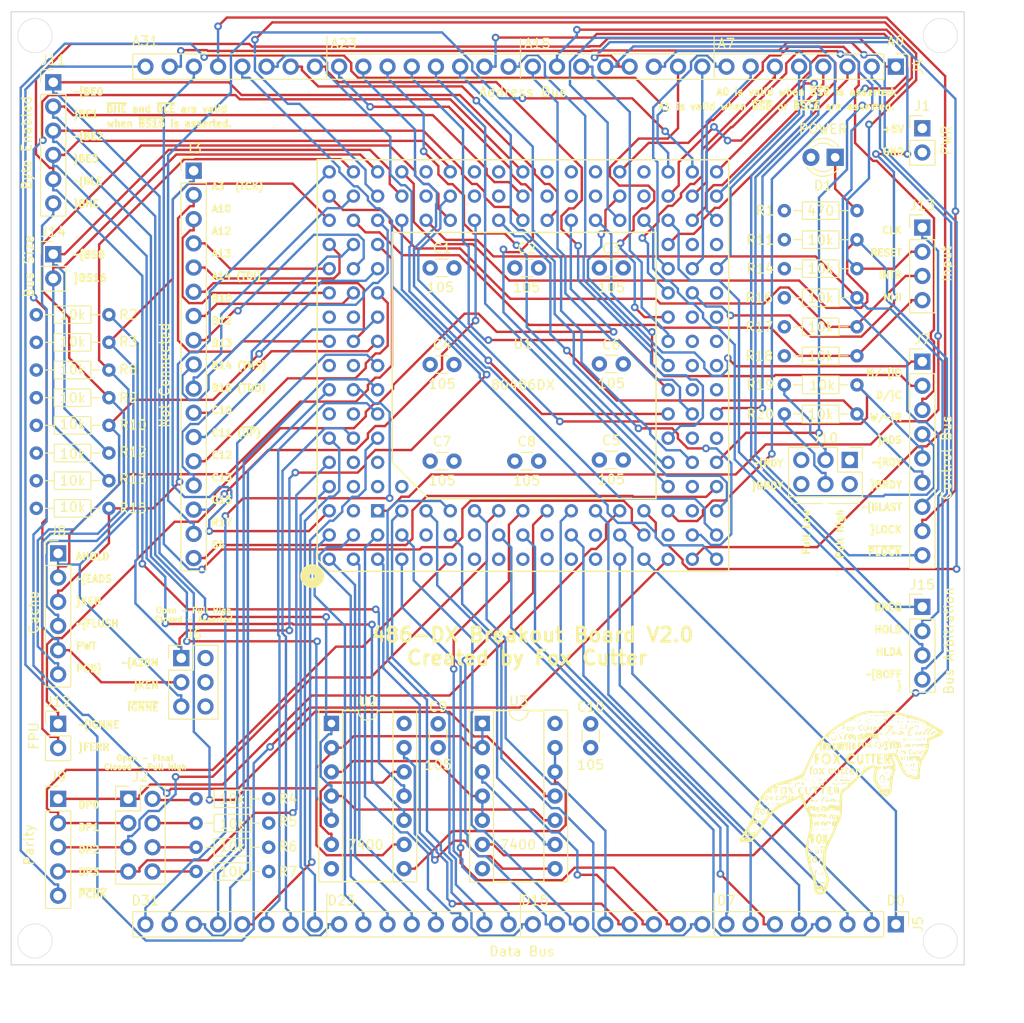
<source format=kicad_pcb>
(kicad_pcb (version 20171130) (host pcbnew "(5.1.10)-1")
  (layers (0 F.Cu signal) (1 In1.Cu power) (2 In2.Cu power) (31 B.Cu signal) (34 B.Paste user) (35 F.Paste user) (36 B.SilkS user) (37 F.SilkS user) (38 B.Mask user) (39 F.Mask user) (44 Edge.Cuts user))
  (net 0 "")
  (net 1 GND)
  (net 2 +5V)
  (net 3 DP0)
  (net 4 DP1)
  (net 5 DP2)
  (net 6 DP3)
  (net 7 AHOLD)
  (net 8 HOLD)
  (net 9 NMI)
  (net 10 INTR)
  (net 11 RESET)
  (net 12 CLK)
  (net 13 HLDA)
  (net 14 BREQ)
  (net 15 PCD)
  (net 16 PWT)
  (net 17 "Net-(U2-Pad3)")
  (net 18 A1)
  (net 19 BHE#)
  (net 20 BLE#)
  (net 21 A31)
  (net 22 A30)
  (net 23 A29)
  (net 24 A28)
  (net 25 A27)
  (net 26 A26)
  (net 27 A25)
  (net 28 A24)
  (net 29 A23)
  (net 30 A22)
  (net 31 A21)
  (net 32 A20)
  (net 33 A19)
  (net 34 A18)
  (net 35 A17)
  (net 36 A16)
  (net 37 A15)
  (net 38 A14)
  (net 39 A13)
  (net 40 A12)
  (net 41 A11)
  (net 42 A10)
  (net 43 A9)
  (net 44 A8)
  (net 45 A7)
  (net 46 A6)
  (net 47 A5)
  (net 48 A4)
  (net 49 A3)
  (net 50 A2)
  (net 51 D31)
  (net 52 D30)
  (net 53 D29)
  (net 54 D28)
  (net 55 D27)
  (net 56 D26)
  (net 57 D25)
  (net 58 D24)
  (net 59 D23)
  (net 60 D22)
  (net 61 D21)
  (net 62 D20)
  (net 63 D19)
  (net 64 D18)
  (net 65 D17)
  (net 66 D16)
  (net 67 D15)
  (net 68 D14)
  (net 69 D13)
  (net 70 D12)
  (net 71 D11)
  (net 72 D10)
  (net 73 D9)
  (net 74 D8)
  (net 75 D7)
  (net 76 D6)
  (net 77 D5)
  (net 78 D4)
  (net 79 D3)
  (net 80 D2)
  (net 81 D1)
  (net 82 D0)
  (net 83 NC16)
  (net 84 NC15)
  (net 85 NC14)
  (net 86 NC13)
  (net 87 NC12)
  (net 88 NC11)
  (net 89 NC10)
  (net 90 NC9)
  (net 91 NC8)
  (net 92 NC7)
  (net 93 NC6)
  (net 94 NC5)
  (net 95 NC4)
  (net 96 NC3)
  (net 97 NC2)
  (net 98 NC1)
  (net 99 NC0)
  (net 100 "Net-(U2-Pad12)")
  (net 101 "Net-(U3-Pad3)")
  (net 102 "Net-(U2-Pad13)")
  (net 103 "Net-(U2-Pad8)")
  (net 104 "Net-(D1-Pad1)")
  (net 105 IGNNE#)
  (net 106 KEN#)
  (net 107 A20M#)
  (net 108 PLOCK#)
  (net 109 LOCK#)
  (net 110 BLAST#)
  (net 111 BRDY#)
  (net 112 RDY#)
  (net 113 ADS#)
  (net 114 W_R#)
  (net 115 D_C#)
  (net 116 M_IO#)
  (net 117 /BRDY#R)
  (net 118 /RDY#R)
  (net 119 FLUSH#)
  (net 120 EADS#)
  (net 121 FERR#)
  (net 122 PCHK#)
  (net 123 BE3#)
  (net 124 BE2#)
  (net 125 BE1#)
  (net 126 BE0#)
  (net 127 BOFF#)
  (net 128 BS16#)
  (net 129 BS8#)
  (net 130 "Net-(J2-Pad8)")
  (net 131 "Net-(J2-Pad6)")
  (net 132 "Net-(J2-Pad4)")
  (net 133 "Net-(J2-Pad2)")
  (module Connector_PinHeader_2.54mm:PinHeader_1x04_P2.54mm_Vertical (layer F.Cu) (at 165.608 72.644)
    (fp_text reference J13 (at 0 -2.33) (layer F.SilkS))
    (fp_text value Input (at 2.54 3.81 90) (layer F.SilkS))
    (pad 4 thru_hole oval (at 0 7.62) (size 1.7 1.7) (drill 1) (layers *.Cu *.Mask) (net 9 NMI))
    (pad 3 thru_hole oval (at 0 5.08) (size 1.7 1.7) (drill 1) (layers *.Cu *.Mask) (net 10 INTR))
    (pad 2 thru_hole oval (at 0 2.54) (size 1.7 1.7) (drill 1) (layers *.Cu *.Mask) (net 11 RESET))
    (pad 1 thru_hole rect (at 0 0) (size 1.7 1.7) (drill 1) (layers *.Cu *.Mask) (net 12 CLK))
  )
  (module Connector_PinHeader_2.54mm:PinHeader_1x09_P2.54mm_Vertical (layer F.Cu) (at 165.608 86.7087)
    (fp_text reference J7 (at 0 -2.33) (layer F.SilkS))
    (fp_text value "Control Bus" (at 2.54 10.0653 90) (layer F.SilkS))
    (pad 9 thru_hole oval (at 0 20.32) (size 1.7 1.7) (drill 1) (layers *.Cu *.Mask) (net 108 PLOCK#))
    (pad 8 thru_hole oval (at 0 17.78) (size 1.7 1.7) (drill 1) (layers *.Cu *.Mask) (net 109 LOCK#))
    (pad 7 thru_hole oval (at 0 15.24) (size 1.7 1.7) (drill 1) (layers *.Cu *.Mask) (net 110 BLAST#))
    (pad 6 thru_hole oval (at 0 12.7) (size 1.7 1.7) (drill 1) (layers *.Cu *.Mask) (net 111 BRDY#))
    (pad 5 thru_hole oval (at 0 10.16) (size 1.7 1.7) (drill 1) (layers *.Cu *.Mask) (net 112 RDY#))
    (pad 4 thru_hole oval (at 0 7.62) (size 1.7 1.7) (drill 1) (layers *.Cu *.Mask) (net 113 ADS#))
    (pad 3 thru_hole oval (at 0 5.08) (size 1.7 1.7) (drill 1) (layers *.Cu *.Mask) (net 114 W_R#))
    (pad 2 thru_hole oval (at 0 2.54) (size 1.7 1.7) (drill 1) (layers *.Cu *.Mask) (net 115 D_C#))
    (pad 1 thru_hole rect (at 0 0) (size 1.7 1.7) (drill 1) (layers *.Cu *.Mask) (net 116 M_IO#))
  )
  (module Connector_PinHeader_2.54mm:PinHeader_1x02_P2.54mm_Vertical (layer F.Cu) (at 74.93 124.714)
    (fp_text reference J12 (at 0 -2.33) (layer F.SilkS))
    (fp_text value FPU (at -2.54 1.27 90) (layer F.SilkS))
    (pad 2 thru_hole oval (at 0 2.54) (size 1.7 1.7) (drill 1) (layers *.Cu *.Mask) (net 15 PCD))
    (pad 1 thru_hole rect (at 0 0) (size 1.7 1.7) (drill 1) (layers *.Cu *.Mask) (net 16 PWT))
  )
  (module Connector_PinHeader_2.54mm:PinHeader_1x06_P2.54mm_Vertical (layer F.Cu) (at 74.93 106.83)
    (fp_text reference J8 (at 0 -2.33) (layer F.SilkS))
    (fp_text value Cache (at -2.54 6.2 90) (layer F.SilkS))
    (pad 6 thru_hole oval (at 0 12.7) (size 1.7 1.7) (drill 1) (layers *.Cu *.Mask) (net 119 FLUSH#))
    (pad 5 thru_hole oval (at 0 10.16) (size 1.7 1.7) (drill 1) (layers *.Cu *.Mask) (net 106 KEN#))
    (pad 4 thru_hole oval (at 0 7.62) (size 1.7 1.7) (drill 1) (layers *.Cu *.Mask) (net 120 EADS#))
    (pad 3 thru_hole oval (at 0 5.08) (size 1.7 1.7) (drill 1) (layers *.Cu *.Mask) (net 7 AHOLD))
    (pad 2 thru_hole oval (at 0 2.54) (size 1.7 1.7) (drill 1) (layers *.Cu *.Mask) (net 121 FERR#))
    (pad 1 thru_hole rect (at 0 0) (size 1.7 1.7) (drill 1) (layers *.Cu *.Mask) (net 105 IGNNE#))
  )
  (module Connector_PinHeader_2.54mm:PinHeader_1x02_P2.54mm_Vertical (layer F.Cu) (at 74.422 75.438)
    (fp_text reference J14 (at 0 -2.33) (layer F.SilkS))
    (fp_text value "Bus Size" (at -2.54 1.27 90) (layer F.SilkS))
    (pad 2 thru_hole oval (at 0 2.54) (size 1.7 1.7) (drill 1) (layers *.Cu *.Mask) (net 128 BS16#))
    (pad 1 thru_hole rect (at 0 0) (size 1.7 1.7) (drill 1) (layers *.Cu *.Mask) (net 129 BS8#))
  )
  (module Connector_PinHeader_2.54mm:PinHeader_1x06_P2.54mm_Vertical (layer F.Cu) (at 74.422 57.404)
    (fp_text reference J11 (at 0 -2.33) (layer F.SilkS))
    (fp_text value "Byte Enabled" (at -2.794 6.35 90) (layer F.SilkS))
    (pad 6 thru_hole oval (at 0 12.7) (size 1.7 1.7) (drill 1) (layers *.Cu *.Mask) (net 19 BHE#))
    (pad 5 thru_hole oval (at 0 10.16) (size 1.7 1.7) (drill 1) (layers *.Cu *.Mask) (net 20 BLE#))
    (pad 4 thru_hole oval (at 0 7.62) (size 1.7 1.7) (drill 1) (layers *.Cu *.Mask) (net 123 BE3#))
    (pad 3 thru_hole oval (at 0 5.08) (size 1.7 1.7) (drill 1) (layers *.Cu *.Mask) (net 124 BE2#))
    (pad 2 thru_hole oval (at 0 2.54) (size 1.7 1.7) (drill 1) (layers *.Cu *.Mask) (net 125 BE1#))
    (pad 1 thru_hole rect (at 0 0) (size 1.7 1.7) (drill 1) (layers *.Cu *.Mask) (net 126 BE0#))
  )
  (module "Private_lib:Fox Logo" (layer F.Cu) (at 157.226 133.35)
    (fp_text reference "#LOGO1" hide)
    (fp_text value LOGO hide)
  )
  (module Resistor_THT:R_Axial_DIN0204_L3.6mm_D1.6mm_P7.62mm_Horizontal (layer F.Cu) (at 158.75 76.962 180)
    (fp_text reference R14 (at 10.16 0) (layer F.SilkS))
    (fp_text value 10k (at 3.81 0) (layer F.SilkS))
    (pad 2 thru_hole oval (at 7.62 0 180) (size 1.4 1.4) (drill 0.7) (layers *.Cu *.Mask) (net 1 GND))
    (pad 1 thru_hole circle (at 0 0 180) (size 1.4 1.4) (drill 0.7) (layers *.Cu *.Mask) (net 11 RESET))
  )
  (module 486:PGA169 (layer F.Cu) (at 123.444 87.122 90)
    (fp_text reference U1 (at 2.286 0.254 180) (layer F.SilkS))
    (fp_text value 80486DX (at -2.032 0.254 180) (layer F.SilkS))
    (pad S17 thru_hole circle (at 20.32 20.574 90) (size 1.397 1.397) (drill 0.8128) (layers *.Cu *.Mask) (net 113 ADS#))
    (pad S16 thru_hole circle (at 17.78 20.574 90) (size 1.397 1.397) (drill 0.8128) (layers *.Cu *.Mask) (net 48 A4))
    (pad S15 thru_hole circle (at 15.24 20.574 90) (size 1.397 1.397) (drill 0.8128) (layers *.Cu *.Mask) (net 46 A6))
    (pad S14 thru_hole circle (at 12.7 20.574 90) (size 1.397 1.397) (drill 0.8128) (layers *.Cu *.Mask) (net 1 GND))
    (pad S13 thru_hole circle (at 10.16 20.574 90) (size 1.397 1.397) (drill 0.8128) (layers *.Cu *.Mask) (net 42 A10))
    (pad S12 thru_hole circle (at 7.62 20.574 90) (size 1.397 1.397) (drill 0.8128) (layers *.Cu *.Mask) (net 1 GND))
    (pad S11 thru_hole circle (at 5.08 20.574 90) (size 1.397 1.397) (drill 0.8128) (layers *.Cu *.Mask) (net 1 GND))
    (pad S10 thru_hole circle (at 2.54 20.574 90) (size 1.397 1.397) (drill 0.8128) (layers *.Cu *.Mask) (net 1 GND))
    (pad S9 thru_hole circle (at 0 20.574 90) (size 1.397 1.397) (drill 0.8128) (layers *.Cu *.Mask) (net 1 GND))
    (pad S8 thru_hole circle (at -2.54 20.574 90) (size 1.397 1.397) (drill 0.8128) (layers *.Cu *.Mask) (net 1 GND))
    (pad S7 thru_hole circle (at -5.08 20.574 90) (size 1.397 1.397) (drill 0.8128) (layers *.Cu *.Mask) (net 40 A12))
    (pad S6 thru_hole circle (at -7.62 20.574 90) (size 1.397 1.397) (drill 0.8128) (layers *.Cu *.Mask) (net 1 GND))
    (pad S5 thru_hole circle (at -10.16 20.574 90) (size 1.397 1.397) (drill 0.8128) (layers *.Cu *.Mask) (net 38 A14))
    (pad S4 thru_hole circle (at -12.7 20.574 90) (size 1.397 1.397) (drill 0.8128) (layers *.Cu *.Mask) (net 83 NC16))
    (pad S3 thru_hole circle (at -15.24 20.574 90) (size 1.397 1.397) (drill 0.8128) (layers *.Cu *.Mask) (net 29 A23))
    (pad S2 thru_hole circle (at -17.78 20.574 90) (size 1.397 1.397) (drill 0.8128) (layers *.Cu *.Mask) (net 26 A26))
    (pad S1 thru_hole circle (at -20.32 20.574 90) (size 1.397 1.397) (drill 0.8128) (layers *.Cu *.Mask) (net 25 A27))
    (pad R17 thru_hole circle (at 20.32 18.034 90) (size 1.397 1.397) (drill 0.8128) (layers *.Cu *.Mask) (net 84 NC15))
    (pad R16 thru_hole circle (at 17.78 18.034 90) (size 1.397 1.397) (drill 0.8128) (layers *.Cu *.Mask) (net 110 BLAST#))
    (pad R15 thru_hole circle (at 15.24 18.034 90) (size 1.397 1.397) (drill 0.8128) (layers *.Cu *.Mask) (net 49 A3))
    (pad R14 thru_hole circle (at 12.7 18.034 90) (size 1.397 1.397) (drill 0.8128) (layers *.Cu *.Mask) (net 2 +5V))
    (pad R13 thru_hole circle (at 10.16 18.034 90) (size 1.397 1.397) (drill 0.8128) (layers *.Cu *.Mask) (net 44 A8))
    (pad R12 thru_hole circle (at 7.62 18.034 90) (size 1.397 1.397) (drill 0.8128) (layers *.Cu *.Mask) (net 41 A11))
    (pad R11 thru_hole circle (at 5.08 18.034 90) (size 1.397 1.397) (drill 0.8128) (layers *.Cu *.Mask) (net 2 +5V))
    (pad R10 thru_hole circle (at 2.54 18.034 90) (size 1.397 1.397) (drill 0.8128) (layers *.Cu *.Mask) (net 2 +5V))
    (pad R9 thru_hole circle (at 0 18.034 90) (size 1.397 1.397) (drill 0.8128) (layers *.Cu *.Mask) (net 2 +5V))
    (pad R8 thru_hole circle (at -2.54 18.034 90) (size 1.397 1.397) (drill 0.8128) (layers *.Cu *.Mask) (net 2 +5V))
    (pad R7 thru_hole circle (at -5.08 18.034 90) (size 1.397 1.397) (drill 0.8128) (layers *.Cu *.Mask) (net 37 A15))
    (pad R6 thru_hole circle (at -7.62 18.034 90) (size 1.397 1.397) (drill 0.8128) (layers *.Cu *.Mask) (net 2 +5V))
    (pad R5 thru_hole circle (at -10.16 18.034 90) (size 1.397 1.397) (drill 0.8128) (layers *.Cu *.Mask) (net 34 A18))
    (pad R4 thru_hole circle (at -12.7 18.034 90) (size 1.397 1.397) (drill 0.8128) (layers *.Cu *.Mask) (net 1 GND))
    (pad R3 thru_hole circle (at -15.24 18.034 90) (size 1.397 1.397) (drill 0.8128) (layers *.Cu *.Mask) (net 2 +5V))
    (pad R2 thru_hole circle (at -17.78 18.034 90) (size 1.397 1.397) (drill 0.8128) (layers *.Cu *.Mask) (net 27 A25))
    (pad R1 thru_hole circle (at -20.32 18.034 90) (size 1.397 1.397) (drill 0.8128) (layers *.Cu *.Mask) (net 24 A28))
    (pad Q17 thru_hole circle (at 20.32 15.494 90) (size 1.397 1.397) (drill 0.8128) (layers *.Cu *.Mask) (net 122 PCHK#))
    (pad Q16 thru_hole circle (at 17.78 15.494 90) (size 1.397 1.397) (drill 0.8128) (layers *.Cu *.Mask) (net 108 PLOCK#))
    (pad Q15 thru_hole circle (at 15.24 15.494 90) (size 1.397 1.397) (drill 0.8128) (layers *.Cu *.Mask) (net 14 BREQ))
    (pad Q14 thru_hole circle (at 12.7 15.494 90) (size 1.397 1.397) (drill 0.8128) (layers *.Cu *.Mask) (net 50 A2))
    (pad Q13 thru_hole circle (at 10.16 15.494 90) (size 1.397 1.397) (drill 0.8128) (layers *.Cu *.Mask) (net 45 A7))
    (pad Q12 thru_hole circle (at 7.62 15.494 90) (size 1.397 1.397) (drill 0.8128) (layers *.Cu *.Mask) (net 47 A5))
    (pad Q11 thru_hole circle (at 5.08 15.494 90) (size 1.397 1.397) (drill 0.8128) (layers *.Cu *.Mask) (net 43 A9))
    (pad Q10 thru_hole circle (at 2.54 15.494 90) (size 1.397 1.397) (drill 0.8128) (layers *.Cu *.Mask) (net 39 A13))
    (pad Q9 thru_hole circle (at 0 15.494 90) (size 1.397 1.397) (drill 0.8128) (layers *.Cu *.Mask) (net 36 A16))
    (pad Q8 thru_hole circle (at -2.54 15.494 90) (size 1.397 1.397) (drill 0.8128) (layers *.Cu *.Mask) (net 32 A20))
    (pad Q7 thru_hole circle (at -5.08 15.494 90) (size 1.397 1.397) (drill 0.8128) (layers *.Cu *.Mask) (net 30 A22))
    (pad Q6 thru_hole circle (at -7.62 15.494 90) (size 1.397 1.397) (drill 0.8128) (layers *.Cu *.Mask) (net 28 A24))
    (pad Q5 thru_hole circle (at -10.16 15.494 90) (size 1.397 1.397) (drill 0.8128) (layers *.Cu *.Mask) (net 31 A21))
    (pad Q4 thru_hole circle (at -12.7 15.494 90) (size 1.397 1.397) (drill 0.8128) (layers *.Cu *.Mask) (net 33 A19))
    (pad Q3 thru_hole circle (at -15.24 15.494 90) (size 1.397 1.397) (drill 0.8128) (layers *.Cu *.Mask) (net 35 A17))
    (pad Q2 thru_hole circle (at -17.78 15.494 90) (size 1.397 1.397) (drill 0.8128) (layers *.Cu *.Mask) (net 1 GND))
    (pad Q1 thru_hole circle (at -20.32 15.494 90) (size 1.397 1.397) (drill 0.8128) (layers *.Cu *.Mask) (net 21 A31))
    (pad P17 thru_hole circle (at 20.32 12.954 90) (size 1.397 1.397) (drill 0.8128) (layers *.Cu *.Mask) (net 1 GND))
    (pad P16 thru_hole circle (at 17.78 12.954 90) (size 1.397 1.397) (drill 0.8128) (layers *.Cu *.Mask) (net 2 +5V))
    (pad P15 thru_hole circle (at 15.24 12.954 90) (size 1.397 1.397) (drill 0.8128) (layers *.Cu *.Mask) (net 13 HLDA))
    (pad P3 thru_hole circle (at -15.24 12.954 90) (size 1.397 1.397) (drill 0.8128) (layers *.Cu *.Mask) (net 22 A30))
    (pad P2 thru_hole circle (at -17.78 12.954 90) (size 1.397 1.397) (drill 0.8128) (layers *.Cu *.Mask) (net 23 A29))
    (pad P1 thru_hole circle (at -20.32 12.954 90) (size 1.397 1.397) (drill 0.8128) (layers *.Cu *.Mask) (net 82 D0))
    (pad N17 thru_hole circle (at 20.32 10.414 90) (size 1.397 1.397) (drill 0.8128) (layers *.Cu *.Mask) (net 114 W_R#))
    (pad N16 thru_hole circle (at 17.78 10.414 90) (size 1.397 1.397) (drill 0.8128) (layers *.Cu *.Mask) (net 116 M_IO#))
    (pad N15 thru_hole circle (at 15.24 10.414 90) (size 1.397 1.397) (drill 0.8128) (layers *.Cu *.Mask) (net 109 LOCK#))
    (pad N3 thru_hole circle (at -15.24 10.414 90) (size 1.397 1.397) (drill 0.8128) (layers *.Cu *.Mask) (net 3 DP0))
    (pad N2 thru_hole circle (at -17.78 10.414 90) (size 1.397 1.397) (drill 0.8128) (layers *.Cu *.Mask) (net 81 D1))
    (pad N1 thru_hole circle (at -20.32 10.414 90) (size 1.397 1.397) (drill 0.8128) (layers *.Cu *.Mask) (net 80 D2))
    (pad M17 thru_hole circle (at 20.32 7.874 90) (size 1.397 1.397) (drill 0.8128) (layers *.Cu *.Mask) (net 1 GND))
    (pad M16 thru_hole circle (at 17.78 7.874 90) (size 1.397 1.397) (drill 0.8128) (layers *.Cu *.Mask) (net 2 +5V))
    (pad M15 thru_hole circle (at 15.24 7.874 90) (size 1.397 1.397) (drill 0.8128) (layers *.Cu *.Mask) (net 115 D_C#))
    (pad M3 thru_hole circle (at -15.24 7.874 90) (size 1.397 1.397) (drill 0.8128) (layers *.Cu *.Mask) (net 78 D4))
    (pad M2 thru_hole circle (at -17.78 7.874 90) (size 1.397 1.397) (drill 0.8128) (layers *.Cu *.Mask) (net 2 +5V))
    (pad M1 thru_hole circle (at -20.32 7.874 90) (size 1.397 1.397) (drill 0.8128) (layers *.Cu *.Mask) (net 1 GND))
    (pad L17 thru_hole circle (at 20.32 5.334 90) (size 1.397 1.397) (drill 0.8128) (layers *.Cu *.Mask) (net 1 GND))
    (pad L16 thru_hole circle (at 17.78 5.334 90) (size 1.397 1.397) (drill 0.8128) (layers *.Cu *.Mask) (net 2 +5V))
    (pad L15 thru_hole circle (at 15.24 5.334 90) (size 1.397 1.397) (drill 0.8128) (layers *.Cu *.Mask) (net 16 PWT))
    (pad L3 thru_hole circle (at -15.24 5.334 90) (size 1.397 1.397) (drill 0.8128) (layers *.Cu *.Mask) (net 75 D7))
    (pad L2 thru_hole circle (at -17.78 5.334 90) (size 1.397 1.397) (drill 0.8128) (layers *.Cu *.Mask) (net 76 D6))
    (pad L1 thru_hole circle (at -20.32 5.334 90) (size 1.397 1.397) (drill 0.8128) (layers *.Cu *.Mask) (net 1 GND))
    (pad K17 thru_hole circle (at 20.32 2.794 90) (size 1.397 1.397) (drill 0.8128) (layers *.Cu *.Mask) (net 1 GND))
    (pad K16 thru_hole circle (at 17.78 2.794 90) (size 1.397 1.397) (drill 0.8128) (layers *.Cu *.Mask) (net 2 +5V))
    (pad K15 thru_hole circle (at 15.24 2.794 90) (size 1.397 1.397) (drill 0.8128) (layers *.Cu *.Mask) (net 126 BE0#))
    (pad K3 thru_hole circle (at -15.24 2.794 90) (size 1.397 1.397) (drill 0.8128) (layers *.Cu *.Mask) (net 68 D14))
    (pad K2 thru_hole circle (at -17.78 2.794 90) (size 1.397 1.397) (drill 0.8128) (layers *.Cu *.Mask) (net 2 +5V))
    (pad K1 thru_hole circle (at -20.32 2.794 90) (size 1.397 1.397) (drill 0.8128) (layers *.Cu *.Mask) (net 1 GND))
    (pad J17 thru_hole circle (at 20.32 0.254 90) (size 1.397 1.397) (drill 0.8128) (layers *.Cu *.Mask) (net 15 PCD))
    (pad J16 thru_hole circle (at 17.78 0.254 90) (size 1.397 1.397) (drill 0.8128) (layers *.Cu *.Mask) (net 125 BE1#))
    (pad J15 thru_hole circle (at 15.24 0.254 90) (size 1.397 1.397) (drill 0.8128) (layers *.Cu *.Mask) (net 124 BE2#))
    (pad J3 thru_hole circle (at -15.24 0.254 90) (size 1.397 1.397) (drill 0.8128) (layers *.Cu *.Mask) (net 66 D16))
    (pad J2 thru_hole circle (at -17.78 0.254 90) (size 1.397 1.397) (drill 0.8128) (layers *.Cu *.Mask) (net 77 D5))
    (pad J1 thru_hole circle (at -20.32 0.254 90) (size 1.397 1.397) (drill 0.8128) (layers *.Cu *.Mask) (net 2 +5V))
    (pad H17 thru_hole circle (at 20.32 -2.286 90) (size 1.397 1.397) (drill 0.8128) (layers *.Cu *.Mask) (net 1 GND))
    (pad H16 thru_hole circle (at 17.78 -2.286 90) (size 1.397 1.397) (drill 0.8128) (layers *.Cu *.Mask) (net 2 +5V))
    (pad H15 thru_hole circle (at 15.24 -2.286 90) (size 1.397 1.397) (drill 0.8128) (layers *.Cu *.Mask) (net 111 BRDY#))
    (pad H3 thru_hole circle (at -15.24 -2.286 90) (size 1.397 1.397) (drill 0.8128) (layers *.Cu *.Mask) (net 5 DP2))
    (pad H2 thru_hole circle (at -17.78 -2.286 90) (size 1.397 1.397) (drill 0.8128) (layers *.Cu *.Mask) (net 79 D3))
    (pad H1 thru_hole circle (at -20.32 -2.286 90) (size 1.397 1.397) (drill 0.8128) (layers *.Cu *.Mask) (net 1 GND))
    (pad G17 thru_hole circle (at 20.32 -4.826 90) (size 1.397 1.397) (drill 0.8128) (layers *.Cu *.Mask) (net 1 GND))
    (pad G16 thru_hole circle (at 17.78 -4.826 90) (size 1.397 1.397) (drill 0.8128) (layers *.Cu *.Mask) (net 2 +5V))
    (pad G15 thru_hole circle (at 15.24 -4.826 90) (size 1.397 1.397) (drill 0.8128) (layers *.Cu *.Mask) (net 85 NC14))
    (pad G3 thru_hole circle (at -15.24 -4.826 90) (size 1.397 1.397) (drill 0.8128) (layers *.Cu *.Mask) (net 70 D12))
    (pad G2 thru_hole circle (at -17.78 -4.826 90) (size 1.397 1.397) (drill 0.8128) (layers *.Cu *.Mask) (net 2 +5V))
    (pad G1 thru_hole circle (at -20.32 -4.826 90) (size 1.397 1.397) (drill 0.8128) (layers *.Cu *.Mask) (net 1 GND))
    (pad F17 thru_hole circle (at 20.32 -7.366 90) (size 1.397 1.397) (drill 0.8128) (layers *.Cu *.Mask) (net 123 BE3#))
    (pad F16 thru_hole circle (at 17.78 -7.366 90) (size 1.397 1.397) (drill 0.8128) (layers *.Cu *.Mask) (net 112 RDY#))
    (pad F15 thru_hole circle (at 15.24 -7.366 90) (size 1.397 1.397) (drill 0.8128) (layers *.Cu *.Mask) (net 106 KEN#))
    (pad F3 thru_hole circle (at -15.24 -7.366 90) (size 1.397 1.397) (drill 0.8128) (layers *.Cu *.Mask) (net 67 D15))
    (pad F2 thru_hole circle (at -17.78 -7.366 90) (size 1.397 1.397) (drill 0.8128) (layers *.Cu *.Mask) (net 74 D8))
    (pad F1 thru_hole circle (at -20.32 -7.366 90) (size 1.397 1.397) (drill 0.8128) (layers *.Cu *.Mask) (net 4 DP1))
    (pad E17 thru_hole circle (at 20.32 -9.906 90) (size 1.397 1.397) (drill 0.8128) (layers *.Cu *.Mask) (net 1 GND))
    (pad E16 thru_hole circle (at 17.78 -9.906 90) (size 1.397 1.397) (drill 0.8128) (layers *.Cu *.Mask) (net 2 +5V))
    (pad E15 thru_hole circle (at 15.24 -9.906 90) (size 1.397 1.397) (drill 0.8128) (layers *.Cu *.Mask) (net 8 HOLD))
    (pad E3 thru_hole circle (at -15.24 -9.906 90) (size 1.397 1.397) (drill 0.8128) (layers *.Cu *.Mask) (net 72 D10))
    (pad E2 thru_hole circle (at -17.78 -9.906 90) (size 1.397 1.397) (drill 0.8128) (layers *.Cu *.Mask) (net 2 +5V))
    (pad E1 thru_hole circle (at -20.32 -9.906 90) (size 1.397 1.397) (drill 0.8128) (layers *.Cu *.Mask) (net 1 GND))
    (pad D17 thru_hole circle (at 20.32 -12.446 90) (size 1.397 1.397) (drill 0.8128) (layers *.Cu *.Mask) (net 127 BOFF#))
    (pad D16 thru_hole circle (at 17.78 -12.446 90) (size 1.397 1.397) (drill 0.8128) (layers *.Cu *.Mask) (net 129 BS8#))
    (pad D15 thru_hole circle (at 15.24 -12.446 90) (size 1.397 1.397) (drill 0.8128) (layers *.Cu *.Mask) (net 107 A20M#))
    (pad D4 thru_hole circle (at -12.7 -12.446 90) (size 1.397 1.397) (drill 0.8128) (layers *.Cu *.Mask))
    (pad D3 thru_hole circle (at -15.24 -12.446 90) (size 1.397 1.397) (drill 0.8128) (layers *.Cu *.Mask) (net 65 D17))
    (pad D2 thru_hole circle (at -17.78 -12.446 90) (size 1.397 1.397) (drill 0.8128) (layers *.Cu *.Mask) (net 69 D13))
    (pad D1 thru_hole circle (at -20.32 -12.446 90) (size 1.397 1.397) (drill 0.8128) (layers *.Cu *.Mask) (net 73 D9))
    (pad C17 thru_hole circle (at 20.32 -14.986 90) (size 1.397 1.397) (drill 0.8128) (layers *.Cu *.Mask) (net 128 BS16#))
    (pad C16 thru_hole circle (at 17.78 -14.986 90) (size 1.397 1.397) (drill 0.8128) (layers *.Cu *.Mask) (net 11 RESET))
    (pad C15 thru_hole circle (at 15.24 -14.986 90) (size 1.397 1.397) (drill 0.8128) (layers *.Cu *.Mask) (net 119 FLUSH#))
    (pad C14 thru_hole circle (at 12.7 -14.986 90) (size 1.397 1.397) (drill 0.8128) (layers *.Cu *.Mask) (net 121 FERR#))
    (pad C13 thru_hole circle (at 10.16 -14.986 90) (size 1.397 1.397) (drill 0.8128) (layers *.Cu *.Mask) (net 86 NC13))
    (pad C12 thru_hole circle (at 7.62 -14.986 90) (size 1.397 1.397) (drill 0.8128) (layers *.Cu *.Mask) (net 87 NC12))
    (pad C11 thru_hole circle (at 5.08 -14.986 90) (size 1.397 1.397) (drill 0.8128) (layers *.Cu *.Mask) (net 88 NC11))
    (pad C10 thru_hole circle (at 2.54 -14.986 90) (size 1.397 1.397) (drill 0.8128) (layers *.Cu *.Mask) (net 89 NC10))
    (pad C9 thru_hole circle (at 0 -14.986 90) (size 1.397 1.397) (drill 0.8128) (layers *.Cu *.Mask) (net 52 D30))
    (pad C8 thru_hole circle (at -2.54 -14.986 90) (size 1.397 1.397) (drill 0.8128) (layers *.Cu *.Mask) (net 54 D28))
    (pad C7 thru_hole circle (at -5.08 -14.986 90) (size 1.397 1.397) (drill 0.8128) (layers *.Cu *.Mask) (net 56 D26))
    (pad C6 thru_hole circle (at -7.62 -14.986 90) (size 1.397 1.397) (drill 0.8128) (layers *.Cu *.Mask) (net 55 D27))
    (pad C5 thru_hole circle (at -10.16 -14.986 90) (size 1.397 1.397) (drill 0.8128) (layers *.Cu *.Mask) (net 2 +5V))
    (pad C4 thru_hole circle (at -12.7 -14.986 90) (size 1.397 1.397) (drill 0.8128) (layers *.Cu *.Mask) (net 2 +5V))
    (pad C3 thru_hole rect (at -15.24 -14.986 90) (size 1.397 1.397) (drill 0.8128) (layers *.Cu *.Mask) (net 12 CLK))
    (pad C2 thru_hole circle (at -17.78 -14.986 90) (size 1.397 1.397) (drill 0.8128) (layers *.Cu *.Mask) (net 64 D18))
    (pad C1 thru_hole circle (at -20.32 -14.986 90) (size 1.397 1.397) (drill 0.8128) (layers *.Cu *.Mask) (net 71 D11))
    (pad B17 thru_hole circle (at 20.32 -17.526 90) (size 1.397 1.397) (drill 0.8128) (layers *.Cu *.Mask) (net 120 EADS#))
    (pad B16 thru_hole circle (at 17.78 -17.526 90) (size 1.397 1.397) (drill 0.8128) (layers *.Cu *.Mask) (net 90 NC9))
    (pad B15 thru_hole circle (at 15.24 -17.526 90) (size 1.397 1.397) (drill 0.8128) (layers *.Cu *.Mask) (net 9 NMI))
    (pad B14 thru_hole circle (at 12.7 -17.526 90) (size 1.397 1.397) (drill 0.8128) (layers *.Cu *.Mask) (net 91 NC8))
    (pad B13 thru_hole circle (at 10.16 -17.526 90) (size 1.397 1.397) (drill 0.8128) (layers *.Cu *.Mask) (net 92 NC7))
    (pad B12 thru_hole circle (at 7.62 -17.526 90) (size 1.397 1.397) (drill 0.8128) (layers *.Cu *.Mask) (net 93 NC6))
    (pad B11 thru_hole circle (at 5.08 -17.526 90) (size 1.397 1.397) (drill 0.8128) (layers *.Cu *.Mask) (net 2 +5V))
    (pad B10 thru_hole circle (at 2.54 -17.526 90) (size 1.397 1.397) (drill 0.8128) (layers *.Cu *.Mask) (net 94 NC5))
    (pad B9 thru_hole circle (at 0 -17.526 90) (size 1.397 1.397) (drill 0.8128) (layers *.Cu *.Mask) (net 2 +5V))
    (pad B8 thru_hole circle (at -2.54 -17.526 90) (size 1.397 1.397) (drill 0.8128) (layers *.Cu *.Mask) (net 51 D31))
    (pad B7 thru_hole circle (at -5.08 -17.526 90) (size 1.397 1.397) (drill 0.8128) (layers *.Cu *.Mask) (net 2 +5V))
    (pad B6 thru_hole circle (at -7.62 -17.526 90) (size 1.397 1.397) (drill 0.8128) (layers *.Cu *.Mask) (net 57 D25))
    (pad B5 thru_hole circle (at -10.16 -17.526 90) (size 1.397 1.397) (drill 0.8128) (layers *.Cu *.Mask) (net 1 GND))
    (pad B4 thru_hole circle (at -12.7 -17.526 90) (size 1.397 1.397) (drill 0.8128) (layers *.Cu *.Mask) (net 1 GND))
    (pad B3 thru_hole circle (at -15.24 -17.526 90) (size 1.397 1.397) (drill 0.8128) (layers *.Cu *.Mask) (net 1 GND))
    (pad B2 thru_hole circle (at -17.78 -17.526 90) (size 1.397 1.397) (drill 0.8128) (layers *.Cu *.Mask) (net 61 D21))
    (pad B1 thru_hole circle (at -20.32 -17.526 90) (size 1.397 1.397) (drill 0.8128) (layers *.Cu *.Mask) (net 63 D19))
    (pad A17 thru_hole circle (at 20.32 -20.066 90) (size 1.397 1.397) (drill 0.8128) (layers *.Cu *.Mask) (net 7 AHOLD))
    (pad A16 thru_hole circle (at 17.78 -20.066 90) (size 1.397 1.397) (drill 0.8128) (layers *.Cu *.Mask) (net 10 INTR))
    (pad A15 thru_hole circle (at 15.24 -20.066 90) (size 1.397 1.397) (drill 0.8128) (layers *.Cu *.Mask) (net 105 IGNNE#))
    (pad A14 thru_hole circle (at 12.7 -20.066 90) (size 1.397 1.397) (drill 0.8128) (layers *.Cu *.Mask) (net 95 NC4))
    (pad A13 thru_hole circle (at 10.16 -20.066 90) (size 1.397 1.397) (drill 0.8128) (layers *.Cu *.Mask) (net 96 NC3))
    (pad A12 thru_hole circle (at 7.62 -20.066 90) (size 1.397 1.397) (drill 0.8128) (layers *.Cu *.Mask) (net 97 NC2))
    (pad A11 thru_hole circle (at 5.08 -20.066 90) (size 1.397 1.397) (drill 0.8128) (layers *.Cu *.Mask) (net 1 GND))
    (pad A10 thru_hole circle (at 2.54 -20.066 90) (size 1.397 1.397) (drill 0.8128) (layers *.Cu *.Mask) (net 98 NC1))
    (pad A9 thru_hole circle (at 0 -20.066 90) (size 1.397 1.397) (drill 0.8128) (layers *.Cu *.Mask) (net 1 GND))
    (pad A8 thru_hole circle (at -2.54 -20.066 90) (size 1.397 1.397) (drill 0.8128) (layers *.Cu *.Mask) (net 53 D29))
    (pad A7 thru_hole circle (at -5.08 -20.066 90) (size 1.397 1.397) (drill 0.8128) (layers *.Cu *.Mask) (net 1 GND))
    (pad A6 thru_hole circle (at -7.62 -20.066 90) (size 1.397 1.397) (drill 0.8128) (layers *.Cu *.Mask) (net 58 D24))
    (pad A5 thru_hole circle (at -10.16 -20.066 90) (size 1.397 1.397) (drill 0.8128) (layers *.Cu *.Mask) (net 6 DP3))
    (pad A4 thru_hole circle (at -12.7 -20.066 90) (size 1.397 1.397) (drill 0.8128) (layers *.Cu *.Mask) (net 59 D23))
    (pad A3 thru_hole circle (at -15.24 -20.066 90) (size 1.397 1.397) (drill 0.8128) (layers *.Cu *.Mask) (net 99 NC0))
    (pad A2 thru_hole circle (at -17.78 -20.066 90) (size 1.397 1.397) (drill 0.8128) (layers *.Cu *.Mask) (net 60 D22))
    (pad A1 thru_hole circle (at -20.32 -20.066 90) (size 1.397 1.397) (drill 0.8128) (layers *.Cu *.Mask) (net 62 D20))
  )
  (module LED_THT:LED_D3.0mm (layer F.Cu) (at 156.464 65.278 180)
    (fp_text reference D1 (at 1.27 -2.96) (layer F.SilkS))
    (fp_text value POWER (at 1.27 2.96) (layer F.SilkS))
    (pad 1 thru_hole rect (at 0 0 180) (size 1.8 1.8) (drill 0.9) (layers *.Cu *.Mask) (net 104 "Net-(D1-Pad1)"))
    (pad 2 thru_hole circle (at 2.54 0 180) (size 1.8 1.8) (drill 0.9) (layers *.Cu *.Mask) (net 2 +5V))
  )
  (module Resistor_THT:R_Axial_DIN0204_L3.6mm_D1.6mm_P7.62mm_Horizontal (layer F.Cu) (at 158.75 86.106 180)
    (fp_text reference R18 (at 10.268 -0.022) (layer F.SilkS))
    (fp_text value 10k (at 3.81 -0.022) (layer F.SilkS))
    (pad 2 thru_hole oval (at 7.62 0 180) (size 1.4 1.4) (drill 0.7) (layers *.Cu *.Mask) (net 1 GND))
    (pad 1 thru_hole circle (at 0 0 180) (size 1.4 1.4) (drill 0.7) (layers *.Cu *.Mask) (net 9 NMI))
  )
  (module Resistor_THT:R_Axial_DIN0204_L3.6mm_D1.6mm_P7.62mm_Horizontal (layer F.Cu) (at 158.75 83.058 180)
    (fp_text reference R17 (at 10.268 -0.027) (layer F.SilkS))
    (fp_text value 10k (at 3.81 -0.027) (layer F.SilkS))
    (pad 2 thru_hole oval (at 7.62 0 180) (size 1.4 1.4) (drill 0.7) (layers *.Cu *.Mask) (net 1 GND))
    (pad 1 thru_hole circle (at 0 0 180) (size 1.4 1.4) (drill 0.7) (layers *.Cu *.Mask) (net 10 INTR))
  )
  (module Resistor_THT:R_Axial_DIN0204_L3.6mm_D1.6mm_P7.62mm_Horizontal (layer F.Cu) (at 158.75 80.01 180)
    (fp_text reference R16 (at 10.268 -0.014) (layer F.SilkS))
    (fp_text value 10k (at 3.81 -0.014) (layer F.SilkS))
    (pad 2 thru_hole oval (at 7.62 0 180) (size 1.4 1.4) (drill 0.7) (layers *.Cu *.Mask) (net 1 GND))
    (pad 1 thru_hole circle (at 0 0 180) (size 1.4 1.4) (drill 0.7) (layers *.Cu *.Mask) (net 8 HOLD))
  )
  (module Resistor_THT:R_Axial_DIN0204_L3.6mm_D1.6mm_P7.62mm_Horizontal (layer F.Cu) (at 80.264 102.108 180)
    (fp_text reference R15 (at -2.54 0) (layer F.SilkS))
    (fp_text value 10k (at 3.81 0.1385) (layer F.SilkS))
    (pad 2 thru_hole oval (at 7.62 0 180) (size 1.4 1.4) (drill 0.7) (layers *.Cu *.Mask) (net 1 GND))
    (pad 1 thru_hole circle (at 0 0 180) (size 1.4 1.4) (drill 0.7) (layers *.Cu *.Mask) (net 7 AHOLD))
  )
  (module Resistor_THT:R_Axial_DIN0204_L3.6mm_D1.6mm_P7.62mm_Horizontal (layer F.Cu) (at 80.264 99.2051 180)
    (fp_text reference R13 (at -2.54 0.181426) (layer F.SilkS))
    (fp_text value 10k (at 3.81 0) (layer F.SilkS))
    (pad 2 thru_hole oval (at 7.62 0 180) (size 1.4 1.4) (drill 0.7) (layers *.Cu *.Mask) (net 2 +5V))
    (pad 1 thru_hole circle (at 0 0 180) (size 1.4 1.4) (drill 0.7) (layers *.Cu *.Mask) (net 128 BS16#))
  )
  (module Resistor_THT:R_Axial_DIN0204_L3.6mm_D1.6mm_P7.62mm_Horizontal (layer F.Cu) (at 80.264 96.3023 180)
    (fp_text reference R12 (at -2.54 0.108855) (layer F.SilkS))
    (fp_text value 10k (at 3.81 -0.0924) (layer F.SilkS))
    (pad 2 thru_hole oval (at 7.62 0 180) (size 1.4 1.4) (drill 0.7) (layers *.Cu *.Mask) (net 2 +5V))
    (pad 1 thru_hole circle (at 0 0 180) (size 1.4 1.4) (drill 0.7) (layers *.Cu *.Mask) (net 129 BS8#))
  )
  (module Resistor_THT:R_Axial_DIN0204_L3.6mm_D1.6mm_P7.62mm_Horizontal (layer F.Cu) (at 158.75 73.914 180)
    (fp_text reference R11 (at 10.16 -0.018) (layer F.SilkS))
    (fp_text value 10k (at 3.81 -0.018) (layer F.SilkS))
    (pad 2 thru_hole oval (at 7.62 0 180) (size 1.4 1.4) (drill 0.7) (layers *.Cu *.Mask) (net 2 +5V))
    (pad 1 thru_hole circle (at 0 0 180) (size 1.4 1.4) (drill 0.7) (layers *.Cu *.Mask) (net 127 BOFF#))
  )
  (module Resistor_THT:R_Axial_DIN0204_L3.6mm_D1.6mm_P7.62mm_Horizontal (layer F.Cu) (at 80.264 93.3994 180)
    (fp_text reference R10 (at -2.54 0.036284) (layer F.SilkS))
    (fp_text value 10k (at 3.81 0.115) (layer F.SilkS))
    (pad 2 thru_hole oval (at 7.62 0 180) (size 1.4 1.4) (drill 0.7) (layers *.Cu *.Mask) (net 2 +5V))
    (pad 1 thru_hole circle (at 0 0 180) (size 1.4 1.4) (drill 0.7) (layers *.Cu *.Mask) (net 119 FLUSH#))
  )
  (module Resistor_THT:R_Axial_DIN0204_L3.6mm_D1.6mm_P7.62mm_Horizontal (layer F.Cu) (at 80.264 90.4966 180)
    (fp_text reference R9 (at -2.032 -0.0231) (layer F.SilkS))
    (fp_text value 10k (at 3.81 -0.0231) (layer F.SilkS))
    (pad 2 thru_hole oval (at 7.62 0 180) (size 1.4 1.4) (drill 0.7) (layers *.Cu *.Mask) (net 2 +5V))
    (pad 1 thru_hole circle (at 0 0 180) (size 1.4 1.4) (drill 0.7) (layers *.Cu *.Mask) (net 106 KEN#))
  )
  (module Resistor_THT:R_Axial_DIN0204_L3.6mm_D1.6mm_P7.62mm_Horizontal (layer F.Cu) (at 80.264 87.5937 180)
    (fp_text reference R8 (at -2.032 0.046) (layer F.SilkS))
    (fp_text value 10k (at 3.81 0.046) (layer F.SilkS))
    (pad 2 thru_hole oval (at 7.62 0 180) (size 1.4 1.4) (drill 0.7) (layers *.Cu *.Mask) (net 2 +5V))
    (pad 1 thru_hole circle (at 0 0 180) (size 1.4 1.4) (drill 0.7) (layers *.Cu *.Mask) (net 120 EADS#))
  )
  (module Resistor_THT:R_Axial_DIN0204_L3.6mm_D1.6mm_P7.62mm_Horizontal (layer F.Cu) (at 89.408 140.208)
    (fp_text reference R7 (at 9.652 0.023) (layer F.SilkS))
    (fp_text value 10k (at 3.81 0.023) (layer F.SilkS))
    (pad 2 thru_hole oval (at 7.62 0) (size 1.4 1.4) (drill 0.7) (layers *.Cu *.Mask) (net 2 +5V))
    (pad 1 thru_hole circle (at 0 0) (size 1.4 1.4) (drill 0.7) (layers *.Cu *.Mask) (net 130 "Net-(J2-Pad8)"))
  )
  (module Resistor_THT:R_Axial_DIN0204_L3.6mm_D1.6mm_P7.62mm_Horizontal (layer F.Cu) (at 89.408 137.668)
    (fp_text reference R6 (at 9.652 -0.069) (layer F.SilkS))
    (fp_text value 10k (at 3.81 -0.069) (layer F.SilkS))
    (pad 2 thru_hole oval (at 7.62 0) (size 1.4 1.4) (drill 0.7) (layers *.Cu *.Mask) (net 2 +5V))
    (pad 1 thru_hole circle (at 0 0) (size 1.4 1.4) (drill 0.7) (layers *.Cu *.Mask) (net 131 "Net-(J2-Pad6)"))
  )
  (module Resistor_THT:R_Axial_DIN0204_L3.6mm_D1.6mm_P7.62mm_Horizontal (layer F.Cu) (at 89.408 135.128)
    (fp_text reference R5 (at 9.652 -0.162) (layer F.SilkS))
    (fp_text value 10k (at 3.81 0.092) (layer F.SilkS))
    (pad 2 thru_hole oval (at 7.62 0) (size 1.4 1.4) (drill 0.7) (layers *.Cu *.Mask) (net 2 +5V))
    (pad 1 thru_hole circle (at 0 0) (size 1.4 1.4) (drill 0.7) (layers *.Cu *.Mask) (net 132 "Net-(J2-Pad4)"))
  )
  (module Resistor_THT:R_Axial_DIN0204_L3.6mm_D1.6mm_P7.62mm_Horizontal (layer F.Cu) (at 89.408 132.588)
    (fp_text reference R4 (at 9.652 0) (layer F.SilkS))
    (fp_text value 10k (at 3.81 0) (layer F.SilkS))
    (pad 2 thru_hole oval (at 7.62 0) (size 1.4 1.4) (drill 0.7) (layers *.Cu *.Mask) (net 2 +5V))
    (pad 1 thru_hole circle (at 0 0) (size 1.4 1.4) (drill 0.7) (layers *.Cu *.Mask) (net 133 "Net-(J2-Pad2)"))
  )
  (module Resistor_THT:R_Axial_DIN0204_L3.6mm_D1.6mm_P7.62mm_Horizontal (layer F.Cu) (at 80.264 84.6909 180)
    (fp_text reference R3 (at -2.032 0.072571) (layer F.SilkS))
    (fp_text value 10k (at 3.81 0.0693) (layer F.SilkS))
    (pad 2 thru_hole oval (at 7.62 0 180) (size 1.4 1.4) (drill 0.7) (layers *.Cu *.Mask) (net 2 +5V))
    (pad 1 thru_hole circle (at 0 0 180) (size 1.4 1.4) (drill 0.7) (layers *.Cu *.Mask) (net 105 IGNNE#))
  )
  (module Resistor_THT:R_Axial_DIN0204_L3.6mm_D1.6mm_P7.62mm_Horizontal (layer F.Cu) (at 80.264 81.788 180)
    (fp_text reference R2 (at -2.032 0) (layer F.SilkS))
    (fp_text value 10k (at 3.81 0) (layer F.SilkS))
    (pad 2 thru_hole oval (at 7.62 0 180) (size 1.4 1.4) (drill 0.7) (layers *.Cu *.Mask) (net 2 +5V))
    (pad 1 thru_hole circle (at 0 0 180) (size 1.4 1.4) (drill 0.7) (layers *.Cu *.Mask) (net 107 A20M#))
  )
  (module Resistor_THT:R_Axial_DIN0204_L3.6mm_D1.6mm_P7.62mm_Horizontal (layer F.Cu) (at 158.75 92.202 180)
    (fp_text reference R20 (at 10.16 -0.036) (layer F.SilkS))
    (fp_text value 10k (at 3.81 -0.036) (layer F.SilkS))
    (pad 2 thru_hole oval (at 7.62 0 180) (size 1.4 1.4) (drill 0.7) (layers *.Cu *.Mask) (net 117 /BRDY#R))
    (pad 1 thru_hole circle (at 0 0 180) (size 1.4 1.4) (drill 0.7) (layers *.Cu *.Mask) (net 111 BRDY#))
  )
  (module Resistor_THT:R_Axial_DIN0204_L3.6mm_D1.6mm_P7.62mm_Horizontal (layer F.Cu) (at 158.75 89.154 180)
    (fp_text reference R19 (at 10.16 0) (layer F.SilkS))
    (fp_text value 10k (at 3.664 -0.032) (layer F.SilkS))
    (pad 2 thru_hole oval (at 7.62 0 180) (size 1.4 1.4) (drill 0.7) (layers *.Cu *.Mask) (net 118 /RDY#R))
    (pad 1 thru_hole circle (at 0 0 180) (size 1.4 1.4) (drill 0.7) (layers *.Cu *.Mask) (net 112 RDY#))
  )
  (module Resistor_THT:R_Axial_DIN0204_L3.6mm_D1.6mm_P7.62mm_Horizontal (layer F.Cu) (at 158.75 70.866 180)
    (fp_text reference R1 (at 9.652 0) (layer F.SilkS))
    (fp_text value 470 (at 3.81 -0.009) (layer F.SilkS))
    (pad 1 thru_hole circle (at 0 0 180) (size 1.4 1.4) (drill 0.7) (layers *.Cu *.Mask) (net 104 "Net-(D1-Pad1)"))
    (pad 2 thru_hole oval (at 7.62 0 180) (size 1.4 1.4) (drill 0.7) (layers *.Cu *.Mask) (net 1 GND))
  )
  (module Capacitor_THT:C_Disc_D3.0mm_W1.6mm_P2.50mm (layer F.Cu) (at 122.846 97.15)
    (fp_text reference C8 (at 1.25 -2.05) (layer F.SilkS))
    (fp_text value 105 (at 1.25 2.05) (layer F.SilkS))
    (pad 2 thru_hole circle (at 2.5 0) (size 1.6 1.6) (drill 0.8) (layers *.Cu *.Mask) (net 2 +5V))
    (pad 1 thru_hole circle (at 0 0) (size 1.6 1.6) (drill 0.8) (layers *.Cu *.Mask) (net 1 GND))
  )
  (module Capacitor_THT:C_Disc_D3.0mm_W1.6mm_P2.50mm (layer F.Cu) (at 113.966 97.15)
    (fp_text reference C7 (at 1.25 -2.05) (layer F.SilkS))
    (fp_text value 105 (at 1.25 2.05) (layer F.SilkS))
    (pad 2 thru_hole circle (at 2.5 0) (size 1.6 1.6) (drill 0.8) (layers *.Cu *.Mask) (net 2 +5V))
    (pad 1 thru_hole circle (at 0 0) (size 1.6 1.6) (drill 0.8) (layers *.Cu *.Mask) (net 1 GND))
  )
  (module Capacitor_THT:C_Disc_D3.0mm_W1.6mm_P2.50mm (layer F.Cu) (at 131.726 86.954)
    (fp_text reference C6 (at 1.25 -2.05) (layer F.SilkS))
    (fp_text value 105 (at 1.25 2.05) (layer F.SilkS))
    (pad 2 thru_hole circle (at 2.5 0) (size 1.6 1.6) (drill 0.8) (layers *.Cu *.Mask) (net 2 +5V))
    (pad 1 thru_hole circle (at 0 0) (size 1.6 1.6) (drill 0.8) (layers *.Cu *.Mask) (net 1 GND))
  )
  (module Capacitor_THT:C_Disc_D3.0mm_W1.6mm_P2.50mm (layer F.Cu) (at 131.726 97.028)
    (fp_text reference C5 (at 1.25 -2.05) (layer F.SilkS))
    (fp_text value 105 (at 1.25 2.05) (layer F.SilkS))
    (pad 2 thru_hole circle (at 2.5 0) (size 1.6 1.6) (drill 0.8) (layers *.Cu *.Mask) (net 2 +5V))
    (pad 1 thru_hole circle (at 0 0) (size 1.6 1.6) (drill 0.8) (layers *.Cu *.Mask) (net 1 GND))
  )
  (module Connector_PinHeader_2.54mm:PinHeader_2x03_P2.54mm_Vertical (layer F.Cu) (at 157.988 97.028 270)
    (fp_text reference J10 (at -2.286 2.54) (layer F.SilkS))
    (fp_text value Conn_02x03_Counter_Clockwise)
    (pad 6 thru_hole oval (at 2.54 5.08 270) (size 1.7 1.7) (drill 1) (layers *.Cu *.Mask) (net 1 GND))
    (pad 5 thru_hole oval (at 0 5.08 270) (size 1.7 1.7) (drill 1) (layers *.Cu *.Mask) (net 1 GND))
    (pad 4 thru_hole oval (at 2.54 2.54 270) (size 1.7 1.7) (drill 1) (layers *.Cu *.Mask) (net 117 /BRDY#R))
    (pad 3 thru_hole oval (at 0 2.54 270) (size 1.7 1.7) (drill 1) (layers *.Cu *.Mask) (net 118 /RDY#R))
    (pad 2 thru_hole oval (at 2.54 0 270) (size 1.7 1.7) (drill 1) (layers *.Cu *.Mask) (net 2 +5V))
    (pad 1 thru_hole rect (at 0 0 270) (size 1.7 1.7) (drill 1) (layers *.Cu *.Mask) (net 2 +5V))
  )
  (module Connector_PinHeader_2.54mm:PinHeader_2x03_P2.54mm_Vertical (layer F.Cu) (at 87.854 117.815)
    (fp_text reference J6 (at 1.3 -2.499 -180) (layer F.SilkS))
    (fp_text value Conn_02x03_Counter_Clockwise)
    (pad 6 thru_hole oval (at 2.54 5.08) (size 1.7 1.7) (drill 1) (layers *.Cu *.Mask) (net 1 GND))
    (pad 5 thru_hole oval (at 0 5.08) (size 1.7 1.7) (drill 1) (layers *.Cu *.Mask) (net 105 IGNNE#))
    (pad 4 thru_hole oval (at 2.54 2.54) (size 1.7 1.7) (drill 1) (layers *.Cu *.Mask) (net 1 GND))
    (pad 3 thru_hole oval (at 0 2.54) (size 1.7 1.7) (drill 1) (layers *.Cu *.Mask) (net 106 KEN#))
    (pad 2 thru_hole oval (at 2.54 0) (size 1.7 1.7) (drill 1) (layers *.Cu *.Mask) (net 1 GND))
    (pad 1 thru_hole rect (at 0 0) (size 1.7 1.7) (drill 1) (layers *.Cu *.Mask) (net 107 A20M#))
  )
  (module Package_DIP:DIP-14_W7.62mm_Socket (layer F.Cu) (at 119.446 124.674)
    (fp_text reference U3 (at 3.81 -2.33) (layer F.SilkS))
    (fp_text value 7400 (at 3.744 12.74) (layer F.SilkS))
    (pad 14 thru_hole oval (at 7.62 0) (size 1.6 1.6) (drill 0.8) (layers *.Cu *.Mask) (net 2 +5V))
    (pad 7 thru_hole oval (at 0 15.24) (size 1.6 1.6) (drill 0.8) (layers *.Cu *.Mask) (net 1 GND))
    (pad 13 thru_hole oval (at 7.62 2.54) (size 1.6 1.6) (drill 0.8) (layers *.Cu *.Mask) (net 103 "Net-(U2-Pad8)"))
    (pad 6 thru_hole oval (at 0 12.7) (size 1.6 1.6) (drill 0.8) (layers *.Cu *.Mask) (net 18 A1))
    (pad 12 thru_hole oval (at 7.62 5.08) (size 1.6 1.6) (drill 0.8) (layers *.Cu *.Mask) (net 103 "Net-(U2-Pad8)"))
    (pad 5 thru_hole oval (at 0 10.16) (size 1.6 1.6) (drill 0.8) (layers *.Cu *.Mask) (net 17 "Net-(U2-Pad3)"))
    (pad 11 thru_hole oval (at 7.62 7.62) (size 1.6 1.6) (drill 0.8) (layers *.Cu *.Mask) (net 19 BHE#))
    (pad 4 thru_hole oval (at 0 7.62) (size 1.6 1.6) (drill 0.8) (layers *.Cu *.Mask) (net 17 "Net-(U2-Pad3)"))
    (pad 10 thru_hole oval (at 7.62 10.16) (size 1.6 1.6) (drill 0.8) (layers *.Cu *.Mask) (net 126 BE0#))
    (pad 3 thru_hole oval (at 0 5.08) (size 1.6 1.6) (drill 0.8) (layers *.Cu *.Mask) (net 101 "Net-(U3-Pad3)"))
    (pad 9 thru_hole oval (at 7.62 12.7) (size 1.6 1.6) (drill 0.8) (layers *.Cu *.Mask) (net 101 "Net-(U3-Pad3)"))
    (pad 2 thru_hole oval (at 0 2.54) (size 1.6 1.6) (drill 0.8) (layers *.Cu *.Mask) (net 125 BE1#))
    (pad 8 thru_hole oval (at 7.62 15.24) (size 1.6 1.6) (drill 0.8) (layers *.Cu *.Mask) (net 102 "Net-(U2-Pad13)"))
    (pad 1 thru_hole rect (at 0 0) (size 1.6 1.6) (drill 0.8) (layers *.Cu *.Mask) (net 125 BE1#))
  )
  (module Package_DIP:DIP-14_W7.62mm_Socket (layer F.Cu) (at 103.61 124.674)
    (fp_text reference U2 (at 3.81 -2.33) (layer F.SilkS))
    (fp_text value 7400 (at 3.578 12.74) (layer F.SilkS))
    (pad 14 thru_hole oval (at 7.62 0) (size 1.6 1.6) (drill 0.8) (layers *.Cu *.Mask) (net 2 +5V))
    (pad 7 thru_hole oval (at 0 15.24) (size 1.6 1.6) (drill 0.8) (layers *.Cu *.Mask) (net 1 GND))
    (pad 13 thru_hole oval (at 7.62 2.54) (size 1.6 1.6) (drill 0.8) (layers *.Cu *.Mask) (net 102 "Net-(U2-Pad13)"))
    (pad 6 thru_hole oval (at 0 12.7) (size 1.6 1.6) (drill 0.8) (layers *.Cu *.Mask) (net 100 "Net-(U2-Pad12)"))
    (pad 12 thru_hole oval (at 7.62 5.08) (size 1.6 1.6) (drill 0.8) (layers *.Cu *.Mask) (net 100 "Net-(U2-Pad12)"))
    (pad 5 thru_hole oval (at 0 10.16) (size 1.6 1.6) (drill 0.8) (layers *.Cu *.Mask) (net 124 BE2#))
    (pad 11 thru_hole oval (at 7.62 7.62) (size 1.6 1.6) (drill 0.8) (layers *.Cu *.Mask) (net 20 BLE#))
    (pad 4 thru_hole oval (at 0 7.62) (size 1.6 1.6) (drill 0.8) (layers *.Cu *.Mask) (net 126 BE0#))
    (pad 10 thru_hole oval (at 7.62 10.16) (size 1.6 1.6) (drill 0.8) (layers *.Cu *.Mask) (net 123 BE3#))
    (pad 3 thru_hole oval (at 0 5.08) (size 1.6 1.6) (drill 0.8) (layers *.Cu *.Mask) (net 17 "Net-(U2-Pad3)"))
    (pad 9 thru_hole oval (at 7.62 12.7) (size 1.6 1.6) (drill 0.8) (layers *.Cu *.Mask) (net 125 BE1#))
    (pad 2 thru_hole oval (at 0 2.54) (size 1.6 1.6) (drill 0.8) (layers *.Cu *.Mask) (net 125 BE1#))
    (pad 8 thru_hole oval (at 7.62 15.24) (size 1.6 1.6) (drill 0.8) (layers *.Cu *.Mask) (net 103 "Net-(U2-Pad8)"))
    (pad 1 thru_hole rect (at 0 0) (size 1.6 1.6) (drill 0.8) (layers *.Cu *.Mask) (net 126 BE0#))
  )
  (module Connector_PinHeader_2.54mm:PinHeader_1x32_P2.54mm_Vertical (layer F.Cu) (at 162.836 145.75 270)
    (fp_text reference J5 (at 0 -2.33 90) (layer F.SilkS))
    (fp_text value "Data Bus" (at 2.84 39.24 180) (layer F.SilkS))
    (pad 32 thru_hole oval (at 0 78.74 270) (size 1.7 1.7) (drill 1) (layers *.Cu *.Mask) (net 51 D31))
    (pad 31 thru_hole oval (at 0 76.2 270) (size 1.7 1.7) (drill 1) (layers *.Cu *.Mask) (net 52 D30))
    (pad 30 thru_hole oval (at 0 73.66 270) (size 1.7 1.7) (drill 1) (layers *.Cu *.Mask) (net 53 D29))
    (pad 29 thru_hole oval (at 0 71.12 270) (size 1.7 1.7) (drill 1) (layers *.Cu *.Mask) (net 54 D28))
    (pad 28 thru_hole oval (at 0 68.58 270) (size 1.7 1.7) (drill 1) (layers *.Cu *.Mask) (net 55 D27))
    (pad 27 thru_hole oval (at 0 66.04 270) (size 1.7 1.7) (drill 1) (layers *.Cu *.Mask) (net 56 D26))
    (pad 26 thru_hole oval (at 0 63.5 270) (size 1.7 1.7) (drill 1) (layers *.Cu *.Mask) (net 57 D25))
    (pad 25 thru_hole oval (at 0 60.96 270) (size 1.7 1.7) (drill 1) (layers *.Cu *.Mask) (net 58 D24))
    (pad 24 thru_hole oval (at 0 58.42 270) (size 1.7 1.7) (drill 1) (layers *.Cu *.Mask) (net 59 D23))
    (pad 23 thru_hole oval (at 0 55.88 270) (size 1.7 1.7) (drill 1) (layers *.Cu *.Mask) (net 60 D22))
    (pad 22 thru_hole oval (at 0 53.34 270) (size 1.7 1.7) (drill 1) (layers *.Cu *.Mask) (net 61 D21))
    (pad 21 thru_hole oval (at 0 50.8 270) (size 1.7 1.7) (drill 1) (layers *.Cu *.Mask) (net 62 D20))
    (pad 20 thru_hole oval (at 0 48.26 270) (size 1.7 1.7) (drill 1) (layers *.Cu *.Mask) (net 63 D19))
    (pad 19 thru_hole oval (at 0 45.72 270) (size 1.7 1.7) (drill 1) (layers *.Cu *.Mask) (net 64 D18))
    (pad 18 thru_hole oval (at 0 43.18 270) (size 1.7 1.7) (drill 1) (layers *.Cu *.Mask) (net 65 D17))
    (pad 17 thru_hole oval (at 0 40.64 270) (size 1.7 1.7) (drill 1) (layers *.Cu *.Mask) (net 66 D16))
    (pad 16 thru_hole oval (at 0 38.1 270) (size 1.7 1.7) (drill 1) (layers *.Cu *.Mask) (net 67 D15))
    (pad 15 thru_hole oval (at 0 35.56 270) (size 1.7 1.7) (drill 1) (layers *.Cu *.Mask) (net 68 D14))
    (pad 14 thru_hole oval (at 0 33.02 270) (size 1.7 1.7) (drill 1) (layers *.Cu *.Mask) (net 69 D13))
    (pad 13 thru_hole oval (at 0 30.48 270) (size 1.7 1.7) (drill 1) (layers *.Cu *.Mask) (net 70 D12))
    (pad 12 thru_hole oval (at 0 27.94 270) (size 1.7 1.7) (drill 1) (layers *.Cu *.Mask) (net 71 D11))
    (pad 11 thru_hole oval (at 0 25.4 270) (size 1.7 1.7) (drill 1) (layers *.Cu *.Mask) (net 72 D10))
    (pad 10 thru_hole oval (at 0 22.86 270) (size 1.7 1.7) (drill 1) (layers *.Cu *.Mask) (net 73 D9))
    (pad 9 thru_hole oval (at 0 20.32 270) (size 1.7 1.7) (drill 1) (layers *.Cu *.Mask) (net 74 D8))
    (pad 8 thru_hole oval (at 0 17.78 270) (size 1.7 1.7) (drill 1) (layers *.Cu *.Mask) (net 75 D7))
    (pad 7 thru_hole oval (at 0 15.24 270) (size 1.7 1.7) (drill 1) (layers *.Cu *.Mask) (net 76 D6))
    (pad 6 thru_hole oval (at 0 12.7 270) (size 1.7 1.7) (drill 1) (layers *.Cu *.Mask) (net 77 D5))
    (pad 5 thru_hole oval (at 0 10.16 270) (size 1.7 1.7) (drill 1) (layers *.Cu *.Mask) (net 78 D4))
    (pad 4 thru_hole oval (at 0 7.62 270) (size 1.7 1.7) (drill 1) (layers *.Cu *.Mask) (net 79 D3))
    (pad 3 thru_hole oval (at 0 5.08 270) (size 1.7 1.7) (drill 1) (layers *.Cu *.Mask) (net 80 D2))
    (pad 2 thru_hole oval (at 0 2.54 270) (size 1.7 1.7) (drill 1) (layers *.Cu *.Mask) (net 81 D1))
    (pad 1 thru_hole rect (at 0 0 270) (size 1.7 1.7) (drill 1) (layers *.Cu *.Mask) (net 82 D0))
  )
  (module Connector_PinHeader_2.54mm:PinHeader_1x32_P2.54mm_Vertical (layer F.Cu) (at 162.836 55.76 270)
    (fp_text reference J4 (at 0 -2.33 90) (layer F.SilkS))
    (fp_text value "Address Bus" (at 2.66 39.138 180) (layer F.SilkS))
    (pad 32 thru_hole oval (at 0 78.74 270) (size 1.7 1.7) (drill 1) (layers *.Cu *.Mask) (net 21 A31))
    (pad 31 thru_hole oval (at 0 76.2 270) (size 1.7 1.7) (drill 1) (layers *.Cu *.Mask) (net 22 A30))
    (pad 30 thru_hole oval (at 0 73.66 270) (size 1.7 1.7) (drill 1) (layers *.Cu *.Mask) (net 23 A29))
    (pad 29 thru_hole oval (at 0 71.12 270) (size 1.7 1.7) (drill 1) (layers *.Cu *.Mask) (net 24 A28))
    (pad 28 thru_hole oval (at 0 68.58 270) (size 1.7 1.7) (drill 1) (layers *.Cu *.Mask) (net 25 A27))
    (pad 27 thru_hole oval (at 0 66.04 270) (size 1.7 1.7) (drill 1) (layers *.Cu *.Mask) (net 26 A26))
    (pad 26 thru_hole oval (at 0 63.5 270) (size 1.7 1.7) (drill 1) (layers *.Cu *.Mask) (net 27 A25))
    (pad 25 thru_hole oval (at 0 60.96 270) (size 1.7 1.7) (drill 1) (layers *.Cu *.Mask) (net 28 A24))
    (pad 24 thru_hole oval (at 0 58.42 270) (size 1.7 1.7) (drill 1) (layers *.Cu *.Mask) (net 29 A23))
    (pad 23 thru_hole oval (at 0 55.88 270) (size 1.7 1.7) (drill 1) (layers *.Cu *.Mask) (net 30 A22))
    (pad 22 thru_hole oval (at 0 53.34 270) (size 1.7 1.7) (drill 1) (layers *.Cu *.Mask) (net 31 A21))
    (pad 21 thru_hole oval (at 0 50.8 270) (size 1.7 1.7) (drill 1) (layers *.Cu *.Mask) (net 32 A20))
    (pad 20 thru_hole oval (at 0 48.26 270) (size 1.7 1.7) (drill 1) (layers *.Cu *.Mask) (net 33 A19))
    (pad 19 thru_hole oval (at 0 45.72 270) (size 1.7 1.7) (drill 1) (layers *.Cu *.Mask) (net 34 A18))
    (pad 18 thru_hole oval (at 0 43.18 270) (size 1.7 1.7) (drill 1) (layers *.Cu *.Mask) (net 35 A17))
    (pad 17 thru_hole oval (at 0 40.64 270) (size 1.7 1.7) (drill 1) (layers *.Cu *.Mask) (net 36 A16))
    (pad 16 thru_hole oval (at 0 38.1 270) (size 1.7 1.7) (drill 1) (layers *.Cu *.Mask) (net 37 A15))
    (pad 15 thru_hole oval (at 0 35.56 270) (size 1.7 1.7) (drill 1) (layers *.Cu *.Mask) (net 38 A14))
    (pad 14 thru_hole oval (at 0 33.02 270) (size 1.7 1.7) (drill 1) (layers *.Cu *.Mask) (net 39 A13))
    (pad 13 thru_hole oval (at 0 30.48 270) (size 1.7 1.7) (drill 1) (layers *.Cu *.Mask) (net 40 A12))
    (pad 12 thru_hole oval (at 0 27.94 270) (size 1.7 1.7) (drill 1) (layers *.Cu *.Mask) (net 41 A11))
    (pad 11 thru_hole oval (at 0 25.4 270) (size 1.7 1.7) (drill 1) (layers *.Cu *.Mask) (net 42 A10))
    (pad 10 thru_hole oval (at 0 22.86 270) (size 1.7 1.7) (drill 1) (layers *.Cu *.Mask) (net 43 A9))
    (pad 9 thru_hole oval (at 0 20.32 270) (size 1.7 1.7) (drill 1) (layers *.Cu *.Mask) (net 44 A8))
    (pad 8 thru_hole oval (at 0 17.78 270) (size 1.7 1.7) (drill 1) (layers *.Cu *.Mask) (net 45 A7))
    (pad 7 thru_hole oval (at 0 15.24 270) (size 1.7 1.7) (drill 1) (layers *.Cu *.Mask) (net 46 A6))
    (pad 6 thru_hole oval (at 0 12.7 270) (size 1.7 1.7) (drill 1) (layers *.Cu *.Mask) (net 47 A5))
    (pad 5 thru_hole oval (at 0 10.16 270) (size 1.7 1.7) (drill 1) (layers *.Cu *.Mask) (net 48 A4))
    (pad 4 thru_hole oval (at 0 7.62 270) (size 1.7 1.7) (drill 1) (layers *.Cu *.Mask) (net 49 A3))
    (pad 3 thru_hole oval (at 0 5.08 270) (size 1.7 1.7) (drill 1) (layers *.Cu *.Mask) (net 50 A2))
    (pad 2 thru_hole oval (at 0 2.54 270) (size 1.7 1.7) (drill 1) (layers *.Cu *.Mask) (net 18 A1))
    (pad 1 thru_hole rect (at 0 0 270) (size 1.7 1.7) (drill 1) (layers *.Cu *.Mask) (net 20 BLE#))
  )
  (module Connector_PinHeader_2.54mm:PinHeader_1x04_P2.54mm_Vertical (layer F.Cu) (at 165.608 112.447)
    (fp_text reference J15 (at 0 -2.33) (layer F.SilkS))
    (fp_text value "Bus Arbitration" (at 2.794 3.556 90) (layer F.SilkS))
    (pad 4 thru_hole oval (at 0 7.62) (size 1.7 1.7) (drill 1) (layers *.Cu *.Mask) (net 127 BOFF#))
    (pad 3 thru_hole oval (at 0 5.08) (size 1.7 1.7) (drill 1) (layers *.Cu *.Mask) (net 13 HLDA))
    (pad 2 thru_hole oval (at 0 2.54) (size 1.7 1.7) (drill 1) (layers *.Cu *.Mask) (net 8 HOLD))
    (pad 1 thru_hole rect (at 0 0) (size 1.7 1.7) (drill 1) (layers *.Cu *.Mask) (net 14 BREQ))
  )
  (module Connector_PinHeader_2.54mm:PinHeader_1x05_P2.54mm_Vertical (layer F.Cu) (at 74.93 132.588)
    (fp_text reference J9 (at 0 -2.33) (layer F.SilkS))
    (fp_text value Parity (at -3.048 4.826 270) (layer F.SilkS))
    (pad 5 thru_hole oval (at 0 10.16) (size 1.7 1.7) (drill 1) (layers *.Cu *.Mask) (net 122 PCHK#))
    (pad 4 thru_hole oval (at 0 7.62) (size 1.7 1.7) (drill 1) (layers *.Cu *.Mask) (net 6 DP3))
    (pad 3 thru_hole oval (at 0 5.08) (size 1.7 1.7) (drill 1) (layers *.Cu *.Mask) (net 5 DP2))
    (pad 2 thru_hole oval (at 0 2.54) (size 1.7 1.7) (drill 1) (layers *.Cu *.Mask) (net 4 DP1))
    (pad 1 thru_hole rect (at 0 0) (size 1.7 1.7) (drill 1) (layers *.Cu *.Mask) (net 3 DP0))
  )
  (module Connector_PinHeader_2.54mm:PinHeader_1x17_P2.54mm_Vertical (layer F.Cu) (at 89.154 66.682)
    (fp_text reference J3 (at 0 -2.33) (layer F.SilkS))
    (fp_text value "Not Connected" (at -3.048 21.456 90) (layer F.SilkS))
    (pad 17 thru_hole oval (at 0 40.64) (size 1.7 1.7) (drill 1) (layers *.Cu *.Mask) (net 83 NC16))
    (pad 16 thru_hole oval (at 0 38.1) (size 1.7 1.7) (drill 1) (layers *.Cu *.Mask) (net 84 NC15))
    (pad 15 thru_hole oval (at 0 35.56) (size 1.7 1.7) (drill 1) (layers *.Cu *.Mask) (net 85 NC14))
    (pad 14 thru_hole oval (at 0 33.02) (size 1.7 1.7) (drill 1) (layers *.Cu *.Mask) (net 86 NC13))
    (pad 13 thru_hole oval (at 0 30.48) (size 1.7 1.7) (drill 1) (layers *.Cu *.Mask) (net 87 NC12))
    (pad 12 thru_hole oval (at 0 27.94) (size 1.7 1.7) (drill 1) (layers *.Cu *.Mask) (net 88 NC11))
    (pad 11 thru_hole oval (at 0 25.4) (size 1.7 1.7) (drill 1) (layers *.Cu *.Mask) (net 89 NC10))
    (pad 10 thru_hole oval (at 0 22.86) (size 1.7 1.7) (drill 1) (layers *.Cu *.Mask) (net 90 NC9))
    (pad 9 thru_hole oval (at 0 20.32) (size 1.7 1.7) (drill 1) (layers *.Cu *.Mask) (net 91 NC8))
    (pad 8 thru_hole oval (at 0 17.78) (size 1.7 1.7) (drill 1) (layers *.Cu *.Mask) (net 92 NC7))
    (pad 7 thru_hole oval (at 0 15.24) (size 1.7 1.7) (drill 1) (layers *.Cu *.Mask) (net 93 NC6))
    (pad 6 thru_hole oval (at 0 12.7) (size 1.7 1.7) (drill 1) (layers *.Cu *.Mask) (net 94 NC5))
    (pad 5 thru_hole oval (at 0 10.16) (size 1.7 1.7) (drill 1) (layers *.Cu *.Mask) (net 95 NC4))
    (pad 4 thru_hole oval (at 0 7.62) (size 1.7 1.7) (drill 1) (layers *.Cu *.Mask) (net 96 NC3))
    (pad 3 thru_hole oval (at 0 5.08) (size 1.7 1.7) (drill 1) (layers *.Cu *.Mask) (net 97 NC2))
    (pad 2 thru_hole oval (at 0 2.54) (size 1.7 1.7) (drill 1) (layers *.Cu *.Mask) (net 98 NC1))
    (pad 1 thru_hole rect (at 0 0) (size 1.7 1.7) (drill 1) (layers *.Cu *.Mask) (net 99 NC0))
  )
  (module Connector_PinHeader_2.54mm:PinHeader_1x02_P2.54mm_Vertical (layer F.Cu) (at 165.608 62.23)
    (fp_text reference J1 (at 0 -2.33) (layer F.SilkS))
    (fp_text value PWR (at 2.54 1.27 90) (layer F.SilkS))
    (pad 2 thru_hole oval (at 0 2.54) (size 1.7 1.7) (drill 1) (layers *.Cu *.Mask) (net 1 GND))
    (pad 1 thru_hole rect (at 0 0) (size 1.7 1.7) (drill 1) (layers *.Cu *.Mask) (net 2 +5V))
  )
  (module Connector_PinHeader_2.54mm:PinHeader_2x04_P2.54mm_Vertical (layer F.Cu) (at 82.296 132.588)
    (fp_text reference J2 (at 1.27 -2.33) (layer F.SilkS))
    (fp_text value Conn_02x04_Counter_Clockwise)
    (pad 8 thru_hole oval (at 2.54 7.62) (size 1.7 1.7) (drill 1) (layers *.Cu *.Mask) (net 130 "Net-(J2-Pad8)"))
    (pad 7 thru_hole oval (at 0 7.62) (size 1.7 1.7) (drill 1) (layers *.Cu *.Mask) (net 6 DP3))
    (pad 6 thru_hole oval (at 2.54 5.08) (size 1.7 1.7) (drill 1) (layers *.Cu *.Mask) (net 131 "Net-(J2-Pad6)"))
    (pad 5 thru_hole oval (at 0 5.08) (size 1.7 1.7) (drill 1) (layers *.Cu *.Mask) (net 5 DP2))
    (pad 4 thru_hole oval (at 2.54 2.54) (size 1.7 1.7) (drill 1) (layers *.Cu *.Mask) (net 132 "Net-(J2-Pad4)"))
    (pad 3 thru_hole oval (at 0 2.54) (size 1.7 1.7) (drill 1) (layers *.Cu *.Mask) (net 4 DP1))
    (pad 2 thru_hole oval (at 2.54 0) (size 1.7 1.7) (drill 1) (layers *.Cu *.Mask) (net 133 "Net-(J2-Pad2)"))
    (pad 1 thru_hole rect (at 0 0) (size 1.7 1.7) (drill 1) (layers *.Cu *.Mask) (net 3 DP0))
  )
  (module Capacitor_THT:C_Disc_D3.0mm_W1.6mm_P2.50mm (layer F.Cu) (at 130.81 124.714 270)
    (fp_text reference C10 (at -1.778 0) (layer F.SilkS))
    (fp_text value 105 (at 4.318 0 180) (layer F.SilkS))
    (pad 2 thru_hole circle (at 2.5 0 270) (size 1.6 1.6) (drill 0.8) (layers *.Cu *.Mask) (net 1 GND))
    (pad 1 thru_hole circle (at 0 0 270) (size 1.6 1.6) (drill 0.8) (layers *.Cu *.Mask) (net 2 +5V))
  )
  (module Capacitor_THT:C_Disc_D3.0mm_W1.6mm_P2.50mm (layer F.Cu) (at 114.808 124.714 270)
    (fp_text reference C9 (at -1.778 0 180) (layer F.SilkS))
    (fp_text value 105 (at 4.318 0 180) (layer F.SilkS))
    (pad 2 thru_hole circle (at 2.5 0 270) (size 1.6 1.6) (drill 0.8) (layers *.Cu *.Mask) (net 1 GND))
    (pad 1 thru_hole circle (at 0 0 270) (size 1.6 1.6) (drill 0.8) (layers *.Cu *.Mask) (net 2 +5V))
  )
  (module Capacitor_THT:C_Disc_D3.0mm_W1.6mm_P2.50mm (layer F.Cu) (at 113.966 87.015)
    (fp_text reference C4 (at 1.25 -2.05) (layer F.SilkS))
    (fp_text value 105 (at 1.25 2.05) (layer F.SilkS))
    (pad 2 thru_hole circle (at 2.5 0) (size 1.6 1.6) (drill 0.8) (layers *.Cu *.Mask) (net 2 +5V))
    (pad 1 thru_hole circle (at 0 0) (size 1.6 1.6) (drill 0.8) (layers *.Cu *.Mask) (net 1 GND))
  )
  (module Capacitor_THT:C_Disc_D3.0mm_W1.6mm_P2.50mm (layer F.Cu) (at 131.726 76.88)
    (fp_text reference C3 (at 1.25 -2.05) (layer F.SilkS))
    (fp_text value 105 (at 1.25 2.05) (layer F.SilkS))
    (pad 2 thru_hole circle (at 2.5 0) (size 1.6 1.6) (drill 0.8) (layers *.Cu *.Mask) (net 2 +5V))
    (pad 1 thru_hole circle (at 0 0) (size 1.6 1.6) (drill 0.8) (layers *.Cu *.Mask) (net 1 GND))
  )
  (module Capacitor_THT:C_Disc_D3.0mm_W1.6mm_P2.50mm (layer F.Cu) (at 122.846 76.88)
    (fp_text reference C2 (at 1.25 -2.05) (layer F.SilkS))
    (fp_text value 105 (at 1.25 2.05) (layer F.SilkS))
    (pad 2 thru_hole circle (at 2.5 0) (size 1.6 1.6) (drill 0.8) (layers *.Cu *.Mask) (net 2 +5V))
    (pad 1 thru_hole circle (at 0 0) (size 1.6 1.6) (drill 0.8) (layers *.Cu *.Mask) (net 1 GND))
  )
  (module Capacitor_THT:C_Disc_D3.0mm_W1.6mm_P2.50mm (layer F.Cu) (at 113.966 76.88)
    (fp_text reference C1 (at 1.25 -2.05) (layer F.SilkS))
    (fp_text value 105 (at 1.096 2.05) (layer F.SilkS))
    (pad 2 thru_hole circle (at 2.5 0) (size 1.6 1.6) (drill 0.8) (layers *.Cu *.Mask) (net 2 +5V))
    (pad 1 thru_hole circle (at 0 0) (size 1.6 1.6) (drill 0.8) (layers *.Cu *.Mask) (net 1 GND))
  )
  (gr_text "~IGNNE\n\n~FERR" (at 76.962 125.984) (layer F.SilkS) (effects (font (size 0.73 0.73) (thickness 0.1825)) (justify left)))
  (gr_text "~BS8\n\n~BS16" (at 76.454 76.708) (layer F.SilkS) (effects (font (size 0.76 0.76) (thickness 0.19)) (justify left)))
  (gr_text "~RDY\n\n~BRDY" (at 151.13 98.552) (layer F.SilkS) (effects (font (size 0.73 0.73) (thickness 0.1825)) (justify right)))
  (gr_text "when ~BS16~ is asserted." (at 86.614 61.722) (layer F.SilkS) (effects (font (size 0.73 0.73) (thickness 0.1825))))
  (gr_text "A1 is valid when ~BS8~ or ~BS16~ are asserted." (at 162.814 59.944) (layer F.SilkS) (effects (font (size 0.73 0.73) (thickness 0.1825)) (justify right)))
  (gr_line (start 103.124 56.896) (end 103.124 52.578) (layer F.SilkS) (width 0.12))
  (gr_text A23 (at 104.902 53.34) (layer F.SilkS) (effects (font (size 1 1))))
  (gr_line (start 143.764 56.896) (end 143.764 52.578) (layer F.SilkS) (width 0.12))
  (gr_text A7 (at 145.034 53.34) (layer F.SilkS) (effects (font (size 1 1))))
  (gr_line (start 103.124 147.066) (end 103.124 142.494) (layer F.SilkS) (width 0.12))
  (gr_text D23 (at 104.648 143.256) (layer F.SilkS) (effects (font (size 1 1))))
  (gr_line (start 143.764 147.066) (end 143.764 142.494) (layer F.SilkS) (width 0.12))
  (gr_text D7 (at 145.034 143.256) (layer F.SilkS) (effects (font (size 1 1))))
  (gr_line (start 123.444 56.896) (end 123.444 52.832) (layer F.SilkS) (width 0.12))
  (gr_line (start 123.444 142.494) (end 123.444 147.066) (layer F.SilkS) (width 0.12))
  (gr_text D15 (at 124.968 143.256) (layer F.SilkS) (effects (font (size 1 1))))
  (gr_text A15 (at 125.222 53.34) (layer F.SilkS) (effects (font (size 1 1))))
  (gr_text "486-DX Breakout Board V2.0\nCreated by Fox Cutter " (at 124.714 116.586) (layer F.SilkS) (effects (font (size 1.5 1.5) (thickness 0.3))))
  (gr_line (start 155.702 101.6) (end 159.004 101.6) (layer F.SilkS) (width 0.12))
  (gr_line (start 155.194 101.6) (end 151.892 101.6) (layer F.SilkS) (width 0.12))
  (gr_text "Pull Low\n\n\nPull High" (at 155.194 102.108 90) (layer F.SilkS) (effects (font (size 0.73 0.73) (thickness 0.1825)) (justify right)))
  (gr_text "Open - Float\nClosed - Pull High" (at 84.074 128.778) (layer F.SilkS) (effects (font (size 0.5842 0.5842) (thickness 0.14605))))
  (gr_text "~A20M\n\n~KEN\n\n~IGNNE" (at 85.598 120.65) (layer F.SilkS) (effects (font (size 0.73 0.73) (thickness 0.1825)) (justify right)))
  (gr_text "A0 is valid when ~BS8~ is asserted." (at 163.068 58.42) (layer F.SilkS) (effects (font (size 0.73 0.73) (thickness 0.1825)) (justify right)))
  (gr_text "~BHE~ and ~BLE~ are valid " (at 86.614 60.198) (layer F.SilkS) (effects (font (size 0.73 0.73) (thickness 0.1825))))
  (gr_text "Open - Pull High\nClosed - Asserted" (at 89.154 113.284) (layer F.SilkS) (effects (font (size 0.5842 0.5842) (thickness 0.14605))))
  (gr_circle (center 167.5 52.5) (end 166.23 53.77) (layer Edge.Cuts) (width 0.05))
  (gr_circle (center 167.5 147.5) (end 169.296051 147.5) (layer Edge.Cuts) (width 0.05))
  (gr_circle (center 72.5 52.5) (end 74.296051 52.5) (layer Edge.Cuts) (width 0.05))
  (gr_text "A3  (TCK)\n\nA10\n\nA12\n\nA13\n\nA14 (TDI)\n\nB10 \n\nB12 \n\nB13 \n\nB14 (TMS)\n\nB16 (TDO)\n\nC10 \n\nC11 (~UP~)\n\nC12\n\nC13 \n\nG15\n\nR17\n\nS4" (at 90.932 87.122) (layer F.SilkS) (effects (font (size 0.73 0.73) (thickness 0.1825)) (justify left)))
  (gr_circle (center 72.5 147.5) (end 74.296051 147.5) (layer Edge.Cuts) (width 0.05))
  (gr_text D0 (at 162.814 143.256) (layer F.SilkS) (effects (font (size 1 1))))
  (gr_text D31 (at 84.074 143.256) (layer F.SilkS) (effects (font (size 1 1))))
  (gr_text A31 (at 84.074 53.08) (layer F.SilkS) (effects (font (size 1 1))))
  (gr_text A0 (at 162.814 53.086) (layer F.SilkS) (effects (font (size 1 1))))
  (gr_text "~BE0\n\n~BE1\n\n~BE2\n\n~BE3\n\n~BLE\n\n~BHE" (at 76.454 64.262) (layer F.SilkS) (effects (font (size 0.73 0.73) (thickness 0.1825)) (justify left)))
  (gr_text "AHOLD\n\n~EADS\n\n~KEN\n\n~FLUSH\n\nPWT\n\nPCD" (at 76.708 113.03) (layer F.SilkS) (effects (font (size 0.73 0.73) (thickness 0.1825)) (justify left)))
  (gr_text "DP0\n\nDP1\n\nDP2\n\nDP3\n\n~PCHK" (at 76.962 137.922) (layer F.SilkS) (effects (font (size 0.73 0.73) (thickness 0.1825)) (justify left)))
  (gr_text "+5V\n\nGND" (at 162.56 63.5) (layer F.SilkS) (effects (font (size 0.73 0.73) (thickness 0.1825))))
  (gr_text "M/~IO\n\nD/~C\n\nW/~R\n\n~ADS\n\n~RDY\n\n~BRDY\n\n~BLAST\n\n~LOCK\n\n~PLOCK" (at 163.576 97.282) (layer F.SilkS) (effects (font (size 0.73 0.73) (thickness 0.1825)) (justify right)))
  (gr_text "CLK\n\nRESET\n\nINTR\n\nNMI" (at 163.576 76.454) (layer F.SilkS) (effects (font (size 0.73 0.73) (thickness 0.1825)) (justify right)))
  (gr_text "BREQ\n\nHOLD\n\nHLDA\n\n~BOFF\n" (at 163.576 116.586) (layer F.SilkS) (effects (font (size 0.73 0.73) (thickness 0.1825)) (justify right)))
  (gr_line (start 70 150) (end 170 150) (layer Edge.Cuts) (width 0.1))
  (gr_line (start 70 50) (end 70 150) (layer Edge.Cuts) (width 0.1))
  (gr_line (start 170 50) (end 170 150) (layer Edge.Cuts) (width 0.1))
  (gr_line (start 70 50) (end 170 50) (layer Edge.Cuts) (width 0.1))
  (segment (start 83.4713 132.588) (end 83.4713 132.2205) (width 0.25) (layer F.Cu) (net 3))
  (segment (start 83.4713 132.2205) (end 84.6104 131.0814) (width 0.25) (layer F.Cu) (net 3))
  (segment (start 84.6104 131.0814) (end 92.204 131.0814) (width 0.25) (layer F.Cu) (net 3))
  (segment (start 92.204 131.0814) (end 101.5426 121.7428) (width 0.25) (layer F.Cu) (net 3))
  (segment (start 101.5426 121.7428) (end 116.0047 121.7428) (width 0.25) (layer F.Cu) (net 3))
  (segment (start 116.0047 121.7428) (end 130.048 107.6995) (width 0.25) (layer F.Cu) (net 3))
  (segment (start 130.048 107.6995) (end 130.048 107.1931) (width 0.25) (layer F.Cu) (net 3))
  (segment (start 130.048 107.1931) (end 130.873 106.3681) (width 0.25) (layer F.Cu) (net 3))
  (segment (start 130.873 106.3681) (end 131.3842 106.3681) (width 0.25) (layer F.Cu) (net 3))
  (segment (start 131.3842 106.3681) (end 132.4273 105.325) (width 0.25) (layer F.Cu) (net 3))
  (segment (start 132.4273 105.325) (end 132.4273 103.7927) (width 0.25) (layer F.Cu) (net 3))
  (segment (start 132.4273 103.7927) (end 133.858 102.362) (width 0.25) (layer F.Cu) (net 3))
  (segment (start 82.296 132.588) (end 83.4713 132.588) (width 0.25) (layer F.Cu) (net 3))
  (segment (start 74.93 132.588) (end 82.296 132.588) (width 0.25) (layer F.Cu) (net 3))
  (segment (start 116.078 107.442) (end 106.9038 116.6162) (width 0.25) (layer F.Cu) (net 4))
  (segment (start 106.9038 116.6162) (end 104.0887 116.6162) (width 0.25) (layer F.Cu) (net 4))
  (segment (start 104.0887 116.6162) (end 91.1584 129.5465) (width 0.25) (layer F.Cu) (net 4))
  (segment (start 91.1584 129.5465) (end 75.7983 129.5465) (width 0.25) (layer F.Cu) (net 4))
  (segment (start 75.7983 129.5465) (end 73.7547 131.5901) (width 0.25) (layer F.Cu) (net 4))
  (segment (start 73.7547 131.5901) (end 73.7547 133.5855) (width 0.25) (layer F.Cu) (net 4))
  (segment (start 73.7547 133.5855) (end 74.1219 133.9527) (width 0.25) (layer F.Cu) (net 4))
  (segment (start 74.1219 133.9527) (end 74.93 133.9527) (width 0.25) (layer F.Cu) (net 4))
  (segment (start 74.93 135.128) (end 74.93 133.9527) (width 0.25) (layer F.Cu) (net 4))
  (segment (start 82.296 135.128) (end 74.93 135.128) (width 0.25) (layer F.Cu) (net 4))
  (segment (start 82.296 137.668) (end 82.296 136.4927) (width 0.25) (layer B.Cu) (net 5))
  (segment (start 87.2594 130.2718) (end 91.1468 130.2718) (width 0.25) (layer F.Cu) (net 5))
  (segment (start 91.1468 130.2718) (end 101.5702 119.8484) (width 0.25) (layer F.Cu) (net 5))
  (segment (start 101.5702 119.8484) (end 107.7304 119.8484) (width 0.25) (layer F.Cu) (net 5))
  (segment (start 107.7304 119.8484) (end 119.913 107.6658) (width 0.25) (layer F.Cu) (net 5))
  (segment (start 119.913 107.6658) (end 119.913 103.607) (width 0.25) (layer F.Cu) (net 5))
  (segment (start 119.913 103.607) (end 121.158 102.362) (width 0.25) (layer F.Cu) (net 5))
  (segment (start 82.296 136.4927) (end 82.6634 136.4927) (width 0.25) (layer B.Cu) (net 5))
  (segment (start 82.6634 136.4927) (end 83.4713 135.6848) (width 0.25) (layer B.Cu) (net 5))
  (segment (start 83.4713 135.6848) (end 83.4713 134.7917) (width 0.25) (layer B.Cu) (net 5))
  (segment (start 83.4713 134.7917) (end 84.405 133.858) (width 0.25) (layer B.Cu) (net 5))
  (segment (start 84.405 133.858) (end 85.4973 133.858) (width 0.25) (layer B.Cu) (net 5))
  (segment (start 85.4973 133.858) (end 87.2594 132.0959) (width 0.25) (layer B.Cu) (net 5))
  (segment (start 87.2594 132.0959) (end 87.2594 130.2718) (width 0.25) (layer B.Cu) (net 5))
  (segment (start 82.296 137.668) (end 74.93 137.668) (width 0.25) (layer F.Cu) (net 5))
  (via (at 87.2594 130.2718) (size 0.8) (layers F.Cu B.Cu) (net 5))
  (segment (start 99.5623 134.0526) (end 99.925 133.6899) (width 0.25) (layer B.Cu) (net 6))
  (segment (start 99.925 133.6899) (end 99.925 100.735) (width 0.25) (layer B.Cu) (net 6))
  (segment (start 99.925 100.735) (end 103.378 97.282) (width 0.25) (layer B.Cu) (net 6))
  (segment (start 82.296 140.208) (end 83.4713 140.208) (width 0.25) (layer F.Cu) (net 6))
  (segment (start 83.4713 140.208) (end 83.4713 139.8406) (width 0.25) (layer F.Cu) (net 6))
  (segment (start 83.4713 139.8406) (end 84.2792 139.0327) (width 0.25) (layer F.Cu) (net 6))
  (segment (start 84.2792 139.0327) (end 90.616 139.0327) (width 0.25) (layer F.Cu) (net 6))
  (segment (start 90.616 139.0327) (end 95.5961 134.0526) (width 0.25) (layer F.Cu) (net 6))
  (segment (start 95.5961 134.0526) (end 99.5623 134.0526) (width 0.25) (layer F.Cu) (net 6))
  (segment (start 74.93 140.208) (end 82.296 140.208) (width 0.25) (layer F.Cu) (net 6))
  (via (at 99.5623 134.0526) (size 0.8) (layers F.Cu B.Cu) (net 6))
  (segment (start 87.6752 99.3254) (end 84.8926 102.108) (width 0.25) (layer F.Cu) (net 7))
  (segment (start 84.8926 102.108) (end 80.264 102.108) (width 0.25) (layer F.Cu) (net 7))
  (segment (start 103.378 66.802) (end 90.8443 79.3357) (width 0.25) (layer B.Cu) (net 7))
  (segment (start 90.8443 79.3357) (end 90.8443 84.4797) (width 0.25) (layer B.Cu) (net 7))
  (segment (start 90.8443 84.4797) (end 89.592 85.732) (width 0.25) (layer B.Cu) (net 7))
  (segment (start 89.592 85.732) (end 88.7492 85.732) (width 0.25) (layer B.Cu) (net 7))
  (segment (start 88.7492 85.732) (end 87.5045 86.9767) (width 0.25) (layer B.Cu) (net 7))
  (segment (start 87.5045 86.9767) (end 87.5045 99.1547) (width 0.25) (layer B.Cu) (net 7))
  (segment (start 87.5045 99.1547) (end 87.6752 99.3254) (width 0.25) (layer B.Cu) (net 7))
  (segment (start 74.93 111.91) (end 74.93 110.7347) (width 0.25) (layer F.Cu) (net 7))
  (segment (start 80.264 102.108) (end 80.264 105.768) (width 0.25) (layer F.Cu) (net 7))
  (segment (start 80.264 105.768) (end 75.2973 110.7347) (width 0.25) (layer F.Cu) (net 7))
  (segment (start 75.2973 110.7347) (end 74.93 110.7347) (width 0.25) (layer F.Cu) (net 7))
  (via (at 87.6752 99.3254) (size 0.8) (layers F.Cu B.Cu) (net 7))
  (segment (start 158.75 80.01) (end 159.8863 81.1463) (width 0.25) (layer B.Cu) (net 8))
  (segment (start 159.8863 81.1463) (end 162.2294 81.1463) (width 0.25) (layer B.Cu) (net 8))
  (segment (start 162.2294 81.1463) (end 167.7307 86.6476) (width 0.25) (layer B.Cu) (net 8))
  (segment (start 167.7307 86.6476) (end 167.7307 100.3687) (width 0.25) (layer B.Cu) (net 8))
  (segment (start 167.7307 100.3687) (end 167.2804 100.819) (width 0.25) (layer B.Cu) (net 8))
  (segment (start 167.2804 100.819) (end 167.2804 112.9473) (width 0.25) (layer B.Cu) (net 8))
  (segment (start 167.2804 112.9473) (end 166.416 113.8117) (width 0.25) (layer B.Cu) (net 8))
  (segment (start 166.416 113.8117) (end 165.608 113.8117) (width 0.25) (layer B.Cu) (net 8))
  (segment (start 113.538 71.882) (end 115.5933 73.9373) (width 0.25) (layer F.Cu) (net 8))
  (segment (start 115.5933 73.9373) (end 118.8781 73.9373) (width 0.25) (layer F.Cu) (net 8))
  (segment (start 118.8781 73.9373) (end 120.6127 75.6719) (width 0.25) (layer F.Cu) (net 8))
  (segment (start 120.6127 75.6719) (end 154.4119 75.6719) (width 0.25) (layer F.Cu) (net 8))
  (segment (start 154.4119 75.6719) (end 158.75 80.01) (width 0.25) (layer F.Cu) (net 8))
  (segment (start 165.608 114.987) (end 165.608 113.8117) (width 0.25) (layer B.Cu) (net 8))
  (segment (start 158.75 86.106) (end 152.6508 86.106) (width 0.25) (layer F.Cu) (net 9))
  (segment (start 152.6508 86.106) (end 149.6975 83.1527) (width 0.25) (layer F.Cu) (net 9))
  (segment (start 149.6975 83.1527) (end 138.1911 83.1527) (width 0.25) (layer F.Cu) (net 9))
  (segment (start 138.1911 83.1527) (end 137.9006 82.8622) (width 0.25) (layer F.Cu) (net 9))
  (segment (start 137.9006 82.8622) (end 124.3157 82.8622) (width 0.25) (layer F.Cu) (net 9))
  (segment (start 124.3157 82.8622) (end 116.999 75.5455) (width 0.25) (layer F.Cu) (net 9))
  (segment (start 116.999 75.5455) (end 111.0511 75.5455) (width 0.25) (layer F.Cu) (net 9))
  (segment (start 111.0511 75.5455) (end 108.6576 73.152) (width 0.25) (layer F.Cu) (net 9))
  (segment (start 108.6576 73.152) (end 107.188 73.152) (width 0.25) (layer F.Cu) (net 9))
  (segment (start 107.188 73.152) (end 105.918 71.882) (width 0.25) (layer F.Cu) (net 9))
  (segment (start 165.608 80.264) (end 164.4327 80.264) (width 0.25) (layer F.Cu) (net 9))
  (segment (start 158.75 86.106) (end 164.4327 80.4233) (width 0.25) (layer F.Cu) (net 9))
  (segment (start 164.4327 80.4233) (end 164.4327 80.264) (width 0.25) (layer F.Cu) (net 9))
  (segment (start 164.4327 77.724) (end 163.8493 77.724) (width 0.25) (layer F.Cu) (net 10))
  (segment (start 163.8493 77.724) (end 158.75 82.8233) (width 0.25) (layer F.Cu) (net 10))
  (segment (start 158.75 82.8233) (end 158.75 83.058) (width 0.25) (layer F.Cu) (net 10))
  (segment (start 158.75 83.058) (end 155.6986 83.058) (width 0.25) (layer F.Cu) (net 10))
  (segment (start 155.6986 83.058) (end 151.5753 78.9347) (width 0.25) (layer F.Cu) (net 10))
  (segment (start 151.5753 78.9347) (end 150.6847 78.9347) (width 0.25) (layer F.Cu) (net 10))
  (segment (start 150.6847 78.9347) (end 149.0069 80.6125) (width 0.25) (layer F.Cu) (net 10))
  (segment (start 149.0069 80.6125) (end 138.1114 80.6125) (width 0.25) (layer F.Cu) (net 10))
  (segment (start 138.1114 80.6125) (end 137.62 80.1211) (width 0.25) (layer F.Cu) (net 10))
  (segment (start 137.62 80.1211) (end 122.3842 80.1211) (width 0.25) (layer F.Cu) (net 10))
  (segment (start 122.3842 80.1211) (end 117.1011 74.838) (width 0.25) (layer F.Cu) (net 10))
  (segment (start 117.1011 74.838) (end 112.4609 74.838) (width 0.25) (layer F.Cu) (net 10))
  (segment (start 112.4609 74.838) (end 109.728 72.1051) (width 0.25) (layer F.Cu) (net 10))
  (segment (start 109.728 72.1051) (end 109.728 71.6431) (width 0.25) (layer F.Cu) (net 10))
  (segment (start 109.728 71.6431) (end 108.8807 70.7958) (width 0.25) (layer F.Cu) (net 10))
  (segment (start 108.8807 70.7958) (end 104.8318 70.7958) (width 0.25) (layer F.Cu) (net 10))
  (segment (start 104.8318 70.7958) (end 103.378 69.342) (width 0.25) (layer F.Cu) (net 10))
  (segment (start 165.608 77.724) (end 164.4327 77.724) (width 0.25) (layer F.Cu) (net 10))
  (segment (start 95.5792 52.9344) (end 97.3974 51.1162) (width 0.25) (layer F.Cu) (net 11))
  (segment (start 97.3974 51.1162) (end 161.7067 51.1162) (width 0.25) (layer F.Cu) (net 11))
  (segment (start 161.7067 51.1162) (end 164.9624 54.3719) (width 0.25) (layer F.Cu) (net 11))
  (segment (start 164.9624 54.3719) (end 164.9624 57.1734) (width 0.25) (layer F.Cu) (net 11))
  (segment (start 164.9624 57.1734) (end 160.3185 61.8173) (width 0.25) (layer F.Cu) (net 11))
  (segment (start 160.3185 61.8173) (end 160.0125 61.8173) (width 0.25) (layer F.Cu) (net 11))
  (segment (start 158.75 76.962) (end 157.7246 75.9366) (width 0.25) (layer B.Cu) (net 11))
  (segment (start 157.7246 75.9366) (end 157.7246 69.7778) (width 0.25) (layer B.Cu) (net 11))
  (segment (start 157.7246 69.7778) (end 160.0125 67.4899) (width 0.25) (layer B.Cu) (net 11))
  (segment (start 160.0125 67.4899) (end 160.0125 61.8173) (width 0.25) (layer B.Cu) (net 11))
  (segment (start 108.458 69.342) (end 107.188 68.072) (width 0.25) (layer B.Cu) (net 11))
  (segment (start 107.188 68.072) (end 107.188 66.5896) (width 0.25) (layer B.Cu) (net 11))
  (segment (start 107.188 66.5896) (end 100.2643 59.6659) (width 0.25) (layer B.Cu) (net 11))
  (segment (start 100.2643 59.6659) (end 99.0349 59.6659) (width 0.25) (layer B.Cu) (net 11))
  (segment (start 99.0349 59.6659) (end 95.5792 56.2102) (width 0.25) (layer B.Cu) (net 11))
  (segment (start 95.5792 56.2102) (end 95.5792 52.9344) (width 0.25) (layer B.Cu) (net 11))
  (segment (start 164.4327 75.184) (end 162.6547 76.962) (width 0.25) (layer F.Cu) (net 11))
  (segment (start 162.6547 76.962) (end 158.75 76.962) (width 0.25) (layer F.Cu) (net 11))
  (segment (start 165.608 75.184) (end 164.4327 75.184) (width 0.25) (layer F.Cu) (net 11))
  (via (at 160.0125 61.8173) (size 0.8) (layers F.Cu B.Cu) (net 11))
  (via (at 95.5792 52.9344) (size 0.8) (layers F.Cu B.Cu) (net 11))
  (segment (start 109.4818 102.362) (end 110.9559 100.8879) (width 0.25) (layer F.Cu) (net 12))
  (segment (start 110.9559 100.8879) (end 111.7346 100.8879) (width 0.25) (layer F.Cu) (net 12))
  (segment (start 111.7346 100.8879) (end 114.0705 98.552) (width 0.25) (layer F.Cu) (net 12))
  (segment (start 114.0705 98.552) (end 146.0239 98.552) (width 0.25) (layer F.Cu) (net 12))
  (segment (start 146.0239 98.552) (end 149.1738 95.4021) (width 0.25) (layer F.Cu) (net 12))
  (segment (start 149.1738 95.4021) (end 160.1879 95.4021) (width 0.25) (layer F.Cu) (net 12))
  (segment (start 160.1879 95.4021) (end 162.6259 92.9641) (width 0.25) (layer F.Cu) (net 12))
  (segment (start 162.6259 92.9641) (end 166.098 92.9641) (width 0.25) (layer F.Cu) (net 12))
  (segment (start 166.098 92.9641) (end 167.2869 91.7752) (width 0.25) (layer F.Cu) (net 12))
  (segment (start 167.2869 91.7752) (end 167.2869 84.0459) (width 0.25) (layer F.Cu) (net 12))
  (segment (start 167.2869 84.0459) (end 167.2575 84.0165) (width 0.25) (layer F.Cu) (net 12))
  (segment (start 165.608 73.8193) (end 165.9753 73.8193) (width 0.25) (layer B.Cu) (net 12))
  (segment (start 165.9753 73.8193) (end 167.2575 75.1015) (width 0.25) (layer B.Cu) (net 12))
  (segment (start 167.2575 75.1015) (end 167.2575 84.0165) (width 0.25) (layer B.Cu) (net 12))
  (segment (start 165.608 72.644) (end 165.608 73.8193) (width 0.25) (layer B.Cu) (net 12))
  (segment (start 108.458 102.362) (end 109.4818 102.362) (width 0.25) (layer F.Cu) (net 12))
  (via (at 167.2575 84.0165) (size 0.8) (layers F.Cu B.Cu) (net 12))
  (segment (start 165.608 116.3517) (end 165.3085 116.3517) (width 0.25) (layer B.Cu) (net 13))
  (segment (start 165.3085 116.3517) (end 145.9234 96.9666) (width 0.25) (layer B.Cu) (net 13))
  (segment (start 145.9234 96.9666) (end 145.9234 84.9383) (width 0.25) (layer B.Cu) (net 13))
  (segment (start 145.9234 84.9383) (end 144.101 83.1159) (width 0.25) (layer B.Cu) (net 13))
  (segment (start 144.101 83.1159) (end 143.573 83.1159) (width 0.25) (layer B.Cu) (net 13))
  (segment (start 143.573 83.1159) (end 142.5984 82.1413) (width 0.25) (layer B.Cu) (net 13))
  (segment (start 142.5984 82.1413) (end 142.5984 81.6151) (width 0.25) (layer B.Cu) (net 13))
  (segment (start 142.5984 81.6151) (end 141.6002 80.6169) (width 0.25) (layer B.Cu) (net 13))
  (segment (start 141.6002 80.6169) (end 141.1308 80.6169) (width 0.25) (layer B.Cu) (net 13))
  (segment (start 141.1308 80.6169) (end 139.9619 79.448) (width 0.25) (layer B.Cu) (net 13))
  (segment (start 139.9619 79.448) (end 139.9619 79.0679) (width 0.25) (layer B.Cu) (net 13))
  (segment (start 139.9619 79.0679) (end 139.126 78.232) (width 0.25) (layer B.Cu) (net 13))
  (segment (start 139.126 78.232) (end 138.6827 78.232) (width 0.25) (layer B.Cu) (net 13))
  (segment (start 138.6827 78.232) (end 137.3689 76.9182) (width 0.25) (layer B.Cu) (net 13))
  (segment (start 137.3689 76.9182) (end 137.3689 72.8529) (width 0.25) (layer B.Cu) (net 13))
  (segment (start 137.3689 72.8529) (end 136.398 71.882) (width 0.25) (layer B.Cu) (net 13))
  (segment (start 165.608 117.527) (end 165.608 116.3517) (width 0.25) (layer B.Cu) (net 13))
  (segment (start 165.608 112.447) (end 162.6084 112.447) (width 0.25) (layer B.Cu) (net 14))
  (segment (start 162.6084 112.447) (end 146.3737 96.2123) (width 0.25) (layer B.Cu) (net 14))
  (segment (start 146.3737 96.2123) (end 146.3737 80.2804) (width 0.25) (layer B.Cu) (net 14))
  (segment (start 146.3737 80.2804) (end 144.2899 78.1966) (width 0.25) (layer B.Cu) (net 14))
  (segment (start 144.2899 78.1966) (end 141.2383 78.1966) (width 0.25) (layer B.Cu) (net 14))
  (segment (start 141.2383 78.1966) (end 140.033 76.9913) (width 0.25) (layer B.Cu) (net 14))
  (segment (start 140.033 76.9913) (end 140.033 72.977) (width 0.25) (layer B.Cu) (net 14))
  (segment (start 140.033 72.977) (end 138.938 71.882) (width 0.25) (layer B.Cu) (net 14))
  (segment (start 73.3361 63.4855) (end 73.2466 63.396) (width 0.25) (layer F.Cu) (net 15))
  (segment (start 73.2466 63.396) (end 73.2466 59.4534) (width 0.25) (layer F.Cu) (net 15))
  (segment (start 73.2466 59.4534) (end 73.9573 58.7427) (width 0.25) (layer F.Cu) (net 15))
  (segment (start 73.9573 58.7427) (end 93.5422 58.7427) (width 0.25) (layer F.Cu) (net 15))
  (segment (start 93.5422 58.7427) (end 93.9863 59.1868) (width 0.25) (layer F.Cu) (net 15))
  (segment (start 93.9863 59.1868) (end 116.0828 59.1868) (width 0.25) (layer F.Cu) (net 15))
  (segment (start 116.0828 59.1868) (end 123.698 66.802) (width 0.25) (layer F.Cu) (net 15))
  (segment (start 72.3708 79.9942) (end 72.3708 64.4508) (width 0.25) (layer B.Cu) (net 15))
  (segment (start 72.3708 64.4508) (end 73.3361 63.4855) (width 0.25) (layer B.Cu) (net 15))
  (segment (start 72.3708 79.9942) (end 73.7193 81.3427) (width 0.25) (layer F.Cu) (net 15))
  (segment (start 73.7193 81.3427) (end 73.7193 103.1947) (width 0.25) (layer F.Cu) (net 15))
  (segment (start 73.7193 103.1947) (end 73.2809 103.6331) (width 0.25) (layer F.Cu) (net 15))
  (segment (start 73.2809 103.6331) (end 73.2809 125.2376) (width 0.25) (layer F.Cu) (net 15))
  (segment (start 73.2809 125.2376) (end 74.122 126.0787) (width 0.25) (layer F.Cu) (net 15))
  (segment (start 74.122 126.0787) (end 74.93 126.0787) (width 0.25) (layer F.Cu) (net 15))
  (segment (start 74.93 127.254) (end 74.93 126.0787) (width 0.25) (layer F.Cu) (net 15))
  (via (at 72.3708 79.9942) (size 0.8) (layers F.Cu B.Cu) (net 15))
  (via (at 73.3361 63.4855) (size 0.8) (layers F.Cu B.Cu) (net 15))
  (segment (start 133.2172 83.5875) (end 128.7255 79.0958) (width 0.25) (layer B.Cu) (net 16))
  (segment (start 128.7255 79.0958) (end 128.7255 71.9345) (width 0.25) (layer B.Cu) (net 16))
  (segment (start 128.7255 71.9345) (end 128.778 71.882) (width 0.25) (layer B.Cu) (net 16))
  (segment (start 133.2172 83.5875) (end 120.9458 83.5875) (width 0.25) (layer F.Cu) (net 16))
  (segment (start 120.9458 83.5875) (end 119.0375 81.6792) (width 0.25) (layer F.Cu) (net 16))
  (segment (start 119.0375 81.6792) (end 117.5795 81.6792) (width 0.25) (layer F.Cu) (net 16))
  (segment (start 117.5795 81.6792) (end 110.0747 89.184) (width 0.25) (layer F.Cu) (net 16))
  (segment (start 110.0747 89.184) (end 110.0747 89.5538) (width 0.25) (layer F.Cu) (net 16))
  (segment (start 110.0747 89.5538) (end 108.4964 91.1321) (width 0.25) (layer F.Cu) (net 16))
  (segment (start 108.4964 91.1321) (end 108.0704 91.1321) (width 0.25) (layer F.Cu) (net 16))
  (segment (start 108.0704 91.1321) (end 107.213 91.9895) (width 0.25) (layer F.Cu) (net 16))
  (segment (start 107.213 91.9895) (end 107.213 92.4529) (width 0.25) (layer F.Cu) (net 16))
  (segment (start 107.213 92.4529) (end 105.9688 93.6971) (width 0.25) (layer F.Cu) (net 16))
  (segment (start 105.9688 93.6971) (end 98.2442 93.6971) (width 0.25) (layer F.Cu) (net 16))
  (segment (start 98.2442 93.6971) (end 91.381 100.5603) (width 0.25) (layer F.Cu) (net 16))
  (segment (start 91.381 100.5603) (end 91.381 101.7345) (width 0.25) (layer F.Cu) (net 16))
  (segment (start 91.381 101.7345) (end 89.6035 103.512) (width 0.25) (layer F.Cu) (net 16))
  (segment (start 89.6035 103.512) (end 87.1572 103.512) (width 0.25) (layer F.Cu) (net 16))
  (segment (start 87.1572 103.512) (end 83.0439 107.6253) (width 0.25) (layer F.Cu) (net 16))
  (segment (start 83.0439 107.6253) (end 83.0439 108.0072) (width 0.25) (layer F.Cu) (net 16))
  (segment (start 83.0439 108.0072) (end 75.3311 115.72) (width 0.25) (layer F.Cu) (net 16))
  (segment (start 75.3311 115.72) (end 74.4316 115.72) (width 0.25) (layer F.Cu) (net 16))
  (segment (start 74.4316 115.72) (end 73.7547 116.3969) (width 0.25) (layer F.Cu) (net 16))
  (segment (start 73.7547 116.3969) (end 73.7547 122.3634) (width 0.25) (layer F.Cu) (net 16))
  (segment (start 73.7547 122.3634) (end 74.93 123.5387) (width 0.25) (layer F.Cu) (net 16))
  (segment (start 74.93 124.714) (end 74.93 123.5387) (width 0.25) (layer F.Cu) (net 16))
  (via (at 133.2172 83.5875) (size 0.8) (layers F.Cu B.Cu) (net 16))
  (segment (start 119.446 132.294) (end 118.3207 132.294) (width 0.25) (layer F.Cu) (net 17))
  (segment (start 103.61 129.754) (end 104.7353 129.754) (width 0.25) (layer F.Cu) (net 17))
  (segment (start 118.3207 132.294) (end 114.6554 128.6287) (width 0.25) (layer F.Cu) (net 17))
  (segment (start 114.6554 128.6287) (end 105.8606 128.6287) (width 0.25) (layer F.Cu) (net 17))
  (segment (start 105.8606 128.6287) (end 104.7353 129.754) (width 0.25) (layer F.Cu) (net 17))
  (segment (start 119.446 132.294) (end 119.446 134.834) (width 0.25) (layer B.Cu) (net 17))
  (segment (start 164.9169 121.4692) (end 165.8767 121.4692) (width 0.25) (layer B.Cu) (net 18))
  (segment (start 165.8767 121.4692) (end 168.287 119.0589) (width 0.25) (layer B.Cu) (net 18))
  (segment (start 168.287 119.0589) (end 168.287 101.0862) (width 0.25) (layer B.Cu) (net 18))
  (segment (start 168.287 101.0862) (end 168.6313 100.7419) (width 0.25) (layer B.Cu) (net 18))
  (segment (start 168.6313 100.7419) (end 168.6313 72.1354) (width 0.25) (layer B.Cu) (net 18))
  (segment (start 168.6313 72.1354) (end 161.4631 64.9672) (width 0.25) (layer B.Cu) (net 18))
  (segment (start 161.4631 64.9672) (end 161.4631 64.6273) (width 0.25) (layer B.Cu) (net 18))
  (segment (start 161.4631 64.6273) (end 161.1635 64.3277) (width 0.25) (layer B.Cu) (net 18))
  (segment (start 161.1635 64.3277) (end 161.1635 57.8028) (width 0.25) (layer B.Cu) (net 18))
  (segment (start 161.1635 57.8028) (end 160.296 56.9353) (width 0.25) (layer B.Cu) (net 18))
  (segment (start 160.296 55.76) (end 160.296 56.9353) (width 0.25) (layer B.Cu) (net 18))
  (segment (start 120.5713 137.374) (end 121.6966 138.4993) (width 0.25) (layer F.Cu) (net 18))
  (segment (start 121.6966 138.4993) (end 147.8868 138.4993) (width 0.25) (layer F.Cu) (net 18))
  (segment (start 147.8868 138.4993) (end 164.9169 121.4692) (width 0.25) (layer F.Cu) (net 18))
  (segment (start 119.446 137.374) (end 120.5713 137.374) (width 0.25) (layer F.Cu) (net 18))
  (via (at 164.9169 121.4692) (size 0.8) (layers F.Cu B.Cu) (net 18))
  (segment (start 74.422 71.2793) (end 73.2467 72.4546) (width 0.25) (layer B.Cu) (net 19))
  (segment (start 73.2467 72.4546) (end 73.2467 80.7127) (width 0.25) (layer B.Cu) (net 19))
  (segment (start 73.2467 80.7127) (end 73.7223 81.1883) (width 0.25) (layer B.Cu) (net 19))
  (segment (start 73.7223 81.1883) (end 73.7223 103.4832) (width 0.25) (layer B.Cu) (net 19))
  (segment (start 73.7223 103.4832) (end 72.3466 104.8589) (width 0.25) (layer B.Cu) (net 19))
  (segment (start 72.3466 104.8589) (end 72.3466 118.6151) (width 0.25) (layer B.Cu) (net 19))
  (segment (start 72.3466 118.6151) (end 77.5151 123.7836) (width 0.25) (layer B.Cu) (net 19))
  (segment (start 77.5151 123.7836) (end 78.1256 123.7836) (width 0.25) (layer B.Cu) (net 19))
  (segment (start 78.1256 123.7836) (end 86.3289 131.9869) (width 0.25) (layer B.Cu) (net 19))
  (segment (start 86.3289 131.9869) (end 86.7841 131.5317) (width 0.25) (layer F.Cu) (net 19))
  (segment (start 86.7841 131.5317) (end 93.8053 131.5317) (width 0.25) (layer F.Cu) (net 19))
  (segment (start 93.8053 131.5317) (end 101.8737 123.4633) (width 0.25) (layer F.Cu) (net 19))
  (segment (start 101.8737 123.4633) (end 115.9845 123.4633) (width 0.25) (layer F.Cu) (net 19))
  (segment (start 115.9845 123.4633) (end 118.5598 126.0386) (width 0.25) (layer F.Cu) (net 19))
  (segment (start 118.5598 126.0386) (end 119.9666 126.0386) (width 0.25) (layer F.Cu) (net 19))
  (segment (start 119.9666 126.0386) (end 125.9407 132.0127) (width 0.25) (layer F.Cu) (net 19))
  (segment (start 125.9407 132.0127) (end 125.9407 132.294) (width 0.25) (layer F.Cu) (net 19))
  (segment (start 127.066 132.294) (end 125.9407 132.294) (width 0.25) (layer F.Cu) (net 19))
  (segment (start 74.422 70.104) (end 74.422 71.2793) (width 0.25) (layer B.Cu) (net 19))
  (via (at 86.3289 131.9869) (size 0.8) (layers F.Cu B.Cu) (net 19))
  (segment (start 161.6607 55.76) (end 161.6607 55.3925) (width 0.25) (layer F.Cu) (net 20))
  (segment (start 161.6607 55.3925) (end 159.0517 52.7835) (width 0.25) (layer F.Cu) (net 20))
  (segment (start 159.0517 52.7835) (end 132.6198 52.7835) (width 0.25) (layer F.Cu) (net 20))
  (segment (start 132.6198 52.7835) (end 131.7857 53.6176) (width 0.25) (layer F.Cu) (net 20))
  (segment (start 131.7857 53.6176) (end 130.7274 53.6176) (width 0.25) (layer F.Cu) (net 20))
  (segment (start 130.7274 53.6176) (end 130.6853 53.6597) (width 0.25) (layer F.Cu) (net 20))
  (segment (start 130.6853 53.6597) (end 95.2788 53.6597) (width 0.25) (layer F.Cu) (net 20))
  (segment (start 95.2788 53.6597) (end 94.9962 53.3771) (width 0.25) (layer F.Cu) (net 20))
  (segment (start 94.9962 53.3771) (end 76.2851 53.3771) (width 0.25) (layer F.Cu) (net 20))
  (segment (start 76.2851 53.3771) (end 72.6108 57.0514) (width 0.25) (layer F.Cu) (net 20))
  (segment (start 72.6108 57.0514) (end 72.6108 64.9448) (width 0.25) (layer F.Cu) (net 20))
  (segment (start 72.6108 64.9448) (end 74.0547 66.3887) (width 0.25) (layer F.Cu) (net 20))
  (segment (start 74.0547 66.3887) (end 74.422 66.3887) (width 0.25) (layer F.Cu) (net 20))
  (segment (start 74.422 67.564) (end 74.422 68.7393) (width 0.25) (layer B.Cu) (net 20))
  (segment (start 111.23 132.294) (end 111.23 131.1687) (width 0.25) (layer B.Cu) (net 20))
  (segment (start 108.2599 112.7018) (end 108.586 113.0279) (width 0.25) (layer B.Cu) (net 20))
  (segment (start 108.586 113.0279) (end 108.586 128.806) (width 0.25) (layer B.Cu) (net 20))
  (segment (start 108.586 128.806) (end 110.9487 131.1687) (width 0.25) (layer B.Cu) (net 20))
  (segment (start 110.9487 131.1687) (end 111.23 131.1687) (width 0.25) (layer B.Cu) (net 20))
  (segment (start 83.7692 107.9257) (end 88.5453 112.7018) (width 0.25) (layer F.Cu) (net 20))
  (segment (start 88.5453 112.7018) (end 108.2599 112.7018) (width 0.25) (layer F.Cu) (net 20))
  (segment (start 74.422 68.7393) (end 74.7893 68.7393) (width 0.25) (layer B.Cu) (net 20))
  (segment (start 74.7893 68.7393) (end 83.7692 77.7192) (width 0.25) (layer B.Cu) (net 20))
  (segment (start 83.7692 77.7192) (end 83.7692 107.9257) (width 0.25) (layer B.Cu) (net 20))
  (segment (start 162.836 55.76) (end 161.6607 55.76) (width 0.25) (layer F.Cu) (net 20))
  (segment (start 74.422 67.564) (end 74.422 66.3887) (width 0.25) (layer F.Cu) (net 20))
  (via (at 108.2599 112.7018) (size 0.8) (layers F.Cu B.Cu) (net 20))
  (via (at 83.7692 107.9257) (size 0.8) (layers F.Cu B.Cu) (net 20))
  (segment (start 97.1768 127.1344) (end 101.2983 123.0129) (width 0.25) (layer F.Cu) (net 21))
  (segment (start 101.2983 123.0129) (end 123.3671 123.0129) (width 0.25) (layer F.Cu) (net 21))
  (segment (start 123.3671 123.0129) (end 138.938 107.442) (width 0.25) (layer F.Cu) (net 21))
  (segment (start 82.9207 55.76) (end 73.9059 55.76) (width 0.25) (layer B.Cu) (net 21))
  (segment (start 73.9059 55.76) (end 71.5032 58.1627) (width 0.25) (layer B.Cu) (net 21))
  (segment (start 71.5032 58.1627) (end 71.5032 118.5132) (width 0.25) (layer B.Cu) (net 21))
  (segment (start 71.5032 118.5132) (end 79.0474 126.0574) (width 0.25) (layer B.Cu) (net 21))
  (segment (start 79.0474 126.0574) (end 79.0474 142.366) (width 0.25) (layer B.Cu) (net 21))
  (segment (start 79.0474 142.366) (end 84.1376 147.4562) (width 0.25) (layer B.Cu) (net 21))
  (segment (start 84.1376 147.4562) (end 94.2252 147.4562) (width 0.25) (layer B.Cu) (net 21))
  (segment (start 94.2252 147.4562) (end 95.4503 146.2311) (width 0.25) (layer B.Cu) (net 21))
  (segment (start 95.4503 146.2311) (end 95.4503 128.8609) (width 0.25) (layer B.Cu) (net 21))
  (segment (start 95.4503 128.8609) (end 97.1768 127.1344) (width 0.25) (layer B.Cu) (net 21))
  (segment (start 84.096 55.76) (end 82.9207 55.76) (width 0.25) (layer B.Cu) (net 21))
  (via (at 97.1768 127.1344) (size 0.8) (layers F.Cu B.Cu) (net 21))
  (segment (start 169.201 108.4722) (end 169.201 72.0681) (width 0.25) (layer B.Cu) (net 22))
  (segment (start 169.201 72.0681) (end 169.2009 72.0681) (width 0.25) (layer B.Cu) (net 22))
  (segment (start 169.2009 72.0681) (end 161.9134 64.7806) (width 0.25) (layer B.Cu) (net 22))
  (segment (start 161.9134 64.7806) (end 161.9134 64.4407) (width 0.25) (layer B.Cu) (net 22))
  (segment (start 161.9134 64.4407) (end 161.6606 64.1879) (width 0.25) (layer B.Cu) (net 22))
  (segment (start 161.6606 64.1879) (end 161.6606 55.4004) (width 0.25) (layer B.Cu) (net 22))
  (segment (start 161.6606 55.4004) (end 160.7728 54.5126) (width 0.25) (layer B.Cu) (net 22))
  (segment (start 160.7728 54.5126) (end 159.4829 54.5126) (width 0.25) (layer B.Cu) (net 22))
  (segment (start 159.4829 54.5126) (end 158.2041 53.2338) (width 0.25) (layer F.Cu) (net 22))
  (segment (start 158.2041 53.2338) (end 151.4066 53.2338) (width 0.25) (layer F.Cu) (net 22))
  (segment (start 151.4066 53.2338) (end 150.5725 54.0679) (width 0.25) (layer F.Cu) (net 22))
  (segment (start 150.5725 54.0679) (end 130.914 54.0679) (width 0.25) (layer F.Cu) (net 22))
  (segment (start 130.914 54.0679) (end 130.8719 54.11) (width 0.25) (layer F.Cu) (net 22))
  (segment (start 130.8719 54.11) (end 90.6397 54.11) (width 0.25) (layer F.Cu) (net 22))
  (segment (start 90.6397 54.11) (end 90.5598 54.0301) (width 0.25) (layer F.Cu) (net 22))
  (segment (start 90.5598 54.0301) (end 87.8836 54.0301) (width 0.25) (layer F.Cu) (net 22))
  (segment (start 87.8836 54.0301) (end 87.8113 54.1024) (width 0.25) (layer F.Cu) (net 22))
  (segment (start 87.8113 55.76) (end 87.8113 54.1024) (width 0.25) (layer B.Cu) (net 22))
  (segment (start 86.636 55.76) (end 87.8113 55.76) (width 0.25) (layer B.Cu) (net 22))
  (segment (start 136.398 102.362) (end 137.643 103.607) (width 0.25) (layer F.Cu) (net 22))
  (segment (start 137.643 103.607) (end 137.643 105.169) (width 0.25) (layer F.Cu) (net 22))
  (segment (start 137.643 105.169) (end 138.4602 105.9862) (width 0.25) (layer F.Cu) (net 22))
  (segment (start 138.4602 105.9862) (end 138.9507 105.9862) (width 0.25) (layer F.Cu) (net 22))
  (segment (start 138.9507 105.9862) (end 140.4541 107.4896) (width 0.25) (layer F.Cu) (net 22))
  (segment (start 140.4541 107.4896) (end 140.4541 107.8758) (width 0.25) (layer F.Cu) (net 22))
  (segment (start 140.4541 107.8758) (end 141.0505 108.4722) (width 0.25) (layer F.Cu) (net 22))
  (segment (start 141.0505 108.4722) (end 169.201 108.4722) (width 0.25) (layer F.Cu) (net 22))
  (via (at 169.201 108.4722) (size 0.8) (layers F.Cu B.Cu) (net 22))
  (via (at 159.4829 54.5126) (size 0.8) (layers F.Cu B.Cu) (net 22))
  (via (at 87.8113 54.1024) (size 0.8) (layers F.Cu B.Cu) (net 22))
  (segment (start 90.023 108.5205) (end 88.6871 108.5205) (width 0.25) (layer B.Cu) (net 23))
  (segment (start 88.6871 108.5205) (end 86.0207 105.8541) (width 0.25) (layer B.Cu) (net 23))
  (segment (start 86.0207 105.8541) (end 86.0207 60.0906) (width 0.25) (layer B.Cu) (net 23))
  (segment (start 86.0207 60.0906) (end 89.176 56.9353) (width 0.25) (layer B.Cu) (net 23))
  (segment (start 89.176 55.76) (end 89.176 56.9353) (width 0.25) (layer B.Cu) (net 23))
  (segment (start 136.398 104.902) (end 135.128 103.632) (width 0.25) (layer F.Cu) (net 23))
  (segment (start 135.128 103.632) (end 135.128 102.1661) (width 0.25) (layer F.Cu) (net 23))
  (segment (start 135.128 102.1661) (end 134.2689 101.307) (width 0.25) (layer F.Cu) (net 23))
  (segment (start 134.2689 101.307) (end 118.2121 101.307) (width 0.25) (layer F.Cu) (net 23))
  (segment (start 118.2121 101.307) (end 117.348 102.1711) (width 0.25) (layer F.Cu) (net 23))
  (segment (start 117.348 102.1711) (end 117.348 105.1463) (width 0.25) (layer F.Cu) (net 23))
  (segment (start 117.348 105.1463) (end 116.3162 106.1781) (width 0.25) (layer F.Cu) (net 23))
  (segment (start 116.3162 106.1781) (end 113.1047 106.1781) (width 0.25) (layer F.Cu) (net 23))
  (segment (start 113.1047 106.1781) (end 112.8647 106.4181) (width 0.25) (layer F.Cu) (net 23))
  (segment (start 112.8647 106.4181) (end 92.1254 106.4181) (width 0.25) (layer F.Cu) (net 23))
  (segment (start 92.1254 106.4181) (end 90.023 108.5205) (width 0.25) (layer F.Cu) (net 23))
  (via (at 90.023 108.5205) (size 0.8) (layers F.Cu B.Cu) (net 23))
  (segment (start 141.478 107.442) (end 142.748 106.172) (width 0.25) (layer F.Cu) (net 24))
  (segment (start 142.748 106.172) (end 154.5714 106.172) (width 0.25) (layer F.Cu) (net 24))
  (segment (start 154.5714 106.172) (end 165.1447 95.5987) (width 0.25) (layer F.Cu) (net 24))
  (segment (start 165.1447 95.5987) (end 166.06 95.5987) (width 0.25) (layer F.Cu) (net 24))
  (segment (start 166.06 95.5987) (end 168.0016 93.6571) (width 0.25) (layer F.Cu) (net 24))
  (segment (start 168.0016 93.6571) (end 168.0016 56.7591) (width 0.25) (layer F.Cu) (net 24))
  (segment (start 168.0016 56.7591) (end 161.8513 50.6088) (width 0.25) (layer F.Cu) (net 24))
  (segment (start 161.8513 50.6088) (end 92.6354 50.6088) (width 0.25) (layer F.Cu) (net 24))
  (segment (start 92.6354 50.6088) (end 91.716 51.5282) (width 0.25) (layer F.Cu) (net 24))
  (segment (start 91.716 55.76) (end 91.716 51.5282) (width 0.25) (layer B.Cu) (net 24))
  (via (at 91.716 51.5282) (size 0.8) (layers F.Cu B.Cu) (net 24))
  (segment (start 94.256 56.9353) (end 95.0078 56.9353) (width 0.25) (layer B.Cu) (net 25))
  (segment (start 95.0078 56.9353) (end 104.4435 66.371) (width 0.25) (layer B.Cu) (net 25))
  (segment (start 104.4435 66.371) (end 104.4435 66.7944) (width 0.25) (layer B.Cu) (net 25))
  (segment (start 104.4435 66.7944) (end 105.9672 68.3181) (width 0.25) (layer B.Cu) (net 25))
  (segment (start 105.9672 68.3181) (end 106.3488 68.3181) (width 0.25) (layer B.Cu) (net 25))
  (segment (start 106.3488 68.3181) (end 107.4341 69.4034) (width 0.25) (layer B.Cu) (net 25))
  (segment (start 107.4341 69.4034) (end 107.4341 69.7812) (width 0.25) (layer B.Cu) (net 25))
  (segment (start 107.4341 69.7812) (end 108.2782 70.6253) (width 0.25) (layer B.Cu) (net 25))
  (segment (start 108.2782 70.6253) (end 108.6586 70.6253) (width 0.25) (layer B.Cu) (net 25))
  (segment (start 108.6586 70.6253) (end 109.9573 71.924) (width 0.25) (layer B.Cu) (net 25))
  (segment (start 109.9573 71.924) (end 109.9573 78.7675) (width 0.25) (layer B.Cu) (net 25))
  (segment (start 109.9573 78.7675) (end 119.1702 87.9804) (width 0.25) (layer B.Cu) (net 25))
  (segment (start 119.1702 87.9804) (end 119.1702 88.3692) (width 0.25) (layer B.Cu) (net 25))
  (segment (start 119.1702 88.3692) (end 132.588 101.787) (width 0.25) (layer B.Cu) (net 25))
  (segment (start 132.588 101.787) (end 132.588 102.571) (width 0.25) (layer B.Cu) (net 25))
  (segment (start 132.588 102.571) (end 133.649 103.632) (width 0.25) (layer B.Cu) (net 25))
  (segment (start 133.649 103.632) (end 136.5935 103.632) (width 0.25) (layer B.Cu) (net 25))
  (segment (start 136.5935 103.632) (end 137.643 104.6815) (width 0.25) (layer B.Cu) (net 25))
  (segment (start 137.643 104.6815) (end 137.643 105.1636) (width 0.25) (layer B.Cu) (net 25))
  (segment (start 137.643 105.1636) (end 138.4656 105.9862) (width 0.25) (layer B.Cu) (net 25))
  (segment (start 138.4656 105.9862) (end 142.5622 105.9862) (width 0.25) (layer B.Cu) (net 25))
  (segment (start 142.5622 105.9862) (end 144.018 107.442) (width 0.25) (layer B.Cu) (net 25))
  (segment (start 94.256 55.76) (end 94.256 56.9353) (width 0.25) (layer B.Cu) (net 25))
  (segment (start 144.018 104.902) (end 142.773 103.657) (width 0.25) (layer B.Cu) (net 26))
  (segment (start 142.773 103.657) (end 142.773 102.1138) (width 0.25) (layer B.Cu) (net 26))
  (segment (start 142.773 102.1138) (end 141.7512 101.092) (width 0.25) (layer B.Cu) (net 26))
  (segment (start 141.7512 101.092) (end 133.9445 101.092) (width 0.25) (layer B.Cu) (net 26))
  (segment (start 133.9445 101.092) (end 120.196 87.3435) (width 0.25) (layer B.Cu) (net 26))
  (segment (start 120.196 87.3435) (end 119.8071 87.3435) (width 0.25) (layer B.Cu) (net 26))
  (segment (start 119.8071 87.3435) (end 111.7935 79.3299) (width 0.25) (layer B.Cu) (net 26))
  (segment (start 111.7935 79.3299) (end 111.7935 74.6918) (width 0.25) (layer B.Cu) (net 26))
  (segment (start 111.7935 74.6918) (end 112.0315 74.4538) (width 0.25) (layer B.Cu) (net 26))
  (segment (start 112.0315 74.4538) (end 112.0315 68.8811) (width 0.25) (layer B.Cu) (net 26))
  (segment (start 112.0315 68.8811) (end 111.349 68.1986) (width 0.25) (layer B.Cu) (net 26))
  (segment (start 111.349 68.1986) (end 110.9063 68.1986) (width 0.25) (layer B.Cu) (net 26))
  (segment (start 110.9063 68.1986) (end 109.7875 67.0798) (width 0.25) (layer B.Cu) (net 26))
  (segment (start 109.7875 67.0798) (end 109.7875 63.1162) (width 0.25) (layer B.Cu) (net 26))
  (segment (start 109.7875 63.1162) (end 103.146 56.4747) (width 0.25) (layer B.Cu) (net 26))
  (segment (start 103.146 56.4747) (end 103.146 55.3111) (width 0.25) (layer B.Cu) (net 26))
  (segment (start 103.146 55.3111) (end 102.4122 54.5773) (width 0.25) (layer B.Cu) (net 26))
  (segment (start 102.4122 54.5773) (end 98.7867 54.5773) (width 0.25) (layer B.Cu) (net 26))
  (segment (start 98.7867 54.5773) (end 97.9713 55.3927) (width 0.25) (layer B.Cu) (net 26))
  (segment (start 97.9713 55.3927) (end 97.9713 55.76) (width 0.25) (layer B.Cu) (net 26))
  (segment (start 96.796 55.76) (end 97.9713 55.76) (width 0.25) (layer B.Cu) (net 26))
  (segment (start 135.8262 93.714) (end 129.034 86.9218) (width 0.25) (layer B.Cu) (net 27))
  (segment (start 129.034 86.9218) (end 129.034 83.7301) (width 0.25) (layer B.Cu) (net 27))
  (segment (start 129.034 83.7301) (end 127.032 81.7281) (width 0.25) (layer B.Cu) (net 27))
  (segment (start 127.032 81.7281) (end 127.032 76.2055) (width 0.25) (layer B.Cu) (net 27))
  (segment (start 127.032 76.2055) (end 123.7324 72.9059) (width 0.25) (layer B.Cu) (net 27))
  (segment (start 123.7324 72.9059) (end 123.1957 72.9059) (width 0.25) (layer B.Cu) (net 27))
  (segment (start 123.1957 72.9059) (end 122.428 72.1382) (width 0.25) (layer B.Cu) (net 27))
  (segment (start 122.428 72.1382) (end 122.428 62.9406) (width 0.25) (layer B.Cu) (net 27))
  (segment (start 122.428 62.9406) (end 118.8139 59.3265) (width 0.25) (layer B.Cu) (net 27))
  (segment (start 99.336 55.76) (end 100.5113 55.76) (width 0.25) (layer F.Cu) (net 27))
  (segment (start 135.8262 93.714) (end 139.3732 93.714) (width 0.25) (layer F.Cu) (net 27))
  (segment (start 139.3732 93.714) (end 139.9619 94.3027) (width 0.25) (layer F.Cu) (net 27))
  (segment (start 139.9619 94.3027) (end 139.9619 94.7757) (width 0.25) (layer F.Cu) (net 27))
  (segment (start 139.9619 94.7757) (end 141.002 95.8158) (width 0.25) (layer F.Cu) (net 27))
  (segment (start 141.002 95.8158) (end 142.9047 95.8158) (width 0.25) (layer F.Cu) (net 27))
  (segment (start 141.478 104.902) (end 142.3603 104.902) (width 0.25) (layer B.Cu) (net 27))
  (segment (start 142.3603 104.902) (end 143.4054 105.9471) (width 0.25) (layer B.Cu) (net 27))
  (segment (start 143.4054 105.9471) (end 144.4241 105.9471) (width 0.25) (layer B.Cu) (net 27))
  (segment (start 144.4241 105.9471) (end 145.5693 104.8019) (width 0.25) (layer B.Cu) (net 27))
  (segment (start 145.5693 104.8019) (end 145.5693 97.373) (width 0.25) (layer B.Cu) (net 27))
  (segment (start 145.5693 97.373) (end 144.0122 95.8159) (width 0.25) (layer B.Cu) (net 27))
  (segment (start 144.0122 95.8159) (end 142.9047 95.8159) (width 0.25) (layer B.Cu) (net 27))
  (segment (start 142.9047 95.8159) (end 142.9047 95.8158) (width 0.25) (layer B.Cu) (net 27))
  (segment (start 100.5113 55.76) (end 100.5113 56.1273) (width 0.25) (layer F.Cu) (net 27))
  (segment (start 100.5113 56.1273) (end 102.22 57.836) (width 0.25) (layer F.Cu) (net 27))
  (segment (start 102.22 57.836) (end 117.3234 57.836) (width 0.25) (layer F.Cu) (net 27))
  (segment (start 117.3234 57.836) (end 118.8139 59.3265) (width 0.25) (layer F.Cu) (net 27))
  (via (at 142.9047 95.8158) (size 0.8) (layers F.Cu B.Cu) (net 27))
  (via (at 135.8262 93.714) (size 0.8) (layers F.Cu B.Cu) (net 27))
  (via (at 118.8139 59.3265) (size 0.8) (layers F.Cu B.Cu) (net 27))
  (segment (start 103.0513 55.76) (end 103.0513 56.1274) (width 0.25) (layer F.Cu) (net 28))
  (segment (start 103.0513 56.1274) (end 104.3095 57.3856) (width 0.25) (layer F.Cu) (net 28))
  (segment (start 104.3095 57.3856) (end 120.9074 57.3856) (width 0.25) (layer F.Cu) (net 28))
  (segment (start 120.9074 57.3856) (end 129.8822 66.3604) (width 0.25) (layer F.Cu) (net 28))
  (segment (start 129.8822 66.3604) (end 129.8822 69.7811) (width 0.25) (layer F.Cu) (net 28))
  (segment (start 129.8822 69.7811) (end 129.0263 70.637) (width 0.25) (layer F.Cu) (net 28))
  (segment (start 129.0263 70.637) (end 128.5459 70.637) (width 0.25) (layer F.Cu) (net 28))
  (segment (start 128.5459 70.637) (end 127.7469 71.436) (width 0.25) (layer F.Cu) (net 28))
  (segment (start 127.7469 71.436) (end 127.7469 72.7999) (width 0.25) (layer F.Cu) (net 28))
  (segment (start 127.7469 72.7999) (end 129.4946 74.5476) (width 0.25) (layer F.Cu) (net 28))
  (segment (start 138.938 94.742) (end 140.233 93.447) (width 0.25) (layer B.Cu) (net 28))
  (segment (start 140.233 93.447) (end 141.7263 93.447) (width 0.25) (layer B.Cu) (net 28))
  (segment (start 141.7263 93.447) (end 142.5822 92.5911) (width 0.25) (layer B.Cu) (net 28))
  (segment (start 142.5822 92.5911) (end 142.5822 89.2473) (width 0.25) (layer B.Cu) (net 28))
  (segment (start 142.5822 89.2473) (end 141.923 88.5881) (width 0.25) (layer B.Cu) (net 28))
  (segment (start 141.923 88.5881) (end 141.2469 88.5881) (width 0.25) (layer B.Cu) (net 28))
  (segment (start 141.2469 88.5881) (end 140.8047 88.1459) (width 0.25) (layer B.Cu) (net 28))
  (segment (start 140.8047 88.1459) (end 138.4387 88.1459) (width 0.25) (layer B.Cu) (net 28))
  (segment (start 138.4387 88.1459) (end 137.1422 86.8494) (width 0.25) (layer B.Cu) (net 28))
  (segment (start 137.1422 86.8494) (end 137.1422 85.8247) (width 0.25) (layer B.Cu) (net 28))
  (segment (start 137.1422 85.8247) (end 129.4946 78.1771) (width 0.25) (layer B.Cu) (net 28))
  (segment (start 129.4946 78.1771) (end 129.4946 74.5476) (width 0.25) (layer B.Cu) (net 28))
  (segment (start 101.876 55.76) (end 103.0513 55.76) (width 0.25) (layer F.Cu) (net 28))
  (via (at 129.4946 74.5476) (size 0.8) (layers F.Cu B.Cu) (net 28))
  (segment (start 121.6558 74.9296) (end 121.9478 75.2216) (width 0.25) (layer F.Cu) (net 29))
  (segment (start 121.9478 75.2216) (end 123.3235 75.2216) (width 0.25) (layer F.Cu) (net 29))
  (segment (start 123.3235 75.2216) (end 124.7429 73.8022) (width 0.25) (layer F.Cu) (net 29))
  (segment (start 124.7429 73.8022) (end 124.7429 68.8806) (width 0.25) (layer F.Cu) (net 29))
  (segment (start 124.7429 68.8806) (end 123.9676 68.1053) (width 0.25) (layer F.Cu) (net 29))
  (segment (start 123.9676 68.1053) (end 123.5241 68.1053) (width 0.25) (layer F.Cu) (net 29))
  (segment (start 123.5241 68.1053) (end 122.453 67.0342) (width 0.25) (layer F.Cu) (net 29))
  (segment (start 122.453 67.0342) (end 122.453 66.5044) (width 0.25) (layer F.Cu) (net 29))
  (segment (start 122.453 66.5044) (end 115.9214 59.9728) (width 0.25) (layer F.Cu) (net 29))
  (segment (start 115.9214 59.9728) (end 107.6698 59.9728) (width 0.25) (layer F.Cu) (net 29))
  (segment (start 104.416 55.76) (end 104.416 56.9353) (width 0.25) (layer B.Cu) (net 29))
  (segment (start 104.416 56.9353) (end 104.6323 56.9353) (width 0.25) (layer B.Cu) (net 29))
  (segment (start 104.6323 56.9353) (end 107.6698 59.9728) (width 0.25) (layer B.Cu) (net 29))
  (segment (start 144.018 102.362) (end 145.1096 101.2704) (width 0.25) (layer B.Cu) (net 29))
  (segment (start 145.1096 101.2704) (end 145.1096 99.4167) (width 0.25) (layer B.Cu) (net 29))
  (segment (start 145.1096 99.4167) (end 144.3854 98.6925) (width 0.25) (layer B.Cu) (net 29))
  (segment (start 144.3854 98.6925) (end 138.8164 98.6925) (width 0.25) (layer B.Cu) (net 29))
  (segment (start 138.8164 98.6925) (end 121.6558 81.5319) (width 0.25) (layer B.Cu) (net 29))
  (segment (start 121.6558 81.5319) (end 121.6558 74.9296) (width 0.25) (layer B.Cu) (net 29))
  (via (at 121.6558 74.9296) (size 0.8) (layers F.Cu B.Cu) (net 29))
  (via (at 107.6698 59.9728) (size 0.8) (layers F.Cu B.Cu) (net 29))
  (segment (start 120.0721 86.5826) (end 112.2758 78.7863) (width 0.25) (layer B.Cu) (net 30))
  (segment (start 112.2758 78.7863) (end 112.2758 74.8464) (width 0.25) (layer B.Cu) (net 30))
  (segment (start 112.2758 74.8464) (end 114.59 72.5322) (width 0.25) (layer B.Cu) (net 30))
  (segment (start 114.59 72.5322) (end 114.59 70.1931) (width 0.25) (layer B.Cu) (net 30))
  (segment (start 114.59 70.1931) (end 114.6738 70.1093) (width 0.25) (layer B.Cu) (net 30))
  (segment (start 114.6738 70.1093) (end 114.6738 68.9489) (width 0.25) (layer B.Cu) (net 30))
  (segment (start 114.6738 68.9489) (end 113.7969 68.072) (width 0.25) (layer B.Cu) (net 30))
  (segment (start 113.7969 68.072) (end 113.2646 68.072) (width 0.25) (layer B.Cu) (net 30))
  (segment (start 113.2646 68.072) (end 112.3751 67.1825) (width 0.25) (layer B.Cu) (net 30))
  (segment (start 112.3751 67.1825) (end 112.3751 62.3544) (width 0.25) (layer B.Cu) (net 30))
  (segment (start 112.3751 62.3544) (end 106.956 56.9353) (width 0.25) (layer B.Cu) (net 30))
  (segment (start 138.938 92.202) (end 125.6915 92.202) (width 0.25) (layer F.Cu) (net 30))
  (segment (start 125.6915 92.202) (end 120.0721 86.5826) (width 0.25) (layer F.Cu) (net 30))
  (segment (start 106.956 55.76) (end 106.956 56.9353) (width 0.25) (layer B.Cu) (net 30))
  (via (at 120.0721 86.5826) (size 0.8) (layers F.Cu B.Cu) (net 30))
  (segment (start 123.023 74.4963) (end 124.096 75.5693) (width 0.25) (layer B.Cu) (net 31))
  (segment (start 124.096 75.5693) (end 124.096 83.0834) (width 0.25) (layer B.Cu) (net 31))
  (segment (start 124.096 83.0834) (end 138.2946 97.282) (width 0.25) (layer B.Cu) (net 31))
  (segment (start 138.2946 97.282) (end 138.938 97.282) (width 0.25) (layer B.Cu) (net 31))
  (segment (start 113.2866 64.6475) (end 114.833 66.1939) (width 0.25) (layer F.Cu) (net 31))
  (segment (start 114.833 66.1939) (end 114.833 67.0685) (width 0.25) (layer F.Cu) (net 31))
  (segment (start 114.833 67.0685) (end 115.8562 68.0917) (width 0.25) (layer F.Cu) (net 31))
  (segment (start 115.8562 68.0917) (end 116.3234 68.0917) (width 0.25) (layer F.Cu) (net 31))
  (segment (start 116.3234 68.0917) (end 117.5073 69.2756) (width 0.25) (layer F.Cu) (net 31))
  (segment (start 117.5073 69.2756) (end 117.5073 72.2482) (width 0.25) (layer F.Cu) (net 31))
  (segment (start 117.5073 72.2482) (end 118.521 73.2619) (width 0.25) (layer F.Cu) (net 31))
  (segment (start 118.521 73.2619) (end 121.7886 73.2619) (width 0.25) (layer F.Cu) (net 31))
  (segment (start 121.7886 73.2619) (end 123.023 74.4963) (width 0.25) (layer F.Cu) (net 31))
  (segment (start 109.496 55.76) (end 109.496 56.9353) (width 0.25) (layer B.Cu) (net 31))
  (segment (start 109.496 56.9353) (end 113.2866 60.7259) (width 0.25) (layer B.Cu) (net 31))
  (segment (start 113.2866 60.7259) (end 113.2866 64.6475) (width 0.25) (layer B.Cu) (net 31))
  (via (at 123.023 74.4963) (size 0.8) (layers F.Cu B.Cu) (net 31))
  (via (at 113.2866 64.6475) (size 0.8) (layers F.Cu B.Cu) (net 31))
  (segment (start 112.036 56.9353) (end 117.4161 62.3154) (width 0.25) (layer B.Cu) (net 32))
  (segment (start 117.4161 62.3154) (end 117.4161 74.0799) (width 0.25) (layer B.Cu) (net 32))
  (segment (start 117.4161 74.0799) (end 118.0117 74.6755) (width 0.25) (layer B.Cu) (net 32))
  (segment (start 118.0117 74.6755) (end 118.0117 82.7462) (width 0.25) (layer B.Cu) (net 32))
  (segment (start 118.0117 82.7462) (end 119.7136 84.4481) (width 0.25) (layer B.Cu) (net 32))
  (segment (start 119.7136 84.4481) (end 120.0773 84.4481) (width 0.25) (layer B.Cu) (net 32))
  (segment (start 138.938 89.662) (end 133.7241 84.4481) (width 0.25) (layer F.Cu) (net 32))
  (segment (start 133.7241 84.4481) (end 120.0773 84.4481) (width 0.25) (layer F.Cu) (net 32))
  (segment (start 112.036 55.76) (end 112.036 56.9353) (width 0.25) (layer B.Cu) (net 32))
  (via (at 120.0773 84.4481) (size 0.8) (layers F.Cu B.Cu) (net 32))
  (segment (start 114.576 56.9353) (end 119.7384 62.0977) (width 0.25) (layer B.Cu) (net 33))
  (segment (start 119.7384 62.0977) (end 119.7384 80.6224) (width 0.25) (layer B.Cu) (net 33))
  (segment (start 119.7384 80.6224) (end 138.938 99.822) (width 0.25) (layer B.Cu) (net 33))
  (segment (start 114.576 55.76) (end 114.576 56.9353) (width 0.25) (layer B.Cu) (net 33))
  (segment (start 141.478 97.282) (end 140.208 96.012) (width 0.25) (layer B.Cu) (net 34))
  (segment (start 140.208 96.012) (end 138.7525 96.012) (width 0.25) (layer B.Cu) (net 34))
  (segment (start 138.7525 96.012) (end 137.0526 94.3121) (width 0.25) (layer B.Cu) (net 34))
  (segment (start 137.0526 94.3121) (end 137.0526 93.9146) (width 0.25) (layer B.Cu) (net 34))
  (segment (start 137.0526 93.9146) (end 136.1267 92.9887) (width 0.25) (layer B.Cu) (net 34))
  (segment (start 136.1267 92.9887) (end 136.0333 92.9887) (width 0.25) (layer B.Cu) (net 34))
  (segment (start 136.0333 92.9887) (end 129.8464 86.8018) (width 0.25) (layer B.Cu) (net 34))
  (segment (start 129.8464 86.8018) (end 129.8464 83.5108) (width 0.25) (layer B.Cu) (net 34))
  (segment (start 129.8464 83.5108) (end 127.7074 81.3718) (width 0.25) (layer B.Cu) (net 34))
  (segment (start 127.7074 81.3718) (end 127.7074 75.8858) (width 0.25) (layer B.Cu) (net 34))
  (segment (start 127.7074 75.8858) (end 124.736 72.9144) (width 0.25) (layer B.Cu) (net 34))
  (segment (start 124.736 72.9144) (end 124.736 64.1585) (width 0.25) (layer B.Cu) (net 34))
  (segment (start 124.736 64.1585) (end 117.5128 56.9353) (width 0.25) (layer B.Cu) (net 34))
  (segment (start 117.5128 56.9353) (end 117.116 56.9353) (width 0.25) (layer B.Cu) (net 34))
  (segment (start 117.116 55.76) (end 117.116 56.9353) (width 0.25) (layer B.Cu) (net 34))
  (segment (start 120.8313 52.7091) (end 131.0693 52.7091) (width 0.25) (layer F.Cu) (net 35))
  (segment (start 131.0693 52.7091) (end 131.4452 52.3332) (width 0.25) (layer F.Cu) (net 35))
  (segment (start 131.4452 52.3332) (end 161.6086 52.3332) (width 0.25) (layer F.Cu) (net 35))
  (segment (start 161.6086 52.3332) (end 164.0113 54.7359) (width 0.25) (layer F.Cu) (net 35))
  (segment (start 164.0113 54.7359) (end 164.0113 56.7448) (width 0.25) (layer F.Cu) (net 35))
  (segment (start 164.0113 56.7448) (end 162.71 58.0461) (width 0.25) (layer F.Cu) (net 35))
  (segment (start 162.71 58.0461) (end 159.6272 58.0461) (width 0.25) (layer F.Cu) (net 35))
  (segment (start 138.938 102.362) (end 140.0119 103.4359) (width 0.25) (layer F.Cu) (net 35))
  (segment (start 140.0119 103.4359) (end 141.9869 103.4359) (width 0.25) (layer F.Cu) (net 35))
  (segment (start 141.9869 103.4359) (end 142.5928 102.83) (width 0.25) (layer F.Cu) (net 35))
  (segment (start 142.5928 102.83) (end 142.5928 102.2962) (width 0.25) (layer F.Cu) (net 35))
  (segment (start 142.5928 102.2962) (end 143.6029 101.2861) (width 0.25) (layer F.Cu) (net 35))
  (segment (start 143.6029 101.2861) (end 144.9265 101.2861) (width 0.25) (layer F.Cu) (net 35))
  (segment (start 144.9265 101.2861) (end 149.8214 96.3912) (width 0.25) (layer F.Cu) (net 35))
  (segment (start 159.6272 58.0461) (end 159.3463 58.0461) (width 0.25) (layer B.Cu) (net 35))
  (segment (start 159.3463 58.0461) (end 149.8214 67.571) (width 0.25) (layer B.Cu) (net 35))
  (segment (start 149.8214 67.571) (end 149.8214 96.3912) (width 0.25) (layer B.Cu) (net 35))
  (segment (start 120.8313 55.76) (end 120.8313 52.7091) (width 0.25) (layer B.Cu) (net 35))
  (segment (start 119.656 55.76) (end 120.8313 55.76) (width 0.25) (layer B.Cu) (net 35))
  (via (at 149.8214 96.3912) (size 0.8) (layers F.Cu B.Cu) (net 35))
  (via (at 159.6272 58.0461) (size 0.8) (layers F.Cu B.Cu) (net 35))
  (via (at 120.8313 52.7091) (size 0.8) (layers F.Cu B.Cu) (net 35))
  (segment (start 123.3713 55.76) (end 123.3713 55.3927) (width 0.25) (layer B.Cu) (net 36))
  (segment (start 123.3713 55.3927) (end 124.2217 54.5423) (width 0.25) (layer B.Cu) (net 36))
  (segment (start 124.2217 54.5423) (end 125.217 54.5423) (width 0.25) (layer B.Cu) (net 36))
  (segment (start 125.217 54.5423) (end 126.006 55.3313) (width 0.25) (layer B.Cu) (net 36))
  (segment (start 126.006 55.3313) (end 126.006 56.6848) (width 0.25) (layer B.Cu) (net 36))
  (segment (start 126.006 56.6848) (end 130.2372 60.916) (width 0.25) (layer B.Cu) (net 36))
  (segment (start 130.2372 60.916) (end 130.2372 75.6424) (width 0.25) (layer B.Cu) (net 36))
  (segment (start 130.2372 75.6424) (end 130.0753 75.8043) (width 0.25) (layer B.Cu) (net 36))
  (segment (start 130.0753 75.8043) (end 130.0753 78.1209) (width 0.25) (layer B.Cu) (net 36))
  (segment (start 130.0753 78.1209) (end 138.9379 86.9835) (width 0.25) (layer B.Cu) (net 36))
  (segment (start 138.9379 86.9835) (end 138.938 86.9835) (width 0.25) (layer B.Cu) (net 36))
  (segment (start 138.938 86.9835) (end 138.938 87.122) (width 0.25) (layer B.Cu) (net 36))
  (segment (start 122.196 55.76) (end 123.3713 55.76) (width 0.25) (layer B.Cu) (net 36))
  (segment (start 141.478 92.202) (end 140.183 90.907) (width 0.25) (layer B.Cu) (net 37))
  (segment (start 140.183 90.907) (end 140.183 89.4136) (width 0.25) (layer B.Cu) (net 37))
  (segment (start 140.183 89.4136) (end 139.3825 88.6131) (width 0.25) (layer B.Cu) (net 37))
  (segment (start 139.3825 88.6131) (end 137.783 88.6131) (width 0.25) (layer B.Cu) (net 37))
  (segment (start 137.783 88.6131) (end 133.6192 84.4493) (width 0.25) (layer B.Cu) (net 37))
  (segment (start 133.6192 84.4493) (end 133.0533 84.4493) (width 0.25) (layer B.Cu) (net 37))
  (segment (start 133.0533 84.4493) (end 128.1577 79.5537) (width 0.25) (layer B.Cu) (net 37))
  (segment (start 128.1577 79.5537) (end 128.1577 75.6992) (width 0.25) (layer B.Cu) (net 37))
  (segment (start 128.1577 75.6992) (end 127.3345 74.876) (width 0.25) (layer B.Cu) (net 37))
  (segment (start 127.3345 74.876) (end 127.3345 59.5338) (width 0.25) (layer B.Cu) (net 37))
  (segment (start 127.3345 59.5338) (end 124.736 56.9353) (width 0.25) (layer B.Cu) (net 37))
  (segment (start 124.736 55.76) (end 124.736 56.9353) (width 0.25) (layer B.Cu) (net 37))
  (segment (start 159.3233 59.8251) (end 161.6043 59.8251) (width 0.25) (layer F.Cu) (net 38))
  (segment (start 161.6043 59.8251) (end 164.504 56.9254) (width 0.25) (layer F.Cu) (net 38))
  (segment (start 164.504 56.9254) (end 164.504 54.5504) (width 0.25) (layer F.Cu) (net 38))
  (segment (start 164.504 54.5504) (end 161.8365 51.8829) (width 0.25) (layer F.Cu) (net 38))
  (segment (start 161.8365 51.8829) (end 129.363 51.8829) (width 0.25) (layer F.Cu) (net 38))
  (segment (start 127.276 54.5847) (end 129.363 52.4977) (width 0.25) (layer B.Cu) (net 38))
  (segment (start 129.363 52.4977) (end 129.363 51.8829) (width 0.25) (layer B.Cu) (net 38))
  (segment (start 127.276 55.76) (end 127.276 54.5847) (width 0.25) (layer B.Cu) (net 38))
  (segment (start 144.018 97.282) (end 147.1181 94.1819) (width 0.25) (layer F.Cu) (net 38))
  (segment (start 147.1181 94.1819) (end 154.7661 94.1819) (width 0.25) (layer F.Cu) (net 38))
  (segment (start 159.3233 59.8251) (end 157.707 61.4414) (width 0.25) (layer B.Cu) (net 38))
  (segment (start 157.707 61.4414) (end 157.707 66.5534) (width 0.25) (layer B.Cu) (net 38))
  (segment (start 157.707 66.5534) (end 154.7661 69.4943) (width 0.25) (layer B.Cu) (net 38))
  (segment (start 154.7661 69.4943) (end 154.7661 94.1819) (width 0.25) (layer B.Cu) (net 38))
  (via (at 154.7661 94.1819) (size 0.8) (layers F.Cu B.Cu) (net 38))
  (via (at 159.3233 59.8251) (size 0.8) (layers F.Cu B.Cu) (net 38))
  (via (at 129.363 51.8829) (size 0.8) (layers F.Cu B.Cu) (net 38))
  (segment (start 138.938 84.582) (end 138.938 83.7935) (width 0.25) (layer B.Cu) (net 39))
  (segment (start 138.938 83.7935) (end 136.1631 81.0186) (width 0.25) (layer B.Cu) (net 39))
  (segment (start 136.1631 81.0186) (end 136.1631 76.3069) (width 0.25) (layer B.Cu) (net 39))
  (segment (start 136.1631 76.3069) (end 134.9146 75.0584) (width 0.25) (layer B.Cu) (net 39))
  (segment (start 134.9146 75.0584) (end 134.9146 60.5216) (width 0.25) (layer B.Cu) (net 39))
  (segment (start 134.9146 60.5216) (end 130.9913 56.5983) (width 0.25) (layer B.Cu) (net 39))
  (segment (start 130.9913 56.5983) (end 130.9913 55.76) (width 0.25) (layer B.Cu) (net 39))
  (segment (start 129.816 55.76) (end 130.9913 55.76) (width 0.25) (layer B.Cu) (net 39))
  (segment (start 148.8358 91.582) (end 148.8358 67.2828) (width 0.25) (layer B.Cu) (net 40))
  (segment (start 148.8358 67.2828) (end 156.4325 59.6861) (width 0.25) (layer B.Cu) (net 40))
  (segment (start 156.4325 59.6861) (end 156.4325 55.3001) (width 0.25) (layer B.Cu) (net 40))
  (segment (start 156.4325 55.3001) (end 154.7727 53.6403) (width 0.25) (layer B.Cu) (net 40))
  (segment (start 154.7727 53.6403) (end 135.2835 53.6403) (width 0.25) (layer B.Cu) (net 40))
  (segment (start 135.2835 53.6403) (end 133.5313 55.3925) (width 0.25) (layer B.Cu) (net 40))
  (segment (start 133.5313 55.3925) (end 133.5313 55.76) (width 0.25) (layer B.Cu) (net 40))
  (segment (start 132.356 55.76) (end 133.5313 55.76) (width 0.25) (layer B.Cu) (net 40))
  (segment (start 148.8358 91.582) (end 144.638 91.582) (width 0.25) (layer F.Cu) (net 40))
  (segment (start 144.638 91.582) (end 144.018 92.202) (width 0.25) (layer F.Cu) (net 40))
  (via (at 148.8358 91.582) (size 0.8) (layers F.Cu B.Cu) (net 40))
  (segment (start 134.896 55.76) (end 133.7207 55.76) (width 0.25) (layer F.Cu) (net 41))
  (segment (start 160.7378 64.9278) (end 164.0394 64.9278) (width 0.25) (layer F.Cu) (net 41))
  (segment (start 131.2144 54.7932) (end 132.8203 53.1873) (width 0.25) (layer B.Cu) (net 41))
  (segment (start 132.8203 53.1873) (end 162.4855 53.1873) (width 0.25) (layer B.Cu) (net 41))
  (segment (start 162.4855 53.1873) (end 164.0394 54.7412) (width 0.25) (layer B.Cu) (net 41))
  (segment (start 164.0394 54.7412) (end 164.0394 64.9278) (width 0.25) (layer B.Cu) (net 41))
  (segment (start 145.4826 81.8642) (end 144.5497 80.9313) (width 0.25) (layer B.Cu) (net 41))
  (segment (start 144.5497 80.9313) (end 142.9073 80.9313) (width 0.25) (layer B.Cu) (net 41))
  (segment (start 142.9073 80.9313) (end 141.478 79.502) (width 0.25) (layer B.Cu) (net 41))
  (segment (start 162.6283 79.9707) (end 162.6283 80.6767) (width 0.25) (layer F.Cu) (net 41))
  (segment (start 162.6283 80.6767) (end 159.2169 84.0881) (width 0.25) (layer F.Cu) (net 41))
  (segment (start 159.2169 84.0881) (end 153.9179 84.0881) (width 0.25) (layer F.Cu) (net 41))
  (segment (start 153.9179 84.0881) (end 151.694 81.8642) (width 0.25) (layer F.Cu) (net 41))
  (segment (start 151.694 81.8642) (end 145.4826 81.8642) (width 0.25) (layer F.Cu) (net 41))
  (segment (start 160.7378 64.9278) (end 162.6283 66.8183) (width 0.25) (layer B.Cu) (net 41))
  (segment (start 162.6283 66.8183) (end 162.6283 79.9707) (width 0.25) (layer B.Cu) (net 41))
  (segment (start 133.7207 55.76) (end 133.7207 55.3926) (width 0.25) (layer F.Cu) (net 41))
  (segment (start 133.7207 55.3926) (end 132.9128 54.5847) (width 0.25) (layer F.Cu) (net 41))
  (segment (start 132.9128 54.5847) (end 131.4229 54.5847) (width 0.25) (layer F.Cu) (net 41))
  (segment (start 131.4229 54.5847) (end 131.2144 54.7932) (width 0.25) (layer F.Cu) (net 41))
  (via (at 145.4826 81.8642) (size 0.8) (layers F.Cu B.Cu) (net 41))
  (via (at 162.6283 79.9707) (size 0.8) (layers F.Cu B.Cu) (net 41))
  (via (at 160.7378 64.9278) (size 0.8) (layers F.Cu B.Cu) (net 41))
  (via (at 164.0394 64.9278) (size 0.8) (layers F.Cu B.Cu) (net 41))
  (via (at 131.2144 54.7932) (size 0.8) (layers F.Cu B.Cu) (net 41))
  (segment (start 137.436 55.76) (end 138.6113 55.76) (width 0.25) (layer B.Cu) (net 42))
  (segment (start 138.6113 55.76) (end 138.6113 55.3927) (width 0.25) (layer B.Cu) (net 42))
  (segment (start 138.6113 55.3927) (end 139.8865 54.1175) (width 0.25) (layer B.Cu) (net 42))
  (segment (start 139.8865 54.1175) (end 152.7115 54.1175) (width 0.25) (layer B.Cu) (net 42))
  (segment (start 152.7115 54.1175) (end 153.8807 55.2867) (width 0.25) (layer B.Cu) (net 42))
  (segment (start 153.8807 55.2867) (end 153.8807 56.6567) (width 0.25) (layer B.Cu) (net 42))
  (segment (start 153.8807 56.6567) (end 153.1534 57.384) (width 0.25) (layer B.Cu) (net 42))
  (segment (start 153.1534 57.384) (end 153.1534 60.8435) (width 0.25) (layer B.Cu) (net 42))
  (segment (start 153.1534 60.8435) (end 145.4841 68.5128) (width 0.25) (layer B.Cu) (net 42))
  (segment (start 145.4841 68.5128) (end 145.4841 75.4959) (width 0.25) (layer B.Cu) (net 42))
  (segment (start 145.4841 75.4959) (end 144.018 76.962) (width 0.25) (layer B.Cu) (net 42))
  (segment (start 138.938 82.042) (end 136.4596 82.042) (width 0.25) (layer F.Cu) (net 43))
  (segment (start 136.4596 82.042) (end 135.4313 81.0137) (width 0.25) (layer F.Cu) (net 43))
  (segment (start 133.9453 74.2767) (end 133.9453 74.8385) (width 0.25) (layer B.Cu) (net 43))
  (segment (start 133.9453 74.8385) (end 135.4313 76.3245) (width 0.25) (layer B.Cu) (net 43))
  (segment (start 135.4313 76.3245) (end 135.4313 81.0137) (width 0.25) (layer B.Cu) (net 43))
  (segment (start 139.976 55.76) (end 139.976 62.2309) (width 0.25) (layer F.Cu) (net 43))
  (segment (start 139.976 62.2309) (end 138.9007 63.3062) (width 0.25) (layer F.Cu) (net 43))
  (segment (start 138.9007 63.3062) (end 135.8546 63.3062) (width 0.25) (layer F.Cu) (net 43))
  (segment (start 135.8546 63.3062) (end 132.827 66.3338) (width 0.25) (layer F.Cu) (net 43))
  (segment (start 132.827 66.3338) (end 132.827 67.2642) (width 0.25) (layer F.Cu) (net 43))
  (segment (start 132.827 67.2642) (end 133.8051 68.2423) (width 0.25) (layer F.Cu) (net 43))
  (segment (start 133.8051 68.2423) (end 136.8593 68.2423) (width 0.25) (layer F.Cu) (net 43))
  (segment (start 136.8593 68.2423) (end 137.4823 68.8653) (width 0.25) (layer F.Cu) (net 43))
  (segment (start 137.4823 68.8653) (end 137.4823 69.8143) (width 0.25) (layer F.Cu) (net 43))
  (segment (start 137.4823 69.8143) (end 136.6596 70.637) (width 0.25) (layer F.Cu) (net 43))
  (segment (start 136.6596 70.637) (end 136.1774 70.637) (width 0.25) (layer F.Cu) (net 43))
  (segment (start 136.1774 70.637) (end 135.3161 71.4983) (width 0.25) (layer F.Cu) (net 43))
  (segment (start 135.3161 71.4983) (end 135.3161 72.9059) (width 0.25) (layer F.Cu) (net 43))
  (segment (start 135.3161 72.9059) (end 133.9453 74.2767) (width 0.25) (layer F.Cu) (net 43))
  (via (at 135.4313 81.0137) (size 0.8) (layers F.Cu B.Cu) (net 43))
  (via (at 133.9453 74.2767) (size 0.8) (layers F.Cu B.Cu) (net 43))
  (segment (start 141.478 76.962) (end 142.5867 75.8533) (width 0.25) (layer B.Cu) (net 44))
  (segment (start 142.5867 75.8533) (end 142.5867 71.9439) (width 0.25) (layer B.Cu) (net 44))
  (segment (start 142.5867 71.9439) (end 142.516 71.8732) (width 0.25) (layer B.Cu) (net 44))
  (segment (start 142.516 71.8732) (end 142.516 55.76) (width 0.25) (layer B.Cu) (net 44))
  (segment (start 143.8807 55.76) (end 143.8807 55.4472) (width 0.25) (layer B.Cu) (net 45))
  (segment (start 143.8807 55.4472) (end 143.0147 54.5812) (width 0.25) (layer B.Cu) (net 45))
  (segment (start 143.0147 54.5812) (end 142.0239 54.5812) (width 0.25) (layer B.Cu) (net 45))
  (segment (start 142.0239 54.5812) (end 141.3406 55.2645) (width 0.25) (layer B.Cu) (net 45))
  (segment (start 141.3406 55.2645) (end 141.3406 56.0778) (width 0.25) (layer B.Cu) (net 45))
  (segment (start 141.3406 56.0778) (end 137.3676 60.0508) (width 0.25) (layer B.Cu) (net 45))
  (segment (start 137.3676 60.0508) (end 137.3676 65.3352) (width 0.25) (layer B.Cu) (net 45))
  (segment (start 137.3676 65.3352) (end 137.8193 65.7869) (width 0.25) (layer B.Cu) (net 45))
  (segment (start 137.8193 65.7869) (end 137.8193 75.8433) (width 0.25) (layer B.Cu) (net 45))
  (segment (start 137.8193 75.8433) (end 138.938 76.962) (width 0.25) (layer B.Cu) (net 45))
  (segment (start 145.056 55.76) (end 143.8807 55.76) (width 0.25) (layer B.Cu) (net 45))
  (segment (start 144.018 71.882) (end 142.9861 70.8501) (width 0.25) (layer B.Cu) (net 46))
  (segment (start 142.9861 70.8501) (end 142.9861 61.5452) (width 0.25) (layer B.Cu) (net 46))
  (segment (start 142.9861 61.5452) (end 147.596 56.9353) (width 0.25) (layer B.Cu) (net 46))
  (segment (start 147.596 55.76) (end 147.596 56.9353) (width 0.25) (layer B.Cu) (net 46))
  (segment (start 138.938 79.502) (end 136.8234 77.3874) (width 0.25) (layer B.Cu) (net 47))
  (segment (start 136.8234 77.3874) (end 136.8234 74.336) (width 0.25) (layer B.Cu) (net 47))
  (segment (start 136.8234 74.336) (end 136.2284 73.741) (width 0.25) (layer B.Cu) (net 47))
  (segment (start 150.136 56.9353) (end 150.0299 56.9353) (width 0.25) (layer F.Cu) (net 47))
  (segment (start 150.0299 56.9353) (end 142.5018 64.4634) (width 0.25) (layer F.Cu) (net 47))
  (segment (start 142.5018 64.4634) (end 142.5018 67.2281) (width 0.25) (layer F.Cu) (net 47))
  (segment (start 142.5018 67.2281) (end 141.6579 68.072) (width 0.25) (layer F.Cu) (net 47))
  (segment (start 141.6579 68.072) (end 141.2658 68.072) (width 0.25) (layer F.Cu) (net 47))
  (segment (start 141.2658 68.072) (end 140.2844 69.0534) (width 0.25) (layer F.Cu) (net 47))
  (segment (start 140.2844 69.0534) (end 140.2844 69.4637) (width 0.25) (layer F.Cu) (net 47))
  (segment (start 140.2844 69.4637) (end 139.3822 70.3659) (width 0.25) (layer F.Cu) (net 47))
  (segment (start 139.3822 70.3659) (end 138.9233 70.3659) (width 0.25) (layer F.Cu) (net 47))
  (segment (start 138.9233 70.3659) (end 137.9141 71.3751) (width 0.25) (layer F.Cu) (net 47))
  (segment (start 137.9141 71.3751) (end 137.9141 72.0553) (width 0.25) (layer F.Cu) (net 47))
  (segment (start 137.9141 72.0553) (end 136.2284 73.741) (width 0.25) (layer F.Cu) (net 47))
  (segment (start 150.136 55.76) (end 150.136 56.9353) (width 0.25) (layer F.Cu) (net 47))
  (via (at 136.2284 73.741) (size 0.8) (layers F.Cu B.Cu) (net 47))
  (segment (start 152.676 55.76) (end 152.676 60.684) (width 0.25) (layer B.Cu) (net 48))
  (segment (start 152.676 60.684) (end 144.018 69.342) (width 0.25) (layer B.Cu) (net 48))
  (segment (start 155.216 55.76) (end 155.216 57.6025) (width 0.25) (layer F.Cu) (net 49))
  (segment (start 155.216 57.6025) (end 155.2159 57.6025) (width 0.25) (layer F.Cu) (net 49))
  (segment (start 155.2159 57.6025) (end 144.6261 68.1923) (width 0.25) (layer F.Cu) (net 49))
  (segment (start 144.6261 68.1923) (end 144.6261 68.1924) (width 0.25) (layer F.Cu) (net 49))
  (segment (start 144.6261 68.1924) (end 143.7162 68.1924) (width 0.25) (layer F.Cu) (net 49))
  (segment (start 143.7162 68.1924) (end 142.9074 69.0012) (width 0.25) (layer F.Cu) (net 49))
  (segment (start 142.9074 69.0012) (end 142.9074 70.4526) (width 0.25) (layer F.Cu) (net 49))
  (segment (start 142.9074 70.4526) (end 141.478 71.882) (width 0.25) (layer F.Cu) (net 49))
  (segment (start 138.938 74.422) (end 140.0538 73.3062) (width 0.25) (layer F.Cu) (net 50))
  (segment (start 140.0538 73.3062) (end 141.633 73.3062) (width 0.25) (layer F.Cu) (net 50))
  (segment (start 141.633 73.3062) (end 142.5142 72.425) (width 0.25) (layer F.Cu) (net 50))
  (segment (start 142.5142 72.425) (end 142.5142 71.8957) (width 0.25) (layer F.Cu) (net 50))
  (segment (start 142.5142 71.8957) (end 143.8309 70.579) (width 0.25) (layer F.Cu) (net 50))
  (segment (start 143.8309 70.579) (end 144.2909 70.579) (width 0.25) (layer F.Cu) (net 50))
  (segment (start 144.2909 70.579) (end 157.756 57.1139) (width 0.25) (layer F.Cu) (net 50))
  (segment (start 157.756 57.1139) (end 157.756 55.76) (width 0.25) (layer F.Cu) (net 50))
  (segment (start 92.4763 102.9101) (end 94.3399 101.0465) (width 0.25) (layer F.Cu) (net 51))
  (segment (start 94.3399 101.0465) (end 109.7192 101.0465) (width 0.25) (layer F.Cu) (net 51))
  (segment (start 105.918 89.662) (end 106.6476 89.662) (width 0.25) (layer B.Cu) (net 51))
  (segment (start 106.6476 89.662) (end 108.0769 91.0913) (width 0.25) (layer B.Cu) (net 51))
  (segment (start 108.0769 91.0913) (end 108.7953 91.0913) (width 0.25) (layer B.Cu) (net 51))
  (segment (start 108.7953 91.0913) (end 109.7192 92.0152) (width 0.25) (layer B.Cu) (net 51))
  (segment (start 109.7192 92.0152) (end 109.7192 101.0465) (width 0.25) (layer B.Cu) (net 51))
  (segment (start 84.096 145.75) (end 84.096 144.0332) (width 0.25) (layer B.Cu) (net 51))
  (segment (start 84.096 144.0332) (end 89.1912 138.938) (width 0.25) (layer B.Cu) (net 51))
  (segment (start 89.1912 138.938) (end 89.6571 138.938) (width 0.25) (layer B.Cu) (net 51))
  (segment (start 89.6571 138.938) (end 92.4763 136.1188) (width 0.25) (layer B.Cu) (net 51))
  (segment (start 92.4763 136.1188) (end 92.4763 102.9101) (width 0.25) (layer B.Cu) (net 51))
  (via (at 109.7192 101.0465) (size 0.8) (layers F.Cu B.Cu) (net 51))
  (via (at 92.4763 102.9101) (size 0.8) (layers F.Cu B.Cu) (net 51))
  (segment (start 86.636 145.75) (end 86.636 144.5747) (width 0.25) (layer B.Cu) (net 52))
  (segment (start 86.636 144.5747) (end 93.7219 137.4888) (width 0.25) (layer B.Cu) (net 52))
  (segment (start 93.7219 137.4888) (end 93.7219 95.2586) (width 0.25) (layer B.Cu) (net 52))
  (segment (start 93.7219 95.2586) (end 102.9916 85.9889) (width 0.25) (layer B.Cu) (net 52))
  (segment (start 102.9916 85.9889) (end 107.3249 85.9889) (width 0.25) (layer B.Cu) (net 52))
  (segment (start 107.3249 85.9889) (end 108.458 87.122) (width 0.25) (layer B.Cu) (net 52))
  (segment (start 90.3513 145.75) (end 90.3513 146.1173) (width 0.25) (layer B.Cu) (net 53))
  (segment (start 90.3513 146.1173) (end 91.1878 146.9538) (width 0.25) (layer B.Cu) (net 53))
  (segment (start 91.1878 146.9538) (end 92.206 146.9538) (width 0.25) (layer B.Cu) (net 53))
  (segment (start 92.206 146.9538) (end 92.986 146.1738) (width 0.25) (layer B.Cu) (net 53))
  (segment (start 92.986 146.1738) (end 92.986 141.9134) (width 0.25) (layer B.Cu) (net 53))
  (segment (start 92.986 141.9134) (end 94.8476 140.0518) (width 0.25) (layer B.Cu) (net 53))
  (segment (start 94.8476 140.0518) (end 94.8476 98.1924) (width 0.25) (layer B.Cu) (net 53))
  (segment (start 94.8476 98.1924) (end 103.378 89.662) (width 0.25) (layer B.Cu) (net 53))
  (segment (start 89.176 145.75) (end 90.3513 145.75) (width 0.25) (layer B.Cu) (net 53))
  (segment (start 91.716 144.5747) (end 91.716 140.3782) (width 0.25) (layer B.Cu) (net 54))
  (segment (start 91.716 140.3782) (end 94.3973 137.6969) (width 0.25) (layer B.Cu) (net 54))
  (segment (start 94.3973 137.6969) (end 94.3973 97.182) (width 0.25) (layer B.Cu) (net 54))
  (segment (start 94.3973 97.182) (end 103.0067 88.5726) (width 0.25) (layer B.Cu) (net 54))
  (segment (start 103.0067 88.5726) (end 107.3686 88.5726) (width 0.25) (layer B.Cu) (net 54))
  (segment (start 107.3686 88.5726) (end 108.458 89.662) (width 0.25) (layer B.Cu) (net 54))
  (segment (start 91.716 145.75) (end 91.716 144.5747) (width 0.25) (layer B.Cu) (net 54))
  (segment (start 94.256 145.75) (end 95.4313 145.75) (width 0.25) (layer F.Cu) (net 55))
  (segment (start 101.5537 139.2252) (end 101.3724 139.0439) (width 0.25) (layer B.Cu) (net 55))
  (segment (start 101.3724 139.0439) (end 101.3724 105.4588) (width 0.25) (layer B.Cu) (net 55))
  (segment (start 101.3724 105.4588) (end 103.4203 103.4109) (width 0.25) (layer B.Cu) (net 55))
  (segment (start 103.4203 103.4109) (end 103.7962 103.4109) (width 0.25) (layer B.Cu) (net 55))
  (segment (start 103.7962 103.4109) (end 104.7436 102.4635) (width 0.25) (layer B.Cu) (net 55))
  (segment (start 104.7436 102.4635) (end 104.7436 101.9491) (width 0.25) (layer B.Cu) (net 55))
  (segment (start 104.7436 101.9491) (end 105.7968 100.8959) (width 0.25) (layer B.Cu) (net 55))
  (segment (start 105.7968 100.8959) (end 106.4055 100.8959) (width 0.25) (layer B.Cu) (net 55))
  (segment (start 106.4055 100.8959) (end 107.188 100.1134) (width 0.25) (layer B.Cu) (net 55))
  (segment (start 107.188 100.1134) (end 107.188 96.012) (width 0.25) (layer B.Cu) (net 55))
  (segment (start 107.188 96.012) (end 108.458 94.742) (width 0.25) (layer B.Cu) (net 55))
  (segment (start 95.4313 145.75) (end 95.4313 145.3476) (width 0.25) (layer F.Cu) (net 55))
  (segment (start 95.4313 145.3476) (end 101.5537 139.2252) (width 0.25) (layer F.Cu) (net 55))
  (via (at 101.5537 139.2252) (size 0.8) (layers F.Cu B.Cu) (net 55))
  (segment (start 108.458 92.202) (end 107.3249 91.0689) (width 0.25) (layer B.Cu) (net 56))
  (segment (start 107.3249 91.0689) (end 102.9619 91.0689) (width 0.25) (layer B.Cu) (net 56))
  (segment (start 102.9619 91.0689) (end 98.0241 96.0067) (width 0.25) (layer B.Cu) (net 56))
  (segment (start 98.0241 96.0067) (end 98.0241 115.4025) (width 0.25) (layer B.Cu) (net 56))
  (segment (start 98.0241 115.4025) (end 98.157 115.5354) (width 0.25) (layer B.Cu) (net 56))
  (segment (start 98.157 115.5354) (end 98.157 143.2137) (width 0.25) (layer B.Cu) (net 56))
  (segment (start 98.157 143.2137) (end 96.796 144.5747) (width 0.25) (layer B.Cu) (net 56))
  (segment (start 96.796 145.75) (end 96.796 144.5747) (width 0.25) (layer B.Cu) (net 56))
  (segment (start 105.918 94.742) (end 104.8675 93.6915) (width 0.25) (layer B.Cu) (net 57))
  (segment (start 104.8675 93.6915) (end 102.9454 93.6915) (width 0.25) (layer B.Cu) (net 57))
  (segment (start 102.9454 93.6915) (end 98.4744 98.1625) (width 0.25) (layer B.Cu) (net 57))
  (segment (start 98.4744 98.1625) (end 98.4744 115.2159) (width 0.25) (layer B.Cu) (net 57))
  (segment (start 98.4744 115.2159) (end 98.837 115.5785) (width 0.25) (layer B.Cu) (net 57))
  (segment (start 98.837 115.5785) (end 98.837 144.0757) (width 0.25) (layer B.Cu) (net 57))
  (segment (start 98.837 144.0757) (end 99.336 144.5747) (width 0.25) (layer B.Cu) (net 57))
  (segment (start 99.336 145.75) (end 99.336 144.5747) (width 0.25) (layer B.Cu) (net 57))
  (segment (start 101.876 144.5747) (end 101.876 140.5732) (width 0.25) (layer B.Cu) (net 58))
  (segment (start 101.876 140.5732) (end 100.8284 139.5256) (width 0.25) (layer B.Cu) (net 58))
  (segment (start 100.8284 139.5256) (end 100.8284 103.4327) (width 0.25) (layer B.Cu) (net 58))
  (segment (start 100.8284 103.4327) (end 103.3902 100.8709) (width 0.25) (layer B.Cu) (net 58))
  (segment (start 103.3902 100.8709) (end 103.8526 100.8709) (width 0.25) (layer B.Cu) (net 58))
  (segment (start 103.8526 100.8709) (end 104.4304 100.2931) (width 0.25) (layer B.Cu) (net 58))
  (segment (start 104.4304 100.2931) (end 104.4304 95.7944) (width 0.25) (layer B.Cu) (net 58))
  (segment (start 104.4304 95.7944) (end 103.378 94.742) (width 0.25) (layer B.Cu) (net 58))
  (segment (start 101.876 145.75) (end 101.876 144.5747) (width 0.25) (layer B.Cu) (net 58))
  (segment (start 103.2407 145.75) (end 103.2407 146.1173) (width 0.25) (layer B.Cu) (net 59))
  (segment (start 103.2407 146.1173) (end 102.4127 146.9453) (width 0.25) (layer B.Cu) (net 59))
  (segment (start 102.4127 146.9453) (end 101.4064 146.9453) (width 0.25) (layer B.Cu) (net 59))
  (segment (start 101.4064 146.9453) (end 100.666 146.2049) (width 0.25) (layer B.Cu) (net 59))
  (segment (start 100.666 146.2049) (end 100.666 140.0001) (width 0.25) (layer B.Cu) (net 59))
  (segment (start 100.666 140.0001) (end 100.3781 139.7122) (width 0.25) (layer B.Cu) (net 59))
  (segment (start 100.3781 139.7122) (end 100.3781 102.8219) (width 0.25) (layer B.Cu) (net 59))
  (segment (start 100.3781 102.8219) (end 103.378 99.822) (width 0.25) (layer B.Cu) (net 59))
  (segment (start 104.416 145.75) (end 103.2407 145.75) (width 0.25) (layer B.Cu) (net 59))
  (segment (start 106.956 145.75) (end 106.956 144.5747) (width 0.25) (layer B.Cu) (net 60))
  (segment (start 106.956 144.5747) (end 105.0254 142.6441) (width 0.25) (layer B.Cu) (net 60))
  (segment (start 105.0254 142.6441) (end 105.0254 114.4448) (width 0.25) (layer B.Cu) (net 60))
  (segment (start 105.0254 114.4448) (end 101.848 111.2674) (width 0.25) (layer B.Cu) (net 60))
  (segment (start 101.848 111.2674) (end 101.848 106.432) (width 0.25) (layer B.Cu) (net 60))
  (segment (start 101.848 106.432) (end 103.378 104.902) (width 0.25) (layer B.Cu) (net 60))
  (segment (start 109.496 145.75) (end 109.496 144.5747) (width 0.25) (layer B.Cu) (net 61))
  (segment (start 109.496 144.5747) (end 105.6346 140.7133) (width 0.25) (layer B.Cu) (net 61))
  (segment (start 105.6346 140.7133) (end 105.6346 111.2958) (width 0.25) (layer B.Cu) (net 61))
  (segment (start 105.6346 111.2958) (end 102.3485 108.0097) (width 0.25) (layer B.Cu) (net 61))
  (segment (start 102.3485 108.0097) (end 102.3485 106.9914) (width 0.25) (layer B.Cu) (net 61))
  (segment (start 102.3485 106.9914) (end 103.1679 106.172) (width 0.25) (layer B.Cu) (net 61))
  (segment (start 103.1679 106.172) (end 104.648 106.172) (width 0.25) (layer B.Cu) (net 61))
  (segment (start 104.648 106.172) (end 105.918 104.902) (width 0.25) (layer B.Cu) (net 61))
  (segment (start 112.036 144.5747) (end 106.085 138.6237) (width 0.25) (layer B.Cu) (net 62))
  (segment (start 106.085 138.6237) (end 106.085 110.149) (width 0.25) (layer B.Cu) (net 62))
  (segment (start 106.085 110.149) (end 103.378 107.442) (width 0.25) (layer B.Cu) (net 62))
  (segment (start 112.036 145.75) (end 112.036 144.5747) (width 0.25) (layer B.Cu) (net 62))
  (segment (start 114.576 144.5747) (end 114.2822 144.5747) (width 0.25) (layer B.Cu) (net 63))
  (segment (start 114.2822 144.5747) (end 106.5353 136.8278) (width 0.25) (layer B.Cu) (net 63))
  (segment (start 106.5353 136.8278) (end 106.5353 108.0593) (width 0.25) (layer B.Cu) (net 63))
  (segment (start 106.5353 108.0593) (end 105.918 107.442) (width 0.25) (layer B.Cu) (net 63))
  (segment (start 114.576 145.75) (end 114.576 144.5747) (width 0.25) (layer B.Cu) (net 63))
  (segment (start 108.458 104.902) (end 107.1312 106.2288) (width 0.25) (layer B.Cu) (net 64))
  (segment (start 107.1312 106.2288) (end 107.1312 132.374) (width 0.25) (layer B.Cu) (net 64))
  (segment (start 107.1312 132.374) (end 110.8612 136.104) (width 0.25) (layer B.Cu) (net 64))
  (segment (start 110.8612 136.104) (end 111.573 136.104) (width 0.25) (layer B.Cu) (net 64))
  (segment (start 111.573 136.104) (end 113.7364 138.2674) (width 0.25) (layer B.Cu) (net 64))
  (segment (start 113.7364 138.2674) (end 113.7364 142.0766) (width 0.25) (layer B.Cu) (net 64))
  (segment (start 113.7364 142.0766) (end 116.2345 144.5747) (width 0.25) (layer B.Cu) (net 64))
  (segment (start 116.2345 144.5747) (end 117.116 144.5747) (width 0.25) (layer B.Cu) (net 64))
  (segment (start 117.116 145.75) (end 117.116 144.5747) (width 0.25) (layer B.Cu) (net 64))
  (segment (start 110.998 102.362) (end 109.9719 103.3881) (width 0.25) (layer B.Cu) (net 65))
  (segment (start 109.9719 103.3881) (end 109.9719 117.7366) (width 0.25) (layer B.Cu) (net 65))
  (segment (start 109.9719 117.7366) (end 115.9878 123.7525) (width 0.25) (layer B.Cu) (net 65))
  (segment (start 115.9878 123.7525) (end 115.9878 138.2234) (width 0.25) (layer B.Cu) (net 65))
  (segment (start 115.9878 138.2234) (end 116.6658 138.9014) (width 0.25) (layer B.Cu) (net 65))
  (segment (start 116.6658 138.9014) (end 116.6658 141.5845) (width 0.25) (layer B.Cu) (net 65))
  (segment (start 116.6658 141.5845) (end 119.656 144.5747) (width 0.25) (layer B.Cu) (net 65))
  (segment (start 119.656 145.75) (end 119.656 144.5747) (width 0.25) (layer B.Cu) (net 65))
  (segment (start 122.196 145.75) (end 122.196 144.5747) (width 0.25) (layer B.Cu) (net 66))
  (segment (start 123.698 102.362) (end 122.2319 103.8281) (width 0.25) (layer F.Cu) (net 66))
  (segment (start 122.2319 103.8281) (end 122.2319 109.737) (width 0.25) (layer F.Cu) (net 66))
  (segment (start 122.2319 109.737) (end 116.4383 115.5306) (width 0.25) (layer F.Cu) (net 66))
  (segment (start 116.4383 115.5306) (end 116.4383 118.9547) (width 0.25) (layer F.Cu) (net 66))
  (segment (start 122.196 144.5747) (end 117.3412 139.7199) (width 0.25) (layer B.Cu) (net 66))
  (segment (start 117.3412 139.7199) (end 117.3412 138.9399) (width 0.25) (layer B.Cu) (net 66))
  (segment (start 117.3412 138.9399) (end 116.4383 138.037) (width 0.25) (layer B.Cu) (net 66))
  (segment (start 116.4383 138.037) (end 116.4383 118.9547) (width 0.25) (layer B.Cu) (net 66))
  (via (at 116.4383 118.9547) (size 0.8) (layers F.Cu B.Cu) (net 66))
  (segment (start 116.078 102.362) (end 115.0492 101.3332) (width 0.25) (layer B.Cu) (net 67))
  (segment (start 115.0492 101.3332) (end 110.541 101.3332) (width 0.25) (layer B.Cu) (net 67))
  (segment (start 110.541 101.3332) (end 109.5017 102.3725) (width 0.25) (layer B.Cu) (net 67))
  (segment (start 109.5017 102.3725) (end 109.5017 118.064) (width 0.25) (layer B.Cu) (net 67))
  (segment (start 109.5017 118.064) (end 113.6326 122.1949) (width 0.25) (layer B.Cu) (net 67))
  (segment (start 113.6326 122.1949) (end 113.6326 135.9346) (width 0.25) (layer B.Cu) (net 67))
  (segment (start 113.6326 135.9346) (end 115.0873 137.3893) (width 0.25) (layer B.Cu) (net 67))
  (segment (start 115.0873 137.3893) (end 115.0873 137.9599) (width 0.25) (layer B.Cu) (net 67))
  (segment (start 115.0873 137.9599) (end 116.2155 139.0881) (width 0.25) (layer B.Cu) (net 67))
  (segment (start 116.2155 139.0881) (end 116.2155 142.4199) (width 0.25) (layer B.Cu) (net 67))
  (segment (start 116.2155 142.4199) (end 118.3018 144.5062) (width 0.25) (layer B.Cu) (net 67))
  (segment (start 118.3018 144.5062) (end 118.3018 146.1163) (width 0.25) (layer B.Cu) (net 67))
  (segment (start 118.3018 146.1163) (end 119.1213 146.9358) (width 0.25) (layer B.Cu) (net 67))
  (segment (start 119.1213 146.9358) (end 122.7422 146.9358) (width 0.25) (layer B.Cu) (net 67))
  (segment (start 122.7422 146.9358) (end 123.5607 146.1173) (width 0.25) (layer B.Cu) (net 67))
  (segment (start 123.5607 146.1173) (end 123.5607 145.75) (width 0.25) (layer B.Cu) (net 67))
  (segment (start 124.736 145.75) (end 123.5607 145.75) (width 0.25) (layer B.Cu) (net 67))
  (segment (start 126.1007 145.75) (end 126.1007 144.8499) (width 0.25) (layer B.Cu) (net 68))
  (segment (start 126.1007 144.8499) (end 119.8595 138.6087) (width 0.25) (layer B.Cu) (net 68))
  (segment (start 119.8595 138.6087) (end 119.0338 138.6087) (width 0.25) (layer B.Cu) (net 68))
  (segment (start 119.0338 138.6087) (end 117.8889 137.4638) (width 0.25) (layer B.Cu) (net 68))
  (segment (start 117.8889 137.4638) (end 117.8889 136.375) (width 0.25) (layer B.Cu) (net 68))
  (segment (start 117.8889 136.375) (end 117.6613 136.1474) (width 0.25) (layer B.Cu) (net 68))
  (segment (start 117.6613 136.1474) (end 117.6613 118.0621) (width 0.25) (layer B.Cu) (net 68))
  (segment (start 127.276 145.75) (end 126.1007 145.75) (width 0.25) (layer B.Cu) (net 68))
  (segment (start 126.238 102.362) (end 124.7719 103.8281) (width 0.25) (layer F.Cu) (net 68))
  (segment (start 124.7719 103.8281) (end 124.7719 110.9515) (width 0.25) (layer F.Cu) (net 68))
  (segment (start 124.7719 110.9515) (end 117.6613 118.0621) (width 0.25) (layer F.Cu) (net 68))
  (via (at 117.6613 118.0621) (size 0.8) (layers F.Cu B.Cu) (net 68))
  (segment (start 129.816 145.75) (end 128.6407 145.75) (width 0.25) (layer B.Cu) (net 69))
  (segment (start 128.6407 145.75) (end 128.6407 144.9745) (width 0.25) (layer B.Cu) (net 69))
  (segment (start 128.6407 144.9745) (end 119.6265 135.9603) (width 0.25) (layer B.Cu) (net 69))
  (segment (start 119.6265 135.9603) (end 118.9602 135.9603) (width 0.25) (layer B.Cu) (net 69))
  (segment (start 118.9602 135.9603) (end 118.3206 135.3207) (width 0.25) (layer B.Cu) (net 69))
  (segment (start 118.3206 135.3207) (end 118.3206 123.5486) (width 0.25) (layer B.Cu) (net 69))
  (segment (start 118.3206 123.5486) (end 118.3959 123.4733) (width 0.25) (layer B.Cu) (net 69))
  (segment (start 118.3959 123.4733) (end 118.3959 115.8156) (width 0.25) (layer B.Cu) (net 69))
  (segment (start 118.3959 115.8156) (end 112.243 109.6627) (width 0.25) (layer B.Cu) (net 69))
  (segment (start 112.243 109.6627) (end 112.243 106.147) (width 0.25) (layer B.Cu) (net 69))
  (segment (start 112.243 106.147) (end 110.998 104.902) (width 0.25) (layer B.Cu) (net 69))
  (segment (start 132.356 145.75) (end 132.356 135.9382) (width 0.25) (layer B.Cu) (net 70))
  (segment (start 132.356 135.9382) (end 127.4418 131.024) (width 0.25) (layer B.Cu) (net 70))
  (segment (start 127.4418 131.024) (end 126.6922 131.024) (width 0.25) (layer B.Cu) (net 70))
  (segment (start 126.6922 131.024) (end 121.8919 126.2237) (width 0.25) (layer B.Cu) (net 70))
  (segment (start 121.8919 126.2237) (end 121.8919 115.7537) (width 0.25) (layer B.Cu) (net 70))
  (segment (start 121.8919 115.7537) (end 119.888 113.7498) (width 0.25) (layer B.Cu) (net 70))
  (segment (start 119.888 113.7498) (end 119.888 103.632) (width 0.25) (layer B.Cu) (net 70))
  (segment (start 119.888 103.632) (end 118.618 102.362) (width 0.25) (layer B.Cu) (net 70))
  (segment (start 108.458 107.442) (end 109.0514 108.0354) (width 0.25) (layer B.Cu) (net 71))
  (segment (start 109.0514 108.0354) (end 109.0514 118.8874) (width 0.25) (layer B.Cu) (net 71))
  (segment (start 109.0514 118.8874) (end 112.8785 122.7145) (width 0.25) (layer B.Cu) (net 71))
  (segment (start 112.8785 122.7145) (end 112.8785 136.1357) (width 0.25) (layer B.Cu) (net 71))
  (segment (start 112.8785 136.1357) (end 114.637 137.8942) (width 0.25) (layer B.Cu) (net 71))
  (segment (start 114.637 137.8942) (end 114.637 138.1465) (width 0.25) (layer B.Cu) (net 71))
  (segment (start 114.637 138.1465) (end 115.7652 139.2747) (width 0.25) (layer B.Cu) (net 71))
  (segment (start 115.7652 139.2747) (end 115.7652 143.0663) (width 0.25) (layer B.Cu) (net 71))
  (segment (start 115.7652 143.0663) (end 116.2892 143.5903) (width 0.25) (layer B.Cu) (net 71))
  (segment (start 133.7207 145.75) (end 133.7207 145.3826) (width 0.25) (layer F.Cu) (net 71))
  (segment (start 133.7207 145.3826) (end 131.9284 143.5903) (width 0.25) (layer F.Cu) (net 71))
  (segment (start 131.9284 143.5903) (end 116.2892 143.5903) (width 0.25) (layer F.Cu) (net 71))
  (segment (start 134.896 145.75) (end 133.7207 145.75) (width 0.25) (layer F.Cu) (net 71))
  (via (at 116.2892 143.5903) (size 0.8) (layers F.Cu B.Cu) (net 71))
  (segment (start 129.4135 140.5606) (end 129.4135 138.0507) (width 0.25) (layer B.Cu) (net 72))
  (segment (start 129.4135 138.0507) (end 127.4661 136.1033) (width 0.25) (layer B.Cu) (net 72))
  (segment (start 127.4661 136.1033) (end 126.725 136.1033) (width 0.25) (layer B.Cu) (net 72))
  (segment (start 126.725 136.1033) (end 120.9913 130.3696) (width 0.25) (layer B.Cu) (net 72))
  (segment (start 120.9913 130.3696) (end 120.9913 116.4612) (width 0.25) (layer B.Cu) (net 72))
  (segment (start 120.9913 116.4612) (end 114.7029 110.1728) (width 0.25) (layer B.Cu) (net 72))
  (segment (start 114.7029 110.1728) (end 114.7029 103.5269) (width 0.25) (layer B.Cu) (net 72))
  (segment (start 114.7029 103.5269) (end 113.538 102.362) (width 0.25) (layer B.Cu) (net 72))
  (segment (start 137.436 145.75) (end 136.2607 145.75) (width 0.25) (layer F.Cu) (net 72))
  (segment (start 136.2607 145.75) (end 136.2607 145.3827) (width 0.25) (layer F.Cu) (net 72))
  (segment (start 136.2607 145.3827) (end 131.4386 140.5606) (width 0.25) (layer F.Cu) (net 72))
  (segment (start 131.4386 140.5606) (end 129.4135 140.5606) (width 0.25) (layer F.Cu) (net 72))
  (via (at 129.4135 140.5606) (size 0.8) (layers F.Cu B.Cu) (net 72))
  (segment (start 138.8007 145.75) (end 138.8007 145.3827) (width 0.25) (layer F.Cu) (net 73))
  (segment (start 138.8007 145.3827) (end 133.224 139.806) (width 0.25) (layer F.Cu) (net 73))
  (segment (start 133.224 139.806) (end 129.1232 139.806) (width 0.25) (layer F.Cu) (net 73))
  (segment (start 129.1232 139.806) (end 127.811 141.1182) (width 0.25) (layer F.Cu) (net 73))
  (segment (start 127.811 141.1182) (end 118.9642 141.1182) (width 0.25) (layer F.Cu) (net 73))
  (segment (start 118.9642 141.1182) (end 117.1636 139.3176) (width 0.25) (layer F.Cu) (net 73))
  (segment (start 117.1636 139.3176) (end 117.1636 137.7217) (width 0.25) (layer F.Cu) (net 73))
  (segment (start 110.998 107.442) (end 110.998 112.466) (width 0.25) (layer B.Cu) (net 73))
  (segment (start 110.998 112.466) (end 117.1636 118.6316) (width 0.25) (layer B.Cu) (net 73))
  (segment (start 117.1636 118.6316) (end 117.1636 137.7217) (width 0.25) (layer B.Cu) (net 73))
  (segment (start 139.976 145.75) (end 138.8007 145.75) (width 0.25) (layer F.Cu) (net 73))
  (via (at 117.1636 137.7217) (size 0.8) (layers F.Cu B.Cu) (net 73))
  (segment (start 141.3407 145.75) (end 141.3407 146.1173) (width 0.25) (layer B.Cu) (net 74))
  (segment (start 141.3407 146.1173) (end 140.5222 146.9358) (width 0.25) (layer B.Cu) (net 74))
  (segment (start 140.5222 146.9358) (end 131.8213 146.9358) (width 0.25) (layer B.Cu) (net 74))
  (segment (start 131.8213 146.9358) (end 131.086 146.2005) (width 0.25) (layer B.Cu) (net 74))
  (segment (start 131.086 146.2005) (end 131.086 137.1872) (width 0.25) (layer B.Cu) (net 74))
  (segment (start 131.086 137.1872) (end 127.4628 133.564) (width 0.25) (layer B.Cu) (net 74))
  (segment (start 127.4628 133.564) (end 126.7016 133.564) (width 0.25) (layer B.Cu) (net 74))
  (segment (start 126.7016 133.564) (end 121.4416 128.304) (width 0.25) (layer B.Cu) (net 74))
  (segment (start 121.4416 128.304) (end 121.4416 116.2586) (width 0.25) (layer B.Cu) (net 74))
  (segment (start 121.4416 116.2586) (end 117.323 112.14) (width 0.25) (layer B.Cu) (net 74))
  (segment (start 117.323 112.14) (end 117.323 106.147) (width 0.25) (layer B.Cu) (net 74))
  (segment (start 117.323 106.147) (end 116.078 104.902) (width 0.25) (layer B.Cu) (net 74))
  (segment (start 142.516 145.75) (end 141.3407 145.75) (width 0.25) (layer B.Cu) (net 74))
  (segment (start 145.056 144.5747) (end 145.1685 144.4622) (width 0.25) (layer B.Cu) (net 75))
  (segment (start 145.1685 144.4622) (end 145.1685 135.4695) (width 0.25) (layer B.Cu) (net 75))
  (segment (start 145.1685 135.4695) (end 127.6667 117.9677) (width 0.25) (layer B.Cu) (net 75))
  (segment (start 127.6667 117.9677) (end 127.6667 103.4733) (width 0.25) (layer B.Cu) (net 75))
  (segment (start 127.6667 103.4733) (end 128.778 102.362) (width 0.25) (layer B.Cu) (net 75))
  (segment (start 145.056 145.75) (end 145.056 144.5747) (width 0.25) (layer B.Cu) (net 75))
  (segment (start 147.596 145.75) (end 147.596 137.2055) (width 0.25) (layer B.Cu) (net 76))
  (segment (start 147.596 137.2055) (end 147.5959 137.2055) (width 0.25) (layer B.Cu) (net 76))
  (segment (start 147.5959 137.2055) (end 130.048 119.6576) (width 0.25) (layer B.Cu) (net 76))
  (segment (start 130.048 119.6576) (end 130.048 106.172) (width 0.25) (layer B.Cu) (net 76))
  (segment (start 130.048 106.172) (end 128.778 104.902) (width 0.25) (layer B.Cu) (net 76))
  (segment (start 150.136 145.75) (end 148.9607 145.75) (width 0.25) (layer F.Cu) (net 77))
  (segment (start 144.421 140.4652) (end 144.421 135.6227) (width 0.25) (layer B.Cu) (net 77))
  (segment (start 144.421 135.6227) (end 124.968 116.1697) (width 0.25) (layer B.Cu) (net 77))
  (segment (start 124.968 116.1697) (end 124.968 106.172) (width 0.25) (layer B.Cu) (net 77))
  (segment (start 124.968 106.172) (end 123.698 104.902) (width 0.25) (layer B.Cu) (net 77))
  (segment (start 148.9607 145.75) (end 148.9607 145.0049) (width 0.25) (layer F.Cu) (net 77))
  (segment (start 148.9607 145.0049) (end 144.421 140.4652) (width 0.25) (layer F.Cu) (net 77))
  (via (at 144.421 140.4652) (size 0.8) (layers F.Cu B.Cu) (net 77))
  (segment (start 152.676 144.5747) (end 152.676 141.6486) (width 0.25) (layer B.Cu) (net 78))
  (segment (start 152.676 141.6486) (end 132.6677 121.6403) (width 0.25) (layer B.Cu) (net 78))
  (segment (start 132.6677 121.6403) (end 132.6676 121.6403) (width 0.25) (layer B.Cu) (net 78))
  (segment (start 132.6676 121.6403) (end 132.6676 103.7116) (width 0.25) (layer B.Cu) (net 78))
  (segment (start 132.6676 103.7116) (end 131.318 102.362) (width 0.25) (layer B.Cu) (net 78))
  (segment (start 152.676 145.75) (end 152.676 144.5747) (width 0.25) (layer B.Cu) (net 78))
  (segment (start 154.0407 145.75) (end 154.0407 146.1173) (width 0.25) (layer B.Cu) (net 79))
  (segment (start 154.0407 146.1173) (end 153.2222 146.9358) (width 0.25) (layer B.Cu) (net 79))
  (segment (start 153.2222 146.9358) (end 144.5213 146.9358) (width 0.25) (layer B.Cu) (net 79))
  (segment (start 144.5213 146.9358) (end 143.6957 146.1102) (width 0.25) (layer B.Cu) (net 79))
  (segment (start 143.6957 146.1102) (end 143.6957 135.8455) (width 0.25) (layer B.Cu) (net 79))
  (segment (start 143.6957 135.8455) (end 122.4826 114.6324) (width 0.25) (layer B.Cu) (net 79))
  (segment (start 122.4826 114.6324) (end 122.4826 106.2265) (width 0.25) (layer B.Cu) (net 79))
  (segment (start 122.4826 106.2265) (end 122.4825 106.2265) (width 0.25) (layer B.Cu) (net 79))
  (segment (start 122.4825 106.2265) (end 121.158 104.902) (width 0.25) (layer B.Cu) (net 79))
  (segment (start 155.216 145.75) (end 154.0407 145.75) (width 0.25) (layer B.Cu) (net 79))
  (segment (start 157.756 144.5747) (end 133.858 120.6767) (width 0.25) (layer B.Cu) (net 80))
  (segment (start 133.858 120.6767) (end 133.858 107.442) (width 0.25) (layer B.Cu) (net 80))
  (segment (start 157.756 145.75) (end 157.756 144.5747) (width 0.25) (layer B.Cu) (net 80))
  (segment (start 160.296 144.5747) (end 135.1826 119.4613) (width 0.25) (layer B.Cu) (net 81))
  (segment (start 135.1826 119.4613) (end 135.1826 106.2265) (width 0.25) (layer B.Cu) (net 81))
  (segment (start 135.1826 106.2265) (end 135.1825 106.2265) (width 0.25) (layer B.Cu) (net 81))
  (segment (start 135.1825 106.2265) (end 133.858 104.902) (width 0.25) (layer B.Cu) (net 81))
  (segment (start 160.296 145.75) (end 160.296 144.5747) (width 0.25) (layer B.Cu) (net 81))
  (segment (start 136.398 107.442) (end 162.836 133.88) (width 0.25) (layer B.Cu) (net 82))
  (segment (start 162.836 133.88) (end 162.836 145.75) (width 0.25) (layer B.Cu) (net 82))
  (segment (start 144.018 99.822) (end 142.942 100.898) (width 0.25) (layer F.Cu) (net 83))
  (segment (start 142.942 100.898) (end 135.2937 100.898) (width 0.25) (layer F.Cu) (net 83))
  (segment (start 135.2937 100.898) (end 135.2004 100.8047) (width 0.25) (layer F.Cu) (net 83))
  (segment (start 135.2004 100.8047) (end 113.6323 100.8047) (width 0.25) (layer F.Cu) (net 83))
  (segment (start 113.6323 100.8047) (end 112.1087 102.3283) (width 0.25) (layer F.Cu) (net 83))
  (segment (start 112.1087 102.3283) (end 112.1087 105.2847) (width 0.25) (layer F.Cu) (net 83))
  (segment (start 112.1087 105.2847) (end 111.4425 105.9509) (width 0.25) (layer F.Cu) (net 83))
  (segment (start 111.4425 105.9509) (end 91.7004 105.9509) (width 0.25) (layer F.Cu) (net 83))
  (segment (start 91.7004 105.9509) (end 90.3293 107.322) (width 0.25) (layer F.Cu) (net 83))
  (segment (start 89.154 107.322) (end 90.3293 107.322) (width 0.25) (layer F.Cu) (net 83))
  (segment (start 123.6513 59.0873) (end 121.3176 59.0873) (width 0.25) (layer B.Cu) (net 84))
  (segment (start 121.3176 59.0873) (end 118.386 56.1557) (width 0.25) (layer B.Cu) (net 84))
  (segment (start 118.386 56.1557) (end 118.386 55.3445) (width 0.25) (layer B.Cu) (net 84))
  (segment (start 118.386 55.3445) (end 115.2109 52.1694) (width 0.25) (layer B.Cu) (net 84))
  (segment (start 115.2109 52.1694) (end 95.3143 52.1694) (width 0.25) (layer B.Cu) (net 84))
  (segment (start 95.3143 52.1694) (end 93.0647 54.419) (width 0.25) (layer B.Cu) (net 84))
  (segment (start 93.0647 54.419) (end 93.0647 58.4763) (width 0.25) (layer B.Cu) (net 84))
  (segment (start 93.0647 58.4763) (end 86.471 65.07) (width 0.25) (layer B.Cu) (net 84))
  (segment (start 86.471 65.07) (end 86.471 101.291) (width 0.25) (layer B.Cu) (net 84))
  (segment (start 86.471 101.291) (end 88.7867 103.6067) (width 0.25) (layer B.Cu) (net 84))
  (segment (start 88.7867 103.6067) (end 89.154 103.6067) (width 0.25) (layer B.Cu) (net 84))
  (segment (start 89.154 104.782) (end 89.154 103.6067) (width 0.25) (layer B.Cu) (net 84))
  (segment (start 123.6513 59.0873) (end 135.1723 59.0873) (width 0.25) (layer F.Cu) (net 84))
  (segment (start 135.1723 59.0873) (end 138.631 62.546) (width 0.25) (layer F.Cu) (net 84))
  (segment (start 141.478 66.802) (end 141.478 65.393) (width 0.25) (layer B.Cu) (net 84))
  (segment (start 141.478 65.393) (end 138.631 62.546) (width 0.25) (layer B.Cu) (net 84))
  (via (at 138.631 62.546) (size 0.8) (layers F.Cu B.Cu) (net 84))
  (via (at 123.6513 59.0873) (size 0.8) (layers F.Cu B.Cu) (net 84))
  (segment (start 118.737 82.4045) (end 118.737 72.001) (width 0.25) (layer B.Cu) (net 85))
  (segment (start 118.737 72.001) (end 118.618 71.882) (width 0.25) (layer B.Cu) (net 85))
  (segment (start 92.3758 100.5912) (end 96.98 95.987) (width 0.25) (layer F.Cu) (net 85))
  (segment (start 96.98 95.987) (end 106.1845 95.987) (width 0.25) (layer F.Cu) (net 85))
  (segment (start 106.1845 95.987) (end 107.4341 94.7374) (width 0.25) (layer F.Cu) (net 85))
  (segment (start 107.4341 94.7374) (end 107.4341 94.245) (width 0.25) (layer F.Cu) (net 85))
  (segment (start 107.4341 94.245) (end 108.2071 93.472) (width 0.25) (layer F.Cu) (net 85))
  (segment (start 108.2071 93.472) (end 109.2175 93.472) (width 0.25) (layer F.Cu) (net 85))
  (segment (start 109.2175 93.472) (end 115.216 87.4735) (width 0.25) (layer F.Cu) (net 85))
  (segment (start 115.216 87.4735) (end 115.216 85.9255) (width 0.25) (layer F.Cu) (net 85))
  (segment (start 115.216 85.9255) (end 118.737 82.4045) (width 0.25) (layer F.Cu) (net 85))
  (segment (start 89.154 102.242) (end 90.725 102.242) (width 0.25) (layer B.Cu) (net 85))
  (segment (start 90.725 102.242) (end 92.3758 100.5912) (width 0.25) (layer B.Cu) (net 85))
  (via (at 118.737 82.4045) (size 0.8) (layers F.Cu B.Cu) (net 85))
  (via (at 92.3758 100.5912) (size 0.8) (layers F.Cu B.Cu) (net 85))
  (segment (start 108.458 76.962) (end 107.188 78.232) (width 0.25) (layer B.Cu) (net 86))
  (segment (start 107.188 78.232) (end 102.66 78.232) (width 0.25) (layer B.Cu) (net 86))
  (segment (start 102.66 78.232) (end 95.251 85.641) (width 0.25) (layer B.Cu) (net 86))
  (segment (start 95.251 85.641) (end 95.251 87.6645) (width 0.25) (layer B.Cu) (net 86))
  (segment (start 95.251 87.6645) (end 89.6581 93.2574) (width 0.25) (layer B.Cu) (net 86))
  (segment (start 89.6581 93.2574) (end 88.7951 93.2574) (width 0.25) (layer B.Cu) (net 86))
  (segment (start 88.7951 93.2574) (end 87.9589 94.0936) (width 0.25) (layer B.Cu) (net 86))
  (segment (start 87.9589 94.0936) (end 87.9589 97.6989) (width 0.25) (layer B.Cu) (net 86))
  (segment (start 87.9589 97.6989) (end 88.7867 98.5267) (width 0.25) (layer B.Cu) (net 86))
  (segment (start 88.7867 98.5267) (end 89.154 98.5267) (width 0.25) (layer B.Cu) (net 86))
  (segment (start 89.154 99.702) (end 89.154 98.5267) (width 0.25) (layer B.Cu) (net 86))
  (segment (start 89.154 97.162) (end 90.3293 97.162) (width 0.25) (layer F.Cu) (net 87))
  (segment (start 90.3293 97.162) (end 99.0274 88.4639) (width 0.25) (layer F.Cu) (net 87))
  (segment (start 99.0274 88.4639) (end 106.1309 88.4639) (width 0.25) (layer F.Cu) (net 87))
  (segment (start 106.1309 88.4639) (end 107.213 87.3818) (width 0.25) (layer F.Cu) (net 87))
  (segment (start 107.213 87.3818) (end 107.213 86.8869) (width 0.25) (layer F.Cu) (net 87))
  (segment (start 107.213 86.8869) (end 108.2479 85.852) (width 0.25) (layer F.Cu) (net 87))
  (segment (start 108.2479 85.852) (end 108.7107 85.852) (width 0.25) (layer F.Cu) (net 87))
  (segment (start 108.7107 85.852) (end 109.5169 85.0458) (width 0.25) (layer F.Cu) (net 87))
  (segment (start 109.5169 85.0458) (end 109.5169 80.5609) (width 0.25) (layer F.Cu) (net 87))
  (segment (start 109.5169 80.5609) (end 108.458 79.502) (width 0.25) (layer F.Cu) (net 87))
  (segment (start 89.154 94.622) (end 90.3293 94.622) (width 0.25) (layer B.Cu) (net 88))
  (segment (start 90.3293 94.622) (end 101.6143 83.337) (width 0.25) (layer B.Cu) (net 88))
  (segment (start 101.6143 83.337) (end 107.163 83.337) (width 0.25) (layer B.Cu) (net 88))
  (segment (start 107.163 83.337) (end 108.458 82.042) (width 0.25) (layer B.Cu) (net 88))
  (segment (start 90.3293 92.082) (end 90.8615 92.082) (width 0.25) (layer F.Cu) (net 89))
  (segment (start 90.8615 92.082) (end 97.3226 85.6209) (width 0.25) (layer F.Cu) (net 89))
  (segment (start 97.3226 85.6209) (end 97.3226 85.6208) (width 0.25) (layer F.Cu) (net 89))
  (segment (start 97.3226 85.6208) (end 107.4192 85.6208) (width 0.25) (layer F.Cu) (net 89))
  (segment (start 107.4192 85.6208) (end 108.458 84.582) (width 0.25) (layer F.Cu) (net 89))
  (segment (start 89.154 92.082) (end 90.3293 92.082) (width 0.25) (layer F.Cu) (net 89))
  (segment (start 105.918 69.342) (end 104.648 70.612) (width 0.25) (layer B.Cu) (net 90))
  (segment (start 104.648 70.612) (end 103.18 70.612) (width 0.25) (layer B.Cu) (net 90))
  (segment (start 103.18 70.612) (end 92.049 81.743) (width 0.25) (layer B.Cu) (net 90))
  (segment (start 92.049 81.743) (end 92.049 85.8391) (width 0.25) (layer B.Cu) (net 90))
  (segment (start 92.049 85.8391) (end 89.5214 88.3667) (width 0.25) (layer B.Cu) (net 90))
  (segment (start 89.5214 88.3667) (end 89.154 88.3667) (width 0.25) (layer B.Cu) (net 90))
  (segment (start 89.154 89.542) (end 89.154 88.3667) (width 0.25) (layer B.Cu) (net 90))
  (segment (start 105.918 74.422) (end 104.648 75.692) (width 0.25) (layer B.Cu) (net 91))
  (segment (start 104.648 75.692) (end 103.1733 75.692) (width 0.25) (layer B.Cu) (net 91))
  (segment (start 103.1733 75.692) (end 90.7189 88.1464) (width 0.25) (layer B.Cu) (net 91))
  (segment (start 90.7189 88.1464) (end 90.7189 89.6527) (width 0.25) (layer B.Cu) (net 91))
  (segment (start 90.7189 89.6527) (end 89.6332 90.7384) (width 0.25) (layer B.Cu) (net 91))
  (segment (start 89.6332 90.7384) (end 88.6717 90.7384) (width 0.25) (layer B.Cu) (net 91))
  (segment (start 88.6717 90.7384) (end 87.9732 90.0399) (width 0.25) (layer B.Cu) (net 91))
  (segment (start 87.9732 90.0399) (end 87.9732 88.1828) (width 0.25) (layer B.Cu) (net 91))
  (segment (start 87.9732 88.1828) (end 89.154 87.002) (width 0.25) (layer B.Cu) (net 91))
  (segment (start 90.3293 84.462) (end 93.4151 81.3762) (width 0.25) (layer F.Cu) (net 92))
  (segment (start 93.4151 81.3762) (end 93.7968 81.3762) (width 0.25) (layer F.Cu) (net 92))
  (segment (start 93.7968 81.3762) (end 101.7749 73.3981) (width 0.25) (layer B.Cu) (net 92))
  (segment (start 101.7749 73.3981) (end 106.415 73.3981) (width 0.25) (layer B.Cu) (net 92))
  (segment (start 106.415 73.3981) (end 106.9947 73.9778) (width 0.25) (layer B.Cu) (net 92))
  (segment (start 106.9947 73.9778) (end 106.9947 75.8853) (width 0.25) (layer B.Cu) (net 92))
  (segment (start 106.9947 75.8853) (end 105.918 76.962) (width 0.25) (layer B.Cu) (net 92))
  (segment (start 89.154 84.462) (end 90.3293 84.462) (width 0.25) (layer F.Cu) (net 92))
  (via (at 93.7968 81.3762) (size 0.8) (layers F.Cu B.Cu) (net 92))
  (segment (start 105.918 79.502) (end 104.7691 80.6509) (width 0.25) (layer F.Cu) (net 93))
  (segment (start 104.7691 80.6509) (end 91.6004 80.6509) (width 0.25) (layer F.Cu) (net 93))
  (segment (start 91.6004 80.6509) (end 90.3293 81.922) (width 0.25) (layer F.Cu) (net 93))
  (segment (start 89.154 81.922) (end 90.3293 81.922) (width 0.25) (layer F.Cu) (net 93))
  (segment (start 89.154 79.382) (end 90.3293 79.382) (width 0.25) (layer F.Cu) (net 94))
  (segment (start 90.3293 79.382) (end 91.2332 78.4781) (width 0.25) (layer F.Cu) (net 94))
  (segment (start 91.2332 78.4781) (end 106.3939 78.4781) (width 0.25) (layer F.Cu) (net 94))
  (segment (start 106.3939 78.4781) (end 107.0082 79.0924) (width 0.25) (layer F.Cu) (net 94))
  (segment (start 107.0082 79.0924) (end 107.0082 83.4918) (width 0.25) (layer F.Cu) (net 94))
  (segment (start 107.0082 83.4918) (end 105.918 84.582) (width 0.25) (layer F.Cu) (net 94))
  (segment (start 103.378 74.422) (end 104.4547 75.4987) (width 0.25) (layer F.Cu) (net 95))
  (segment (start 104.4547 75.4987) (end 104.4547 77.4062) (width 0.25) (layer F.Cu) (net 95))
  (segment (start 104.4547 77.4062) (end 103.875 77.9859) (width 0.25) (layer F.Cu) (net 95))
  (segment (start 103.875 77.9859) (end 91.4732 77.9859) (width 0.25) (layer F.Cu) (net 95))
  (segment (start 91.4732 77.9859) (end 90.3293 76.842) (width 0.25) (layer F.Cu) (net 95))
  (segment (start 89.154 76.842) (end 90.3293 76.842) (width 0.25) (layer F.Cu) (net 95))
  (segment (start 89.154 74.302) (end 90.3293 74.302) (width 0.25) (layer F.Cu) (net 96))
  (segment (start 90.3293 74.302) (end 92.9893 76.962) (width 0.25) (layer F.Cu) (net 96))
  (segment (start 92.9893 76.962) (end 103.378 76.962) (width 0.25) (layer F.Cu) (net 96))
  (segment (start 89.154 71.762) (end 89.154 72.9373) (width 0.25) (layer F.Cu) (net 97))
  (segment (start 103.378 79.502) (end 91.1237 79.502) (width 0.25) (layer F.Cu) (net 97))
  (segment (start 91.1237 79.502) (end 90.0533 80.5724) (width 0.25) (layer F.Cu) (net 97))
  (segment (start 90.0533 80.5724) (end 88.6764 80.5724) (width 0.25) (layer F.Cu) (net 97))
  (segment (start 88.6764 80.5724) (end 87.9787 79.8747) (width 0.25) (layer F.Cu) (net 97))
  (segment (start 87.9787 79.8747) (end 87.9787 73.7452) (width 0.25) (layer F.Cu) (net 97))
  (segment (start 87.9787 73.7452) (end 88.7866 72.9373) (width 0.25) (layer F.Cu) (net 97))
  (segment (start 88.7866 72.9373) (end 89.154 72.9373) (width 0.25) (layer F.Cu) (net 97))
  (segment (start 89.154 69.222) (end 89.154 70.3973) (width 0.25) (layer F.Cu) (net 98))
  (segment (start 89.154 70.3973) (end 88.7867 70.3973) (width 0.25) (layer F.Cu) (net 98))
  (segment (start 88.7867 70.3973) (end 87.5174 71.6666) (width 0.25) (layer F.Cu) (net 98))
  (segment (start 87.5174 71.6666) (end 87.5174 84.4918) (width 0.25) (layer F.Cu) (net 98))
  (segment (start 87.5174 84.4918) (end 88.691 85.6654) (width 0.25) (layer F.Cu) (net 98))
  (segment (start 88.691 85.6654) (end 93.16 85.6654) (width 0.25) (layer F.Cu) (net 98))
  (segment (start 93.16 85.6654) (end 94.2434 84.582) (width 0.25) (layer F.Cu) (net 98))
  (segment (start 94.2434 84.582) (end 103.378 84.582) (width 0.25) (layer F.Cu) (net 98))
  (segment (start 89.154 66.682) (end 89.154 67.8573) (width 0.25) (layer B.Cu) (net 99))
  (segment (start 90.7897 104.4936) (end 101.2464 104.4936) (width 0.25) (layer F.Cu) (net 99))
  (segment (start 101.2464 104.4936) (end 103.378 102.362) (width 0.25) (layer F.Cu) (net 99))
  (segment (start 89.154 67.8573) (end 88.7867 67.8573) (width 0.25) (layer B.Cu) (net 99))
  (segment (start 88.7867 67.8573) (end 86.9498 69.6942) (width 0.25) (layer B.Cu) (net 99))
  (segment (start 86.9498 69.6942) (end 86.9498 99.6687) (width 0.25) (layer B.Cu) (net 99))
  (segment (start 86.9498 99.6687) (end 88.1976 100.9165) (width 0.25) (layer B.Cu) (net 99))
  (segment (start 88.1976 100.9165) (end 90.825 100.9165) (width 0.25) (layer B.Cu) (net 99))
  (segment (start 90.825 100.9165) (end 91.8757 99.8658) (width 0.25) (layer B.Cu) (net 99))
  (segment (start 91.8757 99.8658) (end 92.7183 99.8658) (width 0.25) (layer B.Cu) (net 99))
  (segment (start 92.7183 99.8658) (end 93.1012 100.2487) (width 0.25) (layer B.Cu) (net 99))
  (segment (start 93.1012 100.2487) (end 93.1012 101.0179) (width 0.25) (layer B.Cu) (net 99))
  (segment (start 93.1012 101.0179) (end 90.7897 103.3294) (width 0.25) (layer B.Cu) (net 99))
  (segment (start 90.7897 103.3294) (end 90.7897 104.4936) (width 0.25) (layer B.Cu) (net 99))
  (via (at 90.7897 104.4936) (size 0.8) (layers F.Cu B.Cu) (net 99))
  (segment (start 103.61 137.374) (end 103.61 136.2487) (width 0.25) (layer F.Cu) (net 100))
  (segment (start 111.23 129.754) (end 110.1047 129.754) (width 0.25) (layer F.Cu) (net 100))
  (segment (start 110.1047 129.754) (end 108.9794 130.8793) (width 0.25) (layer F.Cu) (net 100))
  (segment (start 108.9794 130.8793) (end 103.4102 130.8793) (width 0.25) (layer F.Cu) (net 100))
  (segment (start 103.4102 130.8793) (end 102.4847 131.8048) (width 0.25) (layer F.Cu) (net 100))
  (segment (start 102.4847 131.8048) (end 102.4847 135.4048) (width 0.25) (layer F.Cu) (net 100))
  (segment (start 102.4847 135.4048) (end 103.3286 136.2487) (width 0.25) (layer F.Cu) (net 100))
  (segment (start 103.3286 136.2487) (end 103.61 136.2487) (width 0.25) (layer F.Cu) (net 100))
  (segment (start 119.446 129.754) (end 119.446 130.8793) (width 0.25) (layer B.Cu) (net 101))
  (segment (start 127.066 137.374) (end 125.9407 137.374) (width 0.25) (layer B.Cu) (net 101))
  (segment (start 125.9407 137.374) (end 125.9407 137.0927) (width 0.25) (layer B.Cu) (net 101))
  (segment (start 125.9407 137.0927) (end 119.7273 130.8793) (width 0.25) (layer B.Cu) (net 101))
  (segment (start 119.7273 130.8793) (end 119.446 130.8793) (width 0.25) (layer B.Cu) (net 101))
  (segment (start 111.23 128.3393) (end 111.5114 128.3393) (width 0.25) (layer B.Cu) (net 102))
  (segment (start 111.5114 128.3393) (end 112.3553 129.1832) (width 0.25) (layer B.Cu) (net 102))
  (segment (start 112.3553 129.1832) (end 112.3553 136.2494) (width 0.25) (layer B.Cu) (net 102))
  (segment (start 112.3553 136.2494) (end 114.1867 138.0808) (width 0.25) (layer B.Cu) (net 102))
  (segment (start 114.1867 138.0808) (end 114.1867 138.7221) (width 0.25) (layer B.Cu) (net 102))
  (segment (start 114.1867 138.7221) (end 114.4622 138.9976) (width 0.25) (layer B.Cu) (net 102))
  (segment (start 127.066 139.914) (end 121.5857 139.914) (width 0.25) (layer F.Cu) (net 102))
  (segment (start 121.5857 139.914) (end 120.2804 138.6087) (width 0.25) (layer F.Cu) (net 102))
  (segment (start 120.2804 138.6087) (end 119.0752 138.6087) (width 0.25) (layer F.Cu) (net 102))
  (segment (start 119.0752 138.6087) (end 118.0685 137.602) (width 0.25) (layer F.Cu) (net 102))
  (segment (start 118.0685 137.602) (end 118.0685 137.4914) (width 0.25) (layer F.Cu) (net 102))
  (segment (start 118.0685 137.4914) (end 117.5607 136.9836) (width 0.25) (layer F.Cu) (net 102))
  (segment (start 117.5607 136.9836) (end 116.4762 136.9836) (width 0.25) (layer F.Cu) (net 102))
  (segment (start 116.4762 136.9836) (end 114.4622 138.9976) (width 0.25) (layer F.Cu) (net 102))
  (segment (start 111.23 127.214) (end 111.23 128.3393) (width 0.25) (layer B.Cu) (net 102))
  (via (at 114.4622 138.9976) (size 0.8) (layers F.Cu B.Cu) (net 102))
  (segment (start 127.066 130.8793) (end 127.3474 130.8793) (width 0.25) (layer F.Cu) (net 103))
  (segment (start 127.3474 130.8793) (end 128.1913 131.7232) (width 0.25) (layer F.Cu) (net 103))
  (segment (start 128.1913 131.7232) (end 128.1913 135.3254) (width 0.25) (layer F.Cu) (net 103))
  (segment (start 128.1913 135.3254) (end 127.5495 135.9672) (width 0.25) (layer F.Cu) (net 103))
  (segment (start 127.5495 135.9672) (end 116.3021 135.9672) (width 0.25) (layer F.Cu) (net 103))
  (segment (start 116.3021 135.9672) (end 112.3553 139.914) (width 0.25) (layer F.Cu) (net 103))
  (segment (start 127.066 129.754) (end 127.066 130.8793) (width 0.25) (layer F.Cu) (net 103))
  (segment (start 111.23 139.914) (end 112.3553 139.914) (width 0.25) (layer F.Cu) (net 103))
  (segment (start 127.066 129.754) (end 127.066 127.214) (width 0.25) (layer B.Cu) (net 103))
  (segment (start 158.75 70.866) (end 156.464 68.58) (width 0.25) (layer F.Cu) (net 104))
  (segment (start 156.464 68.58) (end 156.464 65.278) (width 0.25) (layer F.Cu) (net 104))
  (segment (start 80.264 84.6909) (end 86.9658 77.9891) (width 0.25) (layer F.Cu) (net 105))
  (segment (start 86.9658 77.9891) (end 86.9658 69.672) (width 0.25) (layer F.Cu) (net 105))
  (segment (start 86.9658 69.672) (end 88.6002 68.0376) (width 0.25) (layer F.Cu) (net 105))
  (segment (start 88.6002 68.0376) (end 99.5336 68.0376) (width 0.25) (layer F.Cu) (net 105))
  (segment (start 99.5336 68.0376) (end 103.378 71.882) (width 0.25) (layer F.Cu) (net 105))
  (segment (start 77.2082 108.0053) (end 77.2082 111.4413) (width 0.25) (layer B.Cu) (net 105))
  (segment (start 77.2082 111.4413) (end 87.4866 121.7197) (width 0.25) (layer B.Cu) (net 105))
  (segment (start 87.4866 121.7197) (end 87.854 121.7197) (width 0.25) (layer B.Cu) (net 105))
  (segment (start 74.93 108.0053) (end 77.2082 108.0053) (width 0.25) (layer B.Cu) (net 105))
  (segment (start 80.264 84.6909) (end 82.8249 87.2518) (width 0.25) (layer B.Cu) (net 105))
  (segment (start 82.8249 87.2518) (end 82.8249 102.3886) (width 0.25) (layer B.Cu) (net 105))
  (segment (start 82.8249 102.3886) (end 77.2082 108.0053) (width 0.25) (layer B.Cu) (net 105))
  (segment (start 74.93 106.83) (end 74.93 108.0053) (width 0.25) (layer B.Cu) (net 105))
  (segment (start 87.854 122.895) (end 87.854 121.7197) (width 0.25) (layer B.Cu) (net 105))
  (segment (start 80.264 90.4966) (end 76.097 86.3296) (width 0.25) (layer F.Cu) (net 106))
  (segment (start 76.097 86.3296) (end 76.097 82.1192) (width 0.25) (layer F.Cu) (net 106))
  (segment (start 76.097 82.1192) (end 73.2466 79.2688) (width 0.25) (layer F.Cu) (net 106))
  (segment (start 73.2466 79.2688) (end 73.2466 74.4404) (width 0.25) (layer F.Cu) (net 106))
  (segment (start 73.2466 74.4404) (end 83.6511 64.0359) (width 0.25) (layer F.Cu) (net 106))
  (segment (start 83.6511 64.0359) (end 109.698 64.0359) (width 0.25) (layer F.Cu) (net 106))
  (segment (start 109.698 64.0359) (end 112.4021 66.74) (width 0.25) (layer F.Cu) (net 106))
  (segment (start 112.4021 66.74) (end 112.4021 67.2075) (width 0.25) (layer F.Cu) (net 106))
  (segment (start 112.4021 67.2075) (end 113.2666 68.072) (width 0.25) (layer F.Cu) (net 106))
  (segment (start 113.2666 68.072) (end 113.8112 68.072) (width 0.25) (layer F.Cu) (net 106))
  (segment (start 113.8112 68.072) (end 114.833 69.0938) (width 0.25) (layer F.Cu) (net 106))
  (segment (start 114.833 69.0938) (end 114.833 70.637) (width 0.25) (layer F.Cu) (net 106))
  (segment (start 114.833 70.637) (end 116.078 71.882) (width 0.25) (layer F.Cu) (net 106))
  (segment (start 74.93 116.99) (end 76.1053 116.99) (width 0.25) (layer F.Cu) (net 106))
  (segment (start 87.854 120.355) (end 79.4703 120.355) (width 0.25) (layer F.Cu) (net 106))
  (segment (start 79.4703 120.355) (end 76.1053 116.99) (width 0.25) (layer F.Cu) (net 106))
  (segment (start 80.264 90.4966) (end 81.8289 92.0615) (width 0.25) (layer B.Cu) (net 106))
  (segment (start 81.8289 92.0615) (end 81.8289 102.0336) (width 0.25) (layer B.Cu) (net 106))
  (segment (start 81.8289 102.0336) (end 79.0956 104.7669) (width 0.25) (layer B.Cu) (net 106))
  (segment (start 79.0956 104.7669) (end 74.1494 104.7669) (width 0.25) (layer B.Cu) (net 106))
  (segment (start 74.1494 104.7669) (end 73.2481 105.6682) (width 0.25) (layer B.Cu) (net 106))
  (segment (start 73.2481 105.6682) (end 73.2481 114.5002) (width 0.25) (layer B.Cu) (net 106))
  (segment (start 73.2481 114.5002) (end 74.5626 115.8147) (width 0.25) (layer B.Cu) (net 106))
  (segment (start 74.5626 115.8147) (end 74.93 115.8147) (width 0.25) (layer B.Cu) (net 106))
  (segment (start 74.93 116.99) (end 74.93 115.8147) (width 0.25) (layer B.Cu) (net 106))
  (segment (start 110.998 71.882) (end 110.998 79.1713) (width 0.25) (layer B.Cu) (net 107))
  (segment (start 110.998 79.1713) (end 119.8955 88.0688) (width 0.25) (layer B.Cu) (net 107))
  (segment (start 87.854 117.815) (end 87.854 116.6397) (width 0.25) (layer F.Cu) (net 107))
  (segment (start 119.8955 88.0688) (end 111.9773 95.987) (width 0.25) (layer F.Cu) (net 107))
  (segment (start 111.9773 95.987) (end 108.2098 95.987) (width 0.25) (layer F.Cu) (net 107))
  (segment (start 108.2098 95.987) (end 107.188 97.0088) (width 0.25) (layer F.Cu) (net 107))
  (segment (start 107.188 97.0088) (end 107.188 97.5309) (width 0.25) (layer F.Cu) (net 107))
  (segment (start 107.188 97.5309) (end 106.363 98.3559) (width 0.25) (layer F.Cu) (net 107))
  (segment (start 106.363 98.3559) (end 99.8157 98.3559) (width 0.25) (layer F.Cu) (net 107))
  (segment (start 99.1997 114.9155) (end 99.1997 98.9719) (width 0.25) (layer B.Cu) (net 107))
  (segment (start 99.1997 98.9719) (end 99.8157 98.3559) (width 0.25) (layer B.Cu) (net 107))
  (segment (start 87.854 116.6397) (end 87.6722 116.4579) (width 0.25) (layer F.Cu) (net 107))
  (segment (start 87.6722 116.4579) (end 87.6722 115.7604) (width 0.25) (layer F.Cu) (net 107))
  (segment (start 87.6722 115.7604) (end 88.5171 114.9155) (width 0.25) (layer F.Cu) (net 107))
  (segment (start 88.5171 114.9155) (end 99.1997 114.9155) (width 0.25) (layer F.Cu) (net 107))
  (segment (start 80.264 81.788) (end 83.2752 84.7992) (width 0.25) (layer B.Cu) (net 107))
  (segment (start 83.2752 84.7992) (end 83.2752 107.394) (width 0.25) (layer B.Cu) (net 107))
  (segment (start 83.2752 107.394) (end 83.0439 107.6253) (width 0.25) (layer B.Cu) (net 107))
  (segment (start 83.0439 107.6253) (end 83.0439 112.0744) (width 0.25) (layer B.Cu) (net 107))
  (segment (start 83.0439 112.0744) (end 87.6092 116.6397) (width 0.25) (layer B.Cu) (net 107))
  (segment (start 87.6092 116.6397) (end 87.854 116.6397) (width 0.25) (layer B.Cu) (net 107))
  (segment (start 87.854 117.815) (end 87.854 116.6397) (width 0.25) (layer B.Cu) (net 107))
  (via (at 119.8955 88.0688) (size 0.8) (layers F.Cu B.Cu) (net 107))
  (via (at 99.8157 98.3559) (size 0.8) (layers F.Cu B.Cu) (net 107))
  (via (at 99.1997 114.9155) (size 0.8) (layers F.Cu B.Cu) (net 107))
  (segment (start 165.608 107.0287) (end 157.9015 107.0287) (width 0.25) (layer B.Cu) (net 108))
  (segment (start 157.9015 107.0287) (end 147.6501 96.7773) (width 0.25) (layer B.Cu) (net 108))
  (segment (start 147.6501 96.7773) (end 147.6501 67.1947) (width 0.25) (layer B.Cu) (net 108))
  (segment (start 147.6501 67.1947) (end 153.9664 60.8784) (width 0.25) (layer B.Cu) (net 108))
  (segment (start 153.9664 60.8784) (end 153.9664 59.8777) (width 0.25) (layer B.Cu) (net 108))
  (segment (start 143.7485 62.0847) (end 140.0487 65.7845) (width 0.25) (layer F.Cu) (net 108))
  (segment (start 140.0487 65.7845) (end 140.0487 68.2313) (width 0.25) (layer F.Cu) (net 108))
  (segment (start 140.0487 68.2313) (end 138.938 69.342) (width 0.25) (layer F.Cu) (net 108))
  (segment (start 145.1779 63.5141) (end 143.7485 62.0847) (width 0.25) (layer B.Cu) (net 108))
  (segment (start 145.1779 63.5141) (end 146.5882 63.5141) (width 0.25) (layer F.Cu) (net 108))
  (segment (start 146.5882 63.5141) (end 153.8514 56.2509) (width 0.25) (layer F.Cu) (net 108))
  (segment (start 153.8514 56.2509) (end 153.8514 55.4497) (width 0.25) (layer F.Cu) (net 108))
  (segment (start 153.8514 55.4497) (end 154.7164 54.5847) (width 0.25) (layer F.Cu) (net 108))
  (segment (start 154.7164 54.5847) (end 155.705 54.5847) (width 0.25) (layer F.Cu) (net 108))
  (segment (start 155.705 54.5847) (end 156.486 55.3657) (width 0.25) (layer F.Cu) (net 108))
  (segment (start 156.486 55.3657) (end 156.486 57.3581) (width 0.25) (layer F.Cu) (net 108))
  (segment (start 156.486 57.3581) (end 153.9664 59.8777) (width 0.25) (layer F.Cu) (net 108))
  (via (at 153.9664 59.8777) (size 0.8) (layers F.Cu B.Cu) (net 108))
  (via (at 145.1779 63.5141) (size 0.8) (layers F.Cu B.Cu) (net 108))
  (via (at 143.7485 62.0847) (size 0.8) (layers F.Cu B.Cu) (net 108))
  (segment (start 169.0849 70.9264) (end 169.0849 59.1498) (width 0.25) (layer B.Cu) (net 109))
  (segment (start 169.0849 59.1498) (end 162.6721 52.737) (width 0.25) (layer B.Cu) (net 109))
  (segment (start 162.6721 52.737) (end 131.1463 52.737) (width 0.25) (layer B.Cu) (net 109))
  (segment (start 131.1463 52.737) (end 128.6401 55.2432) (width 0.25) (layer B.Cu) (net 109))
  (segment (start 128.6401 55.2432) (end 128.6401 57.6895) (width 0.25) (layer B.Cu) (net 109))
  (segment (start 128.6401 57.6895) (end 132.5928 61.6422) (width 0.25) (layer B.Cu) (net 109))
  (segment (start 132.5928 61.6422) (end 132.5928 70.6168) (width 0.25) (layer B.Cu) (net 109))
  (segment (start 132.5928 70.6168) (end 133.858 71.882) (width 0.25) (layer B.Cu) (net 109))
  (segment (start 165.608 104.4887) (end 165.608 103.3134) (width 0.25) (layer F.Cu) (net 109))
  (segment (start 169.0849 70.9264) (end 169.0849 100.2038) (width 0.25) (layer F.Cu) (net 109))
  (segment (start 169.0849 100.2038) (end 165.9753 103.3134) (width 0.25) (layer F.Cu) (net 109))
  (segment (start 165.9753 103.3134) (end 165.608 103.3134) (width 0.25) (layer F.Cu) (net 109))
  (via (at 169.0849 70.9264) (size 0.8) (layers F.Cu B.Cu) (net 109))
  (segment (start 165.608 101.9487) (end 165.608 101.7709) (width 0.25) (layer B.Cu) (net 110))
  (segment (start 165.608 101.7709) (end 167.2804 100.0985) (width 0.25) (layer B.Cu) (net 110))
  (segment (start 167.2804 100.0985) (end 167.2804 94.3352) (width 0.25) (layer B.Cu) (net 110))
  (segment (start 167.2804 94.3352) (end 166.0039 93.0587) (width 0.25) (layer B.Cu) (net 110))
  (segment (start 166.0039 93.0587) (end 165.2116 93.0587) (width 0.25) (layer B.Cu) (net 110))
  (segment (start 165.2116 93.0587) (end 164.0284 91.8755) (width 0.25) (layer B.Cu) (net 110))
  (segment (start 164.0284 91.8755) (end 164.0284 86.7411) (width 0.25) (layer B.Cu) (net 110))
  (segment (start 164.0284 86.7411) (end 157.2743 79.987) (width 0.25) (layer B.Cu) (net 110))
  (segment (start 157.2743 79.987) (end 157.2743 69.5527) (width 0.25) (layer B.Cu) (net 110))
  (segment (start 157.2743 69.5527) (end 158.1749 68.6521) (width 0.25) (layer B.Cu) (net 110))
  (segment (start 158.1749 68.6521) (end 158.1749 62.4809) (width 0.25) (layer B.Cu) (net 110))
  (segment (start 158.1749 62.4809) (end 160.3525 60.3033) (width 0.25) (layer B.Cu) (net 110))
  (segment (start 160.3525 60.3033) (end 160.3525 57.6869) (width 0.25) (layer B.Cu) (net 110))
  (segment (start 160.3525 57.6869) (end 158.9583 56.2927) (width 0.25) (layer B.Cu) (net 110))
  (segment (start 158.9583 56.2927) (end 158.9583 55.2876) (width 0.25) (layer B.Cu) (net 110))
  (segment (start 158.9583 55.2876) (end 158.1186 54.4479) (width 0.25) (layer B.Cu) (net 110))
  (segment (start 158.1186 54.4479) (end 157.0134 54.4479) (width 0.25) (layer B.Cu) (net 110))
  (segment (start 141.478 69.342) (end 142.9522 67.8678) (width 0.25) (layer F.Cu) (net 110))
  (segment (start 142.9522 67.8678) (end 142.9522 64.7029) (width 0.25) (layer F.Cu) (net 110))
  (segment (start 142.9522 64.7029) (end 145.5522 62.1029) (width 0.25) (layer F.Cu) (net 110))
  (segment (start 145.5522 62.1029) (end 145.6716 62.1029) (width 0.25) (layer F.Cu) (net 110))
  (segment (start 145.6716 62.1029) (end 151.3295 56.445) (width 0.25) (layer F.Cu) (net 110))
  (segment (start 151.3295 56.445) (end 151.3295 55.4167) (width 0.25) (layer F.Cu) (net 110))
  (segment (start 151.3295 55.4167) (end 152.6118 54.1344) (width 0.25) (layer F.Cu) (net 110))
  (segment (start 152.6118 54.1344) (end 156.6999 54.1344) (width 0.25) (layer F.Cu) (net 110))
  (segment (start 156.6999 54.1344) (end 157.0134 54.4479) (width 0.25) (layer F.Cu) (net 110))
  (via (at 157.0134 54.4479) (size 0.8) (layers F.Cu B.Cu) (net 110))
  (segment (start 128.3087 85.5514) (end 133.5458 90.7885) (width 0.25) (layer F.Cu) (net 111))
  (segment (start 133.5458 90.7885) (end 157.3365 90.7885) (width 0.25) (layer F.Cu) (net 111))
  (segment (start 157.3365 90.7885) (end 158.75 92.202) (width 0.25) (layer F.Cu) (net 111))
  (segment (start 121.158 71.882) (end 122.8348 73.5588) (width 0.25) (layer B.Cu) (net 111))
  (segment (start 122.8348 73.5588) (end 123.7484 73.5588) (width 0.25) (layer B.Cu) (net 111))
  (segment (start 123.7484 73.5588) (end 126.5816 76.392) (width 0.25) (layer B.Cu) (net 111))
  (segment (start 126.5816 76.392) (end 126.5816 83.8243) (width 0.25) (layer B.Cu) (net 111))
  (segment (start 126.5816 83.8243) (end 128.3087 85.5514) (width 0.25) (layer B.Cu) (net 111))
  (segment (start 165.608 99.4087) (end 165.608 98.2334) (width 0.25) (layer B.Cu) (net 111))
  (segment (start 158.75 92.202) (end 164.7814 98.2334) (width 0.25) (layer B.Cu) (net 111))
  (segment (start 164.7814 98.2334) (end 165.608 98.2334) (width 0.25) (layer B.Cu) (net 111))
  (via (at 128.3087 85.5514) (size 0.8) (layers F.Cu B.Cu) (net 111))
  (segment (start 158.75 89.154) (end 159.8014 90.2054) (width 0.25) (layer F.Cu) (net 112))
  (segment (start 159.8014 90.2054) (end 159.8014 92.6008) (width 0.25) (layer F.Cu) (net 112))
  (segment (start 159.8014 92.6008) (end 159.159 93.2432) (width 0.25) (layer F.Cu) (net 112))
  (segment (start 159.159 93.2432) (end 136.3812 93.2432) (width 0.25) (layer F.Cu) (net 112))
  (segment (start 136.3812 93.2432) (end 136.1267 92.9887) (width 0.25) (layer F.Cu) (net 112))
  (segment (start 136.1267 92.9887) (end 127.5711 92.9887) (width 0.25) (layer F.Cu) (net 112))
  (segment (start 116.078 69.342) (end 115.0403 70.3797) (width 0.25) (layer B.Cu) (net 112))
  (segment (start 115.0403 70.3797) (end 115.0403 72.7188) (width 0.25) (layer B.Cu) (net 112))
  (segment (start 115.0403 72.7188) (end 112.7261 75.033) (width 0.25) (layer B.Cu) (net 112))
  (segment (start 112.7261 75.033) (end 112.7261 78.1437) (width 0.25) (layer B.Cu) (net 112))
  (segment (start 112.7261 78.1437) (end 127.5711 92.9887) (width 0.25) (layer B.Cu) (net 112))
  (segment (start 165.608 95.6934) (end 165.2894 95.6934) (width 0.25) (layer B.Cu) (net 112))
  (segment (start 165.2894 95.6934) (end 158.75 89.154) (width 0.25) (layer B.Cu) (net 112))
  (segment (start 165.608 96.8687) (end 165.608 95.6934) (width 0.25) (layer B.Cu) (net 112))
  (via (at 127.5711 92.9887) (size 0.8) (layers F.Cu B.Cu) (net 112))
  (segment (start 165.608 94.3287) (end 166.83 95.5507) (width 0.25) (layer B.Cu) (net 113))
  (segment (start 166.83 95.5507) (end 166.83 99.912) (width 0.25) (layer B.Cu) (net 113))
  (segment (start 166.83 99.912) (end 166.0633 100.6787) (width 0.25) (layer B.Cu) (net 113))
  (segment (start 166.0633 100.6787) (end 161.6877 100.6787) (width 0.25) (layer B.Cu) (net 113))
  (segment (start 161.6877 100.6787) (end 161.5342 100.8322) (width 0.25) (layer B.Cu) (net 113))
  (segment (start 161.5342 100.8322) (end 152.4107 100.8322) (width 0.25) (layer B.Cu) (net 113))
  (segment (start 152.4107 100.8322) (end 148.1009 96.5224) (width 0.25) (layer B.Cu) (net 113))
  (segment (start 148.1009 96.5224) (end 148.1009 67.3808) (width 0.25) (layer B.Cu) (net 113))
  (segment (start 148.1009 67.3808) (end 154.6917 60.79) (width 0.25) (layer B.Cu) (net 113))
  (segment (start 154.6917 60.79) (end 154.6917 57.9577) (width 0.25) (layer B.Cu) (net 113))
  (segment (start 154.6917 57.9577) (end 154.2568 57.5228) (width 0.25) (layer B.Cu) (net 113))
  (segment (start 144.018 66.802) (end 153.2972 57.5228) (width 0.25) (layer F.Cu) (net 113))
  (segment (start 153.2972 57.5228) (end 154.2568 57.5228) (width 0.25) (layer F.Cu) (net 113))
  (via (at 154.2568 57.5228) (size 0.8) (layers F.Cu B.Cu) (net 113))
  (segment (start 133.858 66.802) (end 136.9033 63.7567) (width 0.25) (layer F.Cu) (net 114))
  (segment (start 136.9033 63.7567) (end 141.0509 63.7567) (width 0.25) (layer F.Cu) (net 114))
  (segment (start 141.0509 63.7567) (end 141.0509 63.7566) (width 0.25) (layer F.Cu) (net 114))
  (segment (start 141.0509 63.7566) (end 143.4481 61.3594) (width 0.25) (layer F.Cu) (net 114))
  (segment (start 143.4481 61.3594) (end 143.6608 61.3594) (width 0.25) (layer F.Cu) (net 114))
  (segment (start 143.6608 61.3594) (end 148.866 56.1542) (width 0.25) (layer F.Cu) (net 114))
  (segment (start 148.866 56.1542) (end 148.866 55.314) (width 0.25) (layer F.Cu) (net 114))
  (segment (start 148.866 55.314) (end 149.5953 54.5847) (width 0.25) (layer F.Cu) (net 114))
  (segment (start 149.5953 54.5847) (end 150.6927 54.5847) (width 0.25) (layer F.Cu) (net 114))
  (segment (start 150.6927 54.5847) (end 151.5933 53.6841) (width 0.25) (layer F.Cu) (net 114))
  (segment (start 151.5933 53.6841) (end 157.3485 53.6841) (width 0.25) (layer F.Cu) (net 114))
  (segment (start 157.3485 53.6841) (end 158.9342 55.2698) (width 0.25) (layer F.Cu) (net 114))
  (segment (start 158.9342 55.2698) (end 158.9342 57.7134) (width 0.25) (layer F.Cu) (net 114))
  (segment (start 158.9342 57.7134) (end 158.5503 58.0973) (width 0.25) (layer F.Cu) (net 114))
  (segment (start 158.5503 58.0973) (end 158.5503 63.766) (width 0.25) (layer F.Cu) (net 114))
  (segment (start 158.5503 63.766) (end 160.4374 65.6531) (width 0.25) (layer F.Cu) (net 114))
  (segment (start 160.4374 65.6531) (end 160.8226 65.6531) (width 0.25) (layer F.Cu) (net 114))
  (segment (start 160.8226 65.6531) (end 166.8312 71.6617) (width 0.25) (layer F.Cu) (net 114))
  (segment (start 166.8312 71.6617) (end 166.8312 83.3583) (width 0.25) (layer F.Cu) (net 114))
  (segment (start 166.8312 83.3583) (end 166.5028 83.6867) (width 0.25) (layer F.Cu) (net 114))
  (segment (start 166.5028 83.6867) (end 166.5028 84.2875) (width 0.25) (layer F.Cu) (net 114))
  (segment (start 166.5028 84.2875) (end 166.8312 84.6159) (width 0.25) (layer F.Cu) (net 114))
  (segment (start 166.8312 84.6159) (end 166.8312 89.7575) (width 0.25) (layer F.Cu) (net 114))
  (segment (start 166.8312 89.7575) (end 165.9753 90.6134) (width 0.25) (layer F.Cu) (net 114))
  (segment (start 165.9753 90.6134) (end 165.608 90.6134) (width 0.25) (layer F.Cu) (net 114))
  (segment (start 165.608 91.7887) (end 165.608 90.6134) (width 0.25) (layer F.Cu) (net 114))
  (segment (start 164.4327 89.2487) (end 163.3023 88.1183) (width 0.25) (layer F.Cu) (net 115))
  (segment (start 163.3023 88.1183) (end 150.167 88.1183) (width 0.25) (layer F.Cu) (net 115))
  (segment (start 150.167 88.1183) (end 150.0561 88.2292) (width 0.25) (layer F.Cu) (net 115))
  (segment (start 150.0561 88.2292) (end 138.5307 88.2292) (width 0.25) (layer F.Cu) (net 115))
  (segment (start 138.5307 88.2292) (end 137.2473 86.9458) (width 0.25) (layer F.Cu) (net 115))
  (segment (start 137.2473 86.9458) (end 137.2473 83.5978) (width 0.25) (layer F.Cu) (net 115))
  (segment (start 137.2473 83.5978) (end 136.9381 83.5978) (width 0.25) (layer B.Cu) (net 115))
  (segment (start 136.9381 83.5978) (end 132.976 79.6357) (width 0.25) (layer B.Cu) (net 115))
  (segment (start 132.976 79.6357) (end 132.976 73.3719) (width 0.25) (layer B.Cu) (net 115))
  (segment (start 132.976 73.3719) (end 131.4861 71.882) (width 0.25) (layer B.Cu) (net 115))
  (segment (start 131.4861 71.882) (end 131.318 71.882) (width 0.25) (layer B.Cu) (net 115))
  (segment (start 165.608 89.2487) (end 164.4327 89.2487) (width 0.25) (layer F.Cu) (net 115))
  (via (at 137.2473 83.5978) (size 0.8) (layers F.Cu B.Cu) (net 115))
  (segment (start 164.4327 86.7087) (end 163.9451 87.1963) (width 0.25) (layer F.Cu) (net 116))
  (segment (start 163.9451 87.1963) (end 146.051 87.1963) (width 0.25) (layer F.Cu) (net 116))
  (segment (start 146.051 87.1963) (end 145.1981 86.3434) (width 0.25) (layer F.Cu) (net 116))
  (segment (start 131.9218 73.3435) (end 131.9218 74.6332) (width 0.25) (layer B.Cu) (net 116))
  (segment (start 131.9218 74.6332) (end 130.5256 76.0294) (width 0.25) (layer B.Cu) (net 116))
  (segment (start 130.5256 76.0294) (end 130.5256 77.9343) (width 0.25) (layer B.Cu) (net 116))
  (segment (start 130.5256 77.9343) (end 138.3407 85.7494) (width 0.25) (layer B.Cu) (net 116))
  (segment (start 138.3407 85.7494) (end 141.6965 85.7494) (width 0.25) (layer B.Cu) (net 116))
  (segment (start 141.6965 85.7494) (end 142.7316 86.7845) (width 0.25) (layer B.Cu) (net 116))
  (segment (start 142.7316 86.7845) (end 142.7316 87.4041) (width 0.25) (layer B.Cu) (net 116))
  (segment (start 142.7316 87.4041) (end 143.5316 88.2041) (width 0.25) (layer B.Cu) (net 116))
  (segment (start 143.5316 88.2041) (end 144.512 88.2041) (width 0.25) (layer B.Cu) (net 116))
  (segment (start 144.512 88.2041) (end 145.1981 87.518) (width 0.25) (layer B.Cu) (net 116))
  (segment (start 145.1981 87.518) (end 145.1981 86.3434) (width 0.25) (layer B.Cu) (net 116))
  (segment (start 165.608 86.7087) (end 164.4327 86.7087) (width 0.25) (layer F.Cu) (net 116))
  (segment (start 133.858 69.342) (end 132.3594 70.8406) (width 0.25) (layer F.Cu) (net 116))
  (segment (start 132.3594 70.8406) (end 132.3594 72.9059) (width 0.25) (layer F.Cu) (net 116))
  (segment (start 132.3594 72.9059) (end 131.9218 73.3435) (width 0.25) (layer F.Cu) (net 116))
  (via (at 145.1981 86.3434) (size 0.8) (layers F.Cu B.Cu) (net 116))
  (via (at 131.9218 73.3435) (size 0.8) (layers F.Cu B.Cu) (net 116))
  (segment (start 151.13 92.202) (end 151.13 93.2273) (width 0.25) (layer B.Cu) (net 117))
  (segment (start 155.448 99.568) (end 155.448 98.3927) (width 0.25) (layer B.Cu) (net 117))
  (segment (start 155.448 98.3927) (end 155.0806 98.3927) (width 0.25) (layer B.Cu) (net 117))
  (segment (start 155.0806 98.3927) (end 154.2727 97.5848) (width 0.25) (layer B.Cu) (net 117))
  (segment (start 154.2727 97.5848) (end 154.2727 96.37) (width 0.25) (layer B.Cu) (net 117))
  (segment (start 154.2727 96.37) (end 151.13 93.2273) (width 0.25) (layer B.Cu) (net 117))
  (segment (start 151.13 90.1793) (end 153.8501 92.8994) (width 0.25) (layer B.Cu) (net 118))
  (segment (start 153.8501 92.8994) (end 153.8501 94.3365) (width 0.25) (layer B.Cu) (net 118))
  (segment (start 153.8501 94.3365) (end 155.3663 95.8527) (width 0.25) (layer B.Cu) (net 118))
  (segment (start 155.3663 95.8527) (end 155.448 95.8527) (width 0.25) (layer B.Cu) (net 118))
  (segment (start 155.448 97.028) (end 155.448 95.8527) (width 0.25) (layer B.Cu) (net 118))
  (segment (start 151.13 89.154) (end 151.13 90.1793) (width 0.25) (layer B.Cu) (net 118))
  (segment (start 96.0208 85.8969) (end 91.2003 90.7174) (width 0.25) (layer F.Cu) (net 119))
  (segment (start 91.2003 90.7174) (end 82.946 90.7174) (width 0.25) (layer F.Cu) (net 119))
  (segment (start 82.946 90.7174) (end 80.264 93.3994) (width 0.25) (layer F.Cu) (net 119))
  (segment (start 108.458 71.882) (end 109.5069 72.9309) (width 0.25) (layer B.Cu) (net 119))
  (segment (start 109.5069 72.9309) (end 109.5069 77.4182) (width 0.25) (layer B.Cu) (net 119))
  (segment (start 109.5069 77.4182) (end 108.468 78.4571) (width 0.25) (layer B.Cu) (net 119))
  (segment (start 108.468 78.4571) (end 107.9842 78.4571) (width 0.25) (layer B.Cu) (net 119))
  (segment (start 107.9842 78.4571) (end 106.967 79.4743) (width 0.25) (layer B.Cu) (net 119))
  (segment (start 106.967 79.4743) (end 106.967 79.9517) (width 0.25) (layer B.Cu) (net 119))
  (segment (start 106.967 79.9517) (end 106.1717 80.747) (width 0.25) (layer B.Cu) (net 119))
  (segment (start 106.1717 80.747) (end 101.1707 80.747) (width 0.25) (layer B.Cu) (net 119))
  (segment (start 101.1707 80.747) (end 96.0208 85.8969) (width 0.25) (layer B.Cu) (net 119))
  (segment (start 80.264 93.3994) (end 81.3342 94.4696) (width 0.25) (layer B.Cu) (net 119))
  (segment (start 81.3342 94.4696) (end 81.3342 99.5854) (width 0.25) (layer B.Cu) (net 119))
  (segment (start 81.3342 99.5854) (end 76.6031 104.3165) (width 0.25) (layer B.Cu) (net 119))
  (segment (start 76.6031 104.3165) (end 73.9628 104.3165) (width 0.25) (layer B.Cu) (net 119))
  (segment (start 73.9628 104.3165) (end 72.7978 105.4815) (width 0.25) (layer B.Cu) (net 119))
  (segment (start 72.7978 105.4815) (end 72.7978 116.5899) (width 0.25) (layer B.Cu) (net 119))
  (segment (start 72.7978 116.5899) (end 74.5626 118.3547) (width 0.25) (layer B.Cu) (net 119))
  (segment (start 74.5626 118.3547) (end 74.93 118.3547) (width 0.25) (layer B.Cu) (net 119))
  (segment (start 74.93 119.53) (end 74.93 118.3547) (width 0.25) (layer B.Cu) (net 119))
  (via (at 96.0208 85.8969) (size 0.8) (layers F.Cu B.Cu) (net 119))
  (segment (start 80.264 87.5937) (end 79.2346 86.5643) (width 0.25) (layer F.Cu) (net 120))
  (segment (start 79.2346 86.5643) (end 79.2346 74.4143) (width 0.25) (layer F.Cu) (net 120))
  (segment (start 79.2346 74.4143) (end 88.1797 65.4692) (width 0.25) (layer F.Cu) (net 120))
  (segment (start 88.1797 65.4692) (end 104.5852 65.4692) (width 0.25) (layer F.Cu) (net 120))
  (segment (start 104.5852 65.4692) (end 105.918 66.802) (width 0.25) (layer F.Cu) (net 120))
  (segment (start 74.93 114.45) (end 74.93 113.2747) (width 0.25) (layer B.Cu) (net 120))
  (segment (start 80.264 87.5937) (end 82.3085 89.6382) (width 0.25) (layer B.Cu) (net 120))
  (segment (start 82.3085 89.6382) (end 82.3085 102.1952) (width 0.25) (layer B.Cu) (net 120))
  (segment (start 82.3085 102.1952) (end 78.9785 105.5252) (width 0.25) (layer B.Cu) (net 120))
  (segment (start 78.9785 105.5252) (end 74.0675 105.5252) (width 0.25) (layer B.Cu) (net 120))
  (segment (start 74.0675 105.5252) (end 73.7143 105.8784) (width 0.25) (layer B.Cu) (net 120))
  (segment (start 73.7143 105.8784) (end 73.7143 112.3566) (width 0.25) (layer B.Cu) (net 120))
  (segment (start 73.7143 112.3566) (end 74.6324 113.2747) (width 0.25) (layer B.Cu) (net 120))
  (segment (start 74.6324 113.2747) (end 74.93 113.2747) (width 0.25) (layer B.Cu) (net 120))
  (segment (start 108.458 74.422) (end 109.9673 75.9313) (width 0.25) (layer F.Cu) (net 121))
  (segment (start 109.9673 75.9313) (end 109.9673 87.1099) (width 0.25) (layer F.Cu) (net 121))
  (segment (start 109.9673 87.1099) (end 108.6852 88.392) (width 0.25) (layer F.Cu) (net 121))
  (segment (start 108.6852 88.392) (end 108.2071 88.392) (width 0.25) (layer F.Cu) (net 121))
  (segment (start 108.2071 88.392) (end 107.4341 89.165) (width 0.25) (layer F.Cu) (net 121))
  (segment (start 107.4341 89.165) (end 107.4341 89.6574) (width 0.25) (layer F.Cu) (net 121))
  (segment (start 107.4341 89.6574) (end 106.1845 90.907) (width 0.25) (layer F.Cu) (net 121))
  (segment (start 106.1845 90.907) (end 100.3456 90.907) (width 0.25) (layer F.Cu) (net 121))
  (segment (start 100.3456 90.907) (end 92.726 98.5266) (width 0.25) (layer F.Cu) (net 121))
  (segment (start 92.726 98.5266) (end 82.3927 98.5266) (width 0.25) (layer F.Cu) (net 121))
  (segment (start 82.3927 98.5266) (end 76.1053 104.814) (width 0.25) (layer F.Cu) (net 121))
  (segment (start 76.1053 104.814) (end 76.1053 107.8275) (width 0.25) (layer F.Cu) (net 121))
  (segment (start 76.1053 107.8275) (end 75.7381 108.1947) (width 0.25) (layer F.Cu) (net 121))
  (segment (start 75.7381 108.1947) (end 74.93 108.1947) (width 0.25) (layer F.Cu) (net 121))
  (segment (start 74.93 109.37) (end 74.93 108.1947) (width 0.25) (layer F.Cu) (net 121))
  (segment (start 138.6186 60.0862) (end 137.8359 60.8689) (width 0.25) (layer B.Cu) (net 122))
  (segment (start 137.8359 60.8689) (end 137.8359 63.7025) (width 0.25) (layer B.Cu) (net 122))
  (segment (start 137.8359 63.7025) (end 138.938 64.8046) (width 0.25) (layer B.Cu) (net 122))
  (segment (start 138.938 64.8046) (end 138.938 66.802) (width 0.25) (layer B.Cu) (net 122))
  (segment (start 74.93 142.748) (end 74.93 141.5727) (width 0.25) (layer B.Cu) (net 122))
  (segment (start 90.2593 54.7554) (end 90.4301 54.5846) (width 0.25) (layer F.Cu) (net 122))
  (segment (start 90.4301 54.5846) (end 104.9048 54.5846) (width 0.25) (layer F.Cu) (net 122))
  (segment (start 104.9048 54.5846) (end 105.686 55.3658) (width 0.25) (layer F.Cu) (net 122))
  (segment (start 105.686 55.3658) (end 105.686 56.206) (width 0.25) (layer F.Cu) (net 122))
  (segment (start 105.686 56.206) (end 106.4153 56.9353) (width 0.25) (layer F.Cu) (net 122))
  (segment (start 106.4153 56.9353) (end 135.4677 56.9353) (width 0.25) (layer F.Cu) (net 122))
  (segment (start 135.4677 56.9353) (end 138.6186 60.0862) (width 0.25) (layer F.Cu) (net 122))
  (segment (start 74.93 141.5727) (end 74.5627 141.5727) (width 0.25) (layer B.Cu) (net 122))
  (segment (start 74.5627 141.5727) (end 71.006 138.016) (width 0.25) (layer B.Cu) (net 122))
  (segment (start 71.006 138.016) (end 71.006 57.9737) (width 0.25) (layer B.Cu) (net 122))
  (segment (start 71.006 57.9737) (end 75.6239 53.3558) (width 0.25) (layer B.Cu) (net 122))
  (segment (start 75.6239 53.3558) (end 88.8597 53.3558) (width 0.25) (layer B.Cu) (net 122))
  (segment (start 88.8597 53.3558) (end 90.2593 54.7554) (width 0.25) (layer B.Cu) (net 122))
  (via (at 138.6186 60.0862) (size 0.8) (layers F.Cu B.Cu) (net 122))
  (via (at 90.2593 54.7554) (size 0.8) (layers F.Cu B.Cu) (net 122))
  (segment (start 107.8565 114.2911) (end 99.6011 114.2911) (width 0.25) (layer F.Cu) (net 123))
  (segment (start 99.6011 114.2911) (end 99.5002 114.1902) (width 0.25) (layer F.Cu) (net 123))
  (segment (start 99.5002 114.1902) (end 98.8993 114.1902) (width 0.25) (layer F.Cu) (net 123))
  (segment (start 98.8993 114.1902) (end 98.8489 114.2406) (width 0.25) (layer F.Cu) (net 123))
  (segment (start 98.8489 114.2406) (end 86.2472 114.2406) (width 0.25) (layer F.Cu) (net 123))
  (segment (start 86.2472 114.2406) (end 86.1796 114.173) (width 0.25) (layer F.Cu) (net 123))
  (segment (start 116.078 66.802) (end 116.078 66.4037) (width 0.25) (layer F.Cu) (net 123))
  (segment (start 116.078 66.4037) (end 113.224 63.5497) (width 0.25) (layer F.Cu) (net 123))
  (segment (start 113.224 63.5497) (end 77.0716 63.5497) (width 0.25) (layer F.Cu) (net 123))
  (segment (start 77.0716 63.5497) (end 75.5973 65.024) (width 0.25) (layer F.Cu) (net 123))
  (segment (start 74.422 65.024) (end 75.5973 65.024) (width 0.25) (layer F.Cu) (net 123))
  (segment (start 111.23 133.7087) (end 110.9487 133.7087) (width 0.25) (layer B.Cu) (net 123))
  (segment (start 110.9487 133.7087) (end 107.8565 130.6165) (width 0.25) (layer B.Cu) (net 123))
  (segment (start 107.8565 130.6165) (end 107.8565 114.2911) (width 0.25) (layer B.Cu) (net 123))
  (segment (start 86.1796 114.173) (end 86.1796 109.3103) (width 0.25) (layer B.Cu) (net 123))
  (segment (start 86.1796 109.3103) (end 84.2195 107.3502) (width 0.25) (layer B.Cu) (net 123))
  (segment (start 84.2195 107.3502) (end 84.2195 75.6295) (width 0.25) (layer B.Cu) (net 123))
  (segment (start 84.2195 75.6295) (end 74.7893 66.1993) (width 0.25) (layer B.Cu) (net 123))
  (segment (start 74.7893 66.1993) (end 74.422 66.1993) (width 0.25) (layer B.Cu) (net 123))
  (segment (start 111.23 134.834) (end 111.23 133.7087) (width 0.25) (layer B.Cu) (net 123))
  (segment (start 74.422 65.024) (end 74.422 66.1993) (width 0.25) (layer B.Cu) (net 123))
  (via (at 86.1796 114.173) (size 0.8) (layers F.Cu B.Cu) (net 123))
  (via (at 107.8565 114.2911) (size 0.8) (layers F.Cu B.Cu) (net 123))
  (segment (start 88.4417 116.0532) (end 102.1072 116.0532) (width 0.25) (layer F.Cu) (net 124))
  (segment (start 103.61 133.7087) (end 103.3286 133.7087) (width 0.25) (layer B.Cu) (net 124))
  (segment (start 103.3286 133.7087) (end 102.0263 132.4064) (width 0.25) (layer B.Cu) (net 124))
  (segment (start 102.0263 132.4064) (end 102.0263 116.1341) (width 0.25) (layer B.Cu) (net 124))
  (segment (start 102.0263 116.1341) (end 102.1072 116.0532) (width 0.25) (layer B.Cu) (net 124))
  (segment (start 88.4417 116.0532) (end 88.4417 110.9355) (width 0.25) (layer B.Cu) (net 124))
  (segment (start 88.4417 110.9355) (end 84.6698 107.1636) (width 0.25) (layer B.Cu) (net 124))
  (segment (start 84.6698 107.1636) (end 84.6698 73.5398) (width 0.25) (layer B.Cu) (net 124))
  (segment (start 84.6698 73.5398) (end 74.7893 63.6593) (width 0.25) (layer B.Cu) (net 124))
  (segment (start 74.7893 63.6593) (end 74.422 63.6593) (width 0.25) (layer B.Cu) (net 124))
  (segment (start 123.698 71.882) (end 122.2979 70.4819) (width 0.25) (layer F.Cu) (net 124))
  (segment (start 122.2979 70.4819) (end 120.7162 70.4819) (width 0.25) (layer F.Cu) (net 124))
  (segment (start 120.7162 70.4819) (end 119.6919 69.4576) (width 0.25) (layer F.Cu) (net 124))
  (segment (start 119.6919 69.4576) (end 119.6919 68.8969) (width 0.25) (layer F.Cu) (net 124))
  (segment (start 119.6919 68.8969) (end 118.867 68.072) (width 0.25) (layer F.Cu) (net 124))
  (segment (start 118.867 68.072) (end 118.3517 68.072) (width 0.25) (layer F.Cu) (net 124))
  (segment (start 118.3517 68.072) (end 117.3127 67.033) (width 0.25) (layer F.Cu) (net 124))
  (segment (start 117.3127 67.033) (end 117.3127 66.548) (width 0.25) (layer F.Cu) (net 124))
  (segment (start 117.3127 66.548) (end 113.2487 62.484) (width 0.25) (layer F.Cu) (net 124))
  (segment (start 113.2487 62.484) (end 75.5973 62.484) (width 0.25) (layer F.Cu) (net 124))
  (segment (start 74.422 62.484) (end 75.5973 62.484) (width 0.25) (layer F.Cu) (net 124))
  (segment (start 74.422 62.484) (end 74.422 63.6593) (width 0.25) (layer B.Cu) (net 124))
  (segment (start 103.61 134.834) (end 103.61 133.7087) (width 0.25) (layer B.Cu) (net 124))
  (via (at 102.1072 116.0532) (size 0.8) (layers F.Cu B.Cu) (net 124))
  (via (at 88.4417 116.0532) (size 0.8) (layers F.Cu B.Cu) (net 124))
  (segment (start 90.8166 132.6948) (end 90.8166 127.1896) (width 0.25) (layer B.Cu) (net 125))
  (segment (start 90.8166 127.1896) (end 89.167 125.54) (width 0.25) (layer B.Cu) (net 125))
  (segment (start 89.167 125.54) (end 89.167 111.0239) (width 0.25) (layer B.Cu) (net 125))
  (segment (start 89.167 111.0239) (end 85.1201 106.977) (width 0.25) (layer B.Cu) (net 125))
  (segment (start 85.1201 106.977) (end 85.1201 71.4501) (width 0.25) (layer B.Cu) (net 125))
  (segment (start 85.1201 71.4501) (end 74.7893 61.1193) (width 0.25) (layer B.Cu) (net 125))
  (segment (start 74.7893 61.1193) (end 74.422 61.1193) (width 0.25) (layer B.Cu) (net 125))
  (segment (start 75.5973 59.944) (end 76.4979 60.8446) (width 0.25) (layer F.Cu) (net 125))
  (segment (start 76.4979 60.8446) (end 114.2414 60.8446) (width 0.25) (layer F.Cu) (net 125))
  (segment (start 114.2414 60.8446) (end 119.888 66.4912) (width 0.25) (layer F.Cu) (net 125))
  (segment (start 119.888 66.4912) (end 119.888 67.0509) (width 0.25) (layer F.Cu) (net 125))
  (segment (start 119.888 67.0509) (end 120.713 67.8759) (width 0.25) (layer F.Cu) (net 125))
  (segment (start 120.713 67.8759) (end 122.2319 67.8759) (width 0.25) (layer F.Cu) (net 125))
  (segment (start 122.2319 67.8759) (end 123.698 69.342) (width 0.25) (layer F.Cu) (net 125))
  (segment (start 74.422 59.944) (end 75.5973 59.944) (width 0.25) (layer F.Cu) (net 125))
  (segment (start 74.422 59.944) (end 74.422 61.1193) (width 0.25) (layer B.Cu) (net 125))
  (segment (start 102.0337 131.4802) (end 102.0337 137.4414) (width 0.25) (layer F.Cu) (net 125))
  (segment (start 102.0337 137.4414) (end 103.0916 138.4993) (width 0.25) (layer F.Cu) (net 125))
  (segment (start 103.0916 138.4993) (end 108.9794 138.4993) (width 0.25) (layer F.Cu) (net 125))
  (segment (start 108.9794 138.4993) (end 110.1047 137.374) (width 0.25) (layer F.Cu) (net 125))
  (segment (start 104.1727 127.214) (end 102.0337 129.353) (width 0.25) (layer F.Cu) (net 125))
  (segment (start 102.0337 129.353) (end 102.0337 131.4802) (width 0.25) (layer F.Cu) (net 125))
  (segment (start 102.0337 131.4802) (end 94.6459 131.4802) (width 0.25) (layer F.Cu) (net 125))
  (segment (start 94.6459 131.4802) (end 93.4313 132.6948) (width 0.25) (layer F.Cu) (net 125))
  (segment (start 93.4313 132.6948) (end 90.8166 132.6948) (width 0.25) (layer F.Cu) (net 125))
  (segment (start 111.23 137.374) (end 110.1047 137.374) (width 0.25) (layer F.Cu) (net 125))
  (segment (start 104.1727 127.214) (end 104.7353 127.214) (width 0.25) (layer F.Cu) (net 125))
  (segment (start 103.61 127.214) (end 104.1727 127.214) (width 0.25) (layer F.Cu) (net 125))
  (segment (start 119.446 124.674) (end 119.446 127.214) (width 0.25) (layer B.Cu) (net 125))
  (segment (start 119.446 127.214) (end 118.3207 127.214) (width 0.25) (layer F.Cu) (net 125))
  (segment (start 104.7353 127.214) (end 105.935 126.0143) (width 0.25) (layer F.Cu) (net 125))
  (segment (start 105.935 126.0143) (end 117.121 126.0143) (width 0.25) (layer F.Cu) (net 125))
  (segment (start 117.121 126.0143) (end 118.3207 127.214) (width 0.25) (layer F.Cu) (net 125))
  (via (at 90.8166 132.6948) (size 0.8) (layers F.Cu B.Cu) (net 125))
  (segment (start 75.5973 57.404) (end 92.8404 57.404) (width 0.25) (layer F.Cu) (net 126))
  (segment (start 92.8404 57.404) (end 94.1729 58.7365) (width 0.25) (layer F.Cu) (net 126))
  (segment (start 94.1729 58.7365) (end 117.0883 58.7365) (width 0.25) (layer F.Cu) (net 126))
  (segment (start 117.0883 58.7365) (end 124.9327 66.5809) (width 0.25) (layer F.Cu) (net 126))
  (segment (start 124.9327 66.5809) (end 124.9327 67.0154) (width 0.25) (layer F.Cu) (net 126))
  (segment (start 124.9327 67.0154) (end 125.9893 68.072) (width 0.25) (layer F.Cu) (net 126))
  (segment (start 125.9893 68.072) (end 126.487 68.072) (width 0.25) (layer F.Cu) (net 126))
  (segment (start 126.487 68.072) (end 127.3119 68.8969) (width 0.25) (layer F.Cu) (net 126))
  (segment (start 127.3119 68.8969) (end 127.3119 70.8081) (width 0.25) (layer F.Cu) (net 126))
  (segment (start 127.3119 70.8081) (end 126.238 71.882) (width 0.25) (layer F.Cu) (net 126))
  (segment (start 90.3473 113.5001) (end 90.3473 111.5673) (width 0.25) (layer B.Cu) (net 126))
  (segment (start 90.3473 111.5673) (end 85.5704 106.7904) (width 0.25) (layer B.Cu) (net 126))
  (segment (start 85.5704 106.7904) (end 85.5704 69.37) (width 0.25) (layer B.Cu) (net 126))
  (segment (start 85.5704 69.37) (end 74.7797 58.5793) (width 0.25) (layer B.Cu) (net 126))
  (segment (start 74.7797 58.5793) (end 74.422 58.5793) (width 0.25) (layer B.Cu) (net 126))
  (segment (start 74.422 57.404) (end 74.422 58.5793) (width 0.25) (layer B.Cu) (net 126))
  (segment (start 103.0546 113.5001) (end 90.3473 113.5001) (width 0.25) (layer F.Cu) (net 126))
  (segment (start 103.61 125.2366) (end 103.0546 124.6812) (width 0.25) (layer B.Cu) (net 126))
  (segment (start 103.0546 124.6812) (end 103.0546 113.5001) (width 0.25) (layer B.Cu) (net 126))
  (segment (start 103.61 125.2366) (end 103.61 125.7993) (width 0.25) (layer B.Cu) (net 126))
  (segment (start 103.61 124.674) (end 103.61 125.2366) (width 0.25) (layer B.Cu) (net 126))
  (segment (start 127.066 134.834) (end 125.9407 134.834) (width 0.25) (layer F.Cu) (net 126))
  (segment (start 103.61 132.294) (end 104.7353 132.294) (width 0.25) (layer F.Cu) (net 126))
  (segment (start 104.7353 132.294) (end 106.15 133.7087) (width 0.25) (layer F.Cu) (net 126))
  (segment (start 106.15 133.7087) (end 124.8154 133.7087) (width 0.25) (layer F.Cu) (net 126))
  (segment (start 124.8154 133.7087) (end 125.9407 134.834) (width 0.25) (layer F.Cu) (net 126))
  (segment (start 74.422 57.404) (end 75.5973 57.404) (width 0.25) (layer F.Cu) (net 126))
  (segment (start 103.61 132.294) (end 103.61 131.1687) (width 0.25) (layer B.Cu) (net 126))
  (segment (start 103.61 125.7993) (end 103.3287 125.7993) (width 0.25) (layer B.Cu) (net 126))
  (segment (start 103.3287 125.7993) (end 102.4811 126.6469) (width 0.25) (layer B.Cu) (net 126))
  (segment (start 102.4811 126.6469) (end 102.4811 130.2479) (width 0.25) (layer B.Cu) (net 126))
  (segment (start 102.4811 130.2479) (end 103.4019 131.1687) (width 0.25) (layer B.Cu) (net 126))
  (segment (start 103.4019 131.1687) (end 103.61 131.1687) (width 0.25) (layer B.Cu) (net 126))
  (via (at 90.3473 113.5001) (size 0.8) (layers F.Cu B.Cu) (net 126))
  (via (at 103.0546 113.5001) (size 0.8) (layers F.Cu B.Cu) (net 126))
  (segment (start 158.75 73.914) (end 161.903 77.067) (width 0.25) (layer B.Cu) (net 127))
  (segment (start 161.903 77.067) (end 161.903 80.2711) (width 0.25) (layer B.Cu) (net 127))
  (segment (start 161.903 80.2711) (end 162.3279 80.696) (width 0.25) (layer B.Cu) (net 127))
  (segment (start 162.3279 80.696) (end 162.4737 80.696) (width 0.25) (layer B.Cu) (net 127))
  (segment (start 162.4737 80.696) (end 168.181 86.4033) (width 0.25) (layer B.Cu) (net 127))
  (segment (start 168.181 86.4033) (end 168.181 100.5553) (width 0.25) (layer B.Cu) (net 127))
  (segment (start 168.181 100.5553) (end 167.7307 101.0056) (width 0.25) (layer B.Cu) (net 127))
  (segment (start 167.7307 101.0056) (end 167.7307 117.1363) (width 0.25) (layer B.Cu) (net 127))
  (segment (start 167.7307 117.1363) (end 165.9753 118.8917) (width 0.25) (layer B.Cu) (net 127))
  (segment (start 165.9753 118.8917) (end 165.608 118.8917) (width 0.25) (layer B.Cu) (net 127))
  (segment (start 110.998 66.802) (end 112.243 68.047) (width 0.25) (layer F.Cu) (net 127))
  (segment (start 112.243 68.047) (end 112.243 72.0522) (width 0.25) (layer F.Cu) (net 127))
  (segment (start 112.243 72.0522) (end 114.5784 74.3876) (width 0.25) (layer F.Cu) (net 127))
  (segment (start 114.5784 74.3876) (end 118.4534 74.3876) (width 0.25) (layer F.Cu) (net 127))
  (segment (start 118.4534 74.3876) (end 122.2728 78.207) (width 0.25) (layer F.Cu) (net 127))
  (segment (start 122.2728 78.207) (end 152.6824 78.207) (width 0.25) (layer F.Cu) (net 127))
  (segment (start 152.6824 78.207) (end 155.5397 81.0643) (width 0.25) (layer F.Cu) (net 127))
  (segment (start 155.5397 81.0643) (end 159.1824 81.0643) (width 0.25) (layer F.Cu) (net 127))
  (segment (start 159.1824 81.0643) (end 159.8363 80.4104) (width 0.25) (layer F.Cu) (net 127))
  (segment (start 159.8363 80.4104) (end 159.8363 79.5858) (width 0.25) (layer F.Cu) (net 127))
  (segment (start 159.8363 79.5858) (end 157.7246 77.4741) (width 0.25) (layer F.Cu) (net 127))
  (segment (start 157.7246 77.4741) (end 157.7246 74.9394) (width 0.25) (layer F.Cu) (net 127))
  (segment (start 157.7246 74.9394) (end 158.75 73.914) (width 0.25) (layer F.Cu) (net 127))
  (segment (start 165.608 120.067) (end 165.608 118.8917) (width 0.25) (layer B.Cu) (net 127))
  (segment (start 74.422 76.8027) (end 75.5064 76.8027) (width 0.25) (layer F.Cu) (net 128))
  (segment (start 75.5064 76.8027) (end 87.3282 64.9809) (width 0.25) (layer F.Cu) (net 128))
  (segment (start 87.3282 64.9809) (end 106.6369 64.9809) (width 0.25) (layer F.Cu) (net 128))
  (segment (start 106.6369 64.9809) (end 108.458 66.802) (width 0.25) (layer F.Cu) (net 128))
  (segment (start 74.422 77.978) (end 74.422 76.8027) (width 0.25) (layer F.Cu) (net 128))
  (segment (start 80.264 99.2051) (end 74.422 93.3631) (width 0.25) (layer B.Cu) (net 128))
  (segment (start 74.422 93.3631) (end 74.422 77.978) (width 0.25) (layer B.Cu) (net 128))
  (segment (start 75.5973 75.438) (end 86.5414 64.4939) (width 0.25) (layer F.Cu) (net 129))
  (segment (start 86.5414 64.4939) (end 107.6569 64.4939) (width 0.25) (layer F.Cu) (net 129))
  (segment (start 107.6569 64.4939) (end 109.7281 66.5651) (width 0.25) (layer F.Cu) (net 129))
  (segment (start 109.7281 66.5651) (end 109.7281 68.0721) (width 0.25) (layer F.Cu) (net 129))
  (segment (start 109.7281 68.0721) (end 110.998 69.342) (width 0.25) (layer F.Cu) (net 129))
  (segment (start 74.422 75.438) (end 74.422 76.6133) (width 0.25) (layer B.Cu) (net 129))
  (segment (start 74.422 76.6133) (end 74.7894 76.6133) (width 0.25) (layer B.Cu) (net 129))
  (segment (start 74.7894 76.6133) (end 75.5973 77.4212) (width 0.25) (layer B.Cu) (net 129))
  (segment (start 75.5973 77.4212) (end 75.5973 91.6356) (width 0.25) (layer B.Cu) (net 129))
  (segment (start 75.5973 91.6356) (end 80.264 96.3023) (width 0.25) (layer B.Cu) (net 129))
  (segment (start 74.422 75.438) (end 75.5973 75.438) (width 0.25) (layer F.Cu) (net 129))
  (segment (start 84.836 140.208) (end 89.408 140.208) (width 0.25) (layer F.Cu) (net 130))
  (segment (start 84.836 137.668) (end 89.408 137.668) (width 0.25) (layer F.Cu) (net 131))
  (segment (start 84.836 135.128) (end 89.408 135.128) (width 0.25) (layer F.Cu) (net 132))
  (segment (start 84.836 132.588) (end 84.9602 132.7122) (width 0.25) (layer F.Cu) (net 133))
  (segment (start 84.9602 132.7122) (end 89.2838 132.7122) (width 0.25) (layer F.Cu) (net 133))
  (segment (start 89.2838 132.7122) (end 89.408 132.588) (width 0.25) (layer F.Cu) (net 133))
)
</source>
